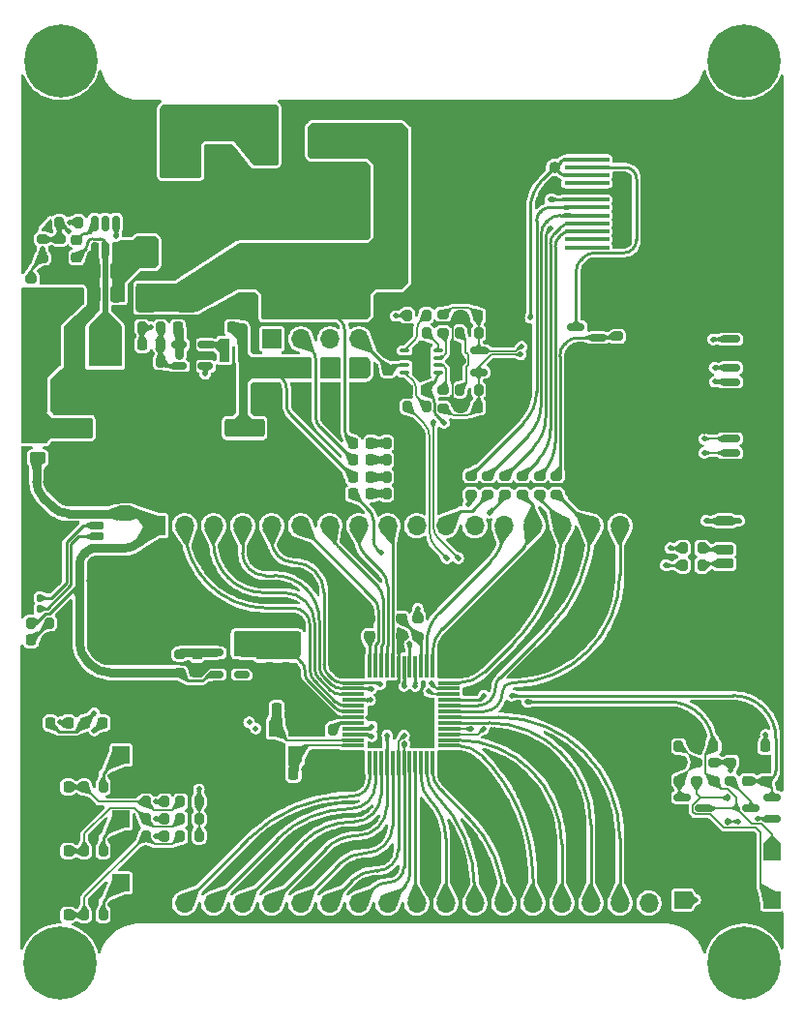
<source format=gtl>
G04 Layer: BottomSilkscreenLayer*
G04 EasyEDA v6.5.25, 2024-03-20 21:11:36*
G04 Gerber Generator version 0.2*
G04 Scale: 100 percent, Rotated: No, Reflected: No *
G04 Dimensions in millimeters  *
G04 leading zeros omitted , absolute positions ,3 integer and 6 decimal *
%TF.GenerationSoftware,KiCad,Pcbnew,8.0.3*%
%TF.CreationDate,2024-07-16T23:19:00+08:00*%
%TF.ProjectId,mspm0,6d73706d-302e-46b6-9963-61645f706362,rev?*%
%TF.SameCoordinates,Original*%
%TF.FileFunction,Copper,L1,Top*%
%TF.FilePolarity,Positive*%
%FSLAX46Y46*%
G04 Gerber Fmt 4.6, Leading zero omitted, Abs format (unit mm)*
G04 Created by KiCad (PCBNEW 8.0.3) date 2024-07-16 23:19:00*
%MOMM*%
%LPD*%
G01*
G04 APERTURE LIST*
G04 Aperture macros list*
%AMRoundRect*
0 Rectangle with rounded corners*
0 $1 Rounding radius*
0 $2 $3 $4 $5 $6 $7 $8 $9 X,Y pos of 4 corners*
0 Add a 4 corners polygon primitive as box body*
4,1,4,$2,$3,$4,$5,$6,$7,$8,$9,$2,$3,0*
0 Add four circle primitives for the rounded corners*
1,1,$1+$1,$2,$3*
1,1,$1+$1,$4,$5*
1,1,$1+$1,$6,$7*
1,1,$1+$1,$8,$9*
0 Add four rect primitives between the rounded corners*
20,1,$1+$1,$2,$3,$4,$5,0*
20,1,$1+$1,$4,$5,$6,$7,0*
20,1,$1+$1,$6,$7,$8,$9,0*
20,1,$1+$1,$8,$9,$2,$3,0*%
G04 Aperture macros list end*
%TA.AperFunction,Conductor*%
%ADD10C,0.524264*%
%TD*%
%TA.AperFunction,SMDPad,CuDef*%
%ADD11RoundRect,0.225000X-0.250000X0.225000X-0.250000X-0.225000X0.250000X-0.225000X0.250000X0.225000X0*%
%TD*%
%TA.AperFunction,SMDPad,CuDef*%
%ADD12O,4.000500X0.399000*%
%TD*%
%TA.AperFunction,SMDPad,CuDef*%
%ADD13RoundRect,0.225000X-0.225000X-0.250000X0.225000X-0.250000X0.225000X0.250000X-0.225000X0.250000X0*%
%TD*%
%TA.AperFunction,SMDPad,CuDef*%
%ADD14RoundRect,0.200000X0.200000X0.275000X-0.200000X0.275000X-0.200000X-0.275000X0.200000X-0.275000X0*%
%TD*%
%TA.AperFunction,SMDPad,CuDef*%
%ADD15RoundRect,0.200000X0.275000X-0.200000X0.275000X0.200000X-0.275000X0.200000X-0.275000X-0.200000X0*%
%TD*%
%TA.AperFunction,SMDPad,CuDef*%
%ADD16RoundRect,0.250000X0.450000X-0.400000X0.450000X0.400000X-0.450000X0.400000X-0.450000X-0.400000X0*%
%TD*%
%TA.AperFunction,SMDPad,CuDef*%
%ADD17RoundRect,0.200000X-0.275000X0.200000X-0.275000X-0.200000X0.275000X-0.200000X0.275000X0.200000X0*%
%TD*%
%TA.AperFunction,SMDPad,CuDef*%
%ADD18RoundRect,0.200000X-0.200000X-0.275000X0.200000X-0.275000X0.200000X0.275000X-0.200000X0.275000X0*%
%TD*%
%TA.AperFunction,SMDPad,CuDef*%
%ADD19RoundRect,0.250000X0.250000X0.475000X-0.250000X0.475000X-0.250000X-0.475000X0.250000X-0.475000X0*%
%TD*%
%TA.AperFunction,SMDPad,CuDef*%
%ADD20RoundRect,0.218750X0.218750X0.256250X-0.218750X0.256250X-0.218750X-0.256250X0.218750X-0.256250X0*%
%TD*%
%TA.AperFunction,SMDPad,CuDef*%
%ADD21RoundRect,0.250000X-1.500000X-0.550000X1.500000X-0.550000X1.500000X0.550000X-1.500000X0.550000X0*%
%TD*%
%TA.AperFunction,SMDPad,CuDef*%
%ADD22R,1.200000X1.400000*%
%TD*%
%TA.AperFunction,SMDPad,CuDef*%
%ADD23RoundRect,0.225000X0.225000X0.250000X-0.225000X0.250000X-0.225000X-0.250000X0.225000X-0.250000X0*%
%TD*%
%TA.AperFunction,SMDPad,CuDef*%
%ADD24R,0.850000X2.000000*%
%TD*%
%TA.AperFunction,SMDPad,CuDef*%
%ADD25RoundRect,0.150000X0.587500X0.150000X-0.587500X0.150000X-0.587500X-0.150000X0.587500X-0.150000X0*%
%TD*%
%TA.AperFunction,SMDPad,CuDef*%
%ADD26RoundRect,0.150000X-0.512500X-0.150000X0.512500X-0.150000X0.512500X0.150000X-0.512500X0.150000X0*%
%TD*%
%TA.AperFunction,ComponentPad*%
%ADD27C,0.800000*%
%TD*%
%TA.AperFunction,ComponentPad*%
%ADD28C,6.400000*%
%TD*%
%TA.AperFunction,SMDPad,CuDef*%
%ADD29RoundRect,0.150000X0.512500X0.150000X-0.512500X0.150000X-0.512500X-0.150000X0.512500X-0.150000X0*%
%TD*%
%TA.AperFunction,SMDPad,CuDef*%
%ADD30RoundRect,0.218750X-0.256250X0.218750X-0.256250X-0.218750X0.256250X-0.218750X0.256250X0.218750X0*%
%TD*%
%TA.AperFunction,SMDPad,CuDef*%
%ADD31RoundRect,0.135000X0.135000X0.185000X-0.135000X0.185000X-0.135000X-0.185000X0.135000X-0.185000X0*%
%TD*%
%TA.AperFunction,ComponentPad*%
%ADD32R,3.500000X3.500000*%
%TD*%
%TA.AperFunction,ComponentPad*%
%ADD33RoundRect,0.750000X-0.750000X-1.000000X0.750000X-1.000000X0.750000X1.000000X-0.750000X1.000000X0*%
%TD*%
%TA.AperFunction,ComponentPad*%
%ADD34RoundRect,0.875000X-0.875000X-0.875000X0.875000X-0.875000X0.875000X0.875000X-0.875000X0.875000X0*%
%TD*%
%TA.AperFunction,ComponentPad*%
%ADD35R,1.700000X1.700000*%
%TD*%
%TA.AperFunction,ComponentPad*%
%ADD36O,1.700000X1.700000*%
%TD*%
%TA.AperFunction,SMDPad,CuDef*%
%ADD37RoundRect,0.250000X-0.650000X1.000000X-0.650000X-1.000000X0.650000X-1.000000X0.650000X1.000000X0*%
%TD*%
%TA.AperFunction,SMDPad,CuDef*%
%ADD38RoundRect,0.075000X-0.350000X-0.075000X0.350000X-0.075000X0.350000X0.075000X-0.350000X0.075000X0*%
%TD*%
%TA.AperFunction,HeatsinkPad*%
%ADD39R,1.600000X2.400000*%
%TD*%
%TA.AperFunction,SMDPad,CuDef*%
%ADD40RoundRect,0.150000X0.150000X-0.512500X0.150000X0.512500X-0.150000X0.512500X-0.150000X-0.512500X0*%
%TD*%
%TA.AperFunction,SMDPad,CuDef*%
%ADD41R,1.500000X1.500000*%
%TD*%
%TA.AperFunction,SMDPad,CuDef*%
%ADD42RoundRect,0.250000X0.550000X-1.500000X0.550000X1.500000X-0.550000X1.500000X-0.550000X-1.500000X0*%
%TD*%
%TA.AperFunction,SMDPad,CuDef*%
%ADD43RoundRect,0.250000X0.475000X-0.250000X0.475000X0.250000X-0.475000X0.250000X-0.475000X-0.250000X0*%
%TD*%
%TA.AperFunction,SMDPad,CuDef*%
%ADD44RoundRect,0.250000X0.650000X-1.000000X0.650000X1.000000X-0.650000X1.000000X-0.650000X-1.000000X0*%
%TD*%
%TA.AperFunction,SMDPad,CuDef*%
%ADD45RoundRect,0.150000X0.700000X-0.150000X0.700000X0.150000X-0.700000X0.150000X-0.700000X-0.150000X0*%
%TD*%
%TA.AperFunction,SMDPad,CuDef*%
%ADD46RoundRect,0.250000X1.100000X-0.250000X1.100000X0.250000X-1.100000X0.250000X-1.100000X-0.250000X0*%
%TD*%
%TA.AperFunction,SMDPad,CuDef*%
%ADD47RoundRect,0.250000X1.500000X0.550000X-1.500000X0.550000X-1.500000X-0.550000X1.500000X-0.550000X0*%
%TD*%
%TA.AperFunction,SMDPad,CuDef*%
%ADD48RoundRect,0.225000X0.250000X-0.225000X0.250000X0.225000X-0.250000X0.225000X-0.250000X-0.225000X0*%
%TD*%
%TA.AperFunction,SMDPad,CuDef*%
%ADD49RoundRect,0.150000X-0.587500X-0.150000X0.587500X-0.150000X0.587500X0.150000X-0.587500X0.150000X0*%
%TD*%
%TA.AperFunction,SMDPad,CuDef*%
%ADD50RoundRect,0.250000X0.450000X-0.262500X0.450000X0.262500X-0.450000X0.262500X-0.450000X-0.262500X0*%
%TD*%
%TA.AperFunction,SMDPad,CuDef*%
%ADD51R,2.950000X3.500000*%
%TD*%
%TA.AperFunction,SMDPad,CuDef*%
%ADD52RoundRect,0.175000X-0.425000X0.175000X-0.425000X-0.175000X0.425000X-0.175000X0.425000X0.175000X0*%
%TD*%
%TA.AperFunction,SMDPad,CuDef*%
%ADD53RoundRect,0.190000X0.410000X-0.190000X0.410000X0.190000X-0.410000X0.190000X-0.410000X-0.190000X0*%
%TD*%
%TA.AperFunction,SMDPad,CuDef*%
%ADD54RoundRect,0.200000X0.400000X-0.200000X0.400000X0.200000X-0.400000X0.200000X-0.400000X-0.200000X0*%
%TD*%
%TA.AperFunction,SMDPad,CuDef*%
%ADD55RoundRect,0.175000X0.425000X-0.175000X0.425000X0.175000X-0.425000X0.175000X-0.425000X-0.175000X0*%
%TD*%
%TA.AperFunction,SMDPad,CuDef*%
%ADD56RoundRect,0.190000X-0.410000X0.190000X-0.410000X-0.190000X0.410000X-0.190000X0.410000X0.190000X0*%
%TD*%
%TA.AperFunction,SMDPad,CuDef*%
%ADD57RoundRect,0.200000X-0.400000X0.200000X-0.400000X-0.200000X0.400000X-0.200000X0.400000X0.200000X0*%
%TD*%
%TA.AperFunction,ComponentPad*%
%ADD58O,1.700000X1.100000*%
%TD*%
%TA.AperFunction,SMDPad,CuDef*%
%ADD59RoundRect,0.200000X0.600000X-0.200000X0.600000X0.200000X-0.600000X0.200000X-0.600000X-0.200000X0*%
%TD*%
%TA.AperFunction,SMDPad,CuDef*%
%ADD60RoundRect,0.250001X1.249999X-0.799999X1.249999X0.799999X-1.249999X0.799999X-1.249999X-0.799999X0*%
%TD*%
%TA.AperFunction,SMDPad,CuDef*%
%ADD61R,1.955236X0.312473*%
%TD*%
%TA.AperFunction,SMDPad,CuDef*%
%ADD62R,0.312473X1.955236*%
%TD*%
%TA.AperFunction,SMDPad,CuDef*%
%ADD63RoundRect,0.112500X0.112500X-0.187500X0.112500X0.187500X-0.112500X0.187500X-0.112500X-0.187500X0*%
%TD*%
%TA.AperFunction,ComponentPad*%
%ADD64O,1.827000X3.027000*%
%TD*%
%TA.AperFunction,ViaPad*%
%ADD65C,0.500000*%
%TD*%
%TA.AperFunction,Conductor*%
%ADD66C,0.254000*%
%TD*%
%TA.AperFunction,Conductor*%
%ADD67C,0.152400*%
%TD*%
%TA.AperFunction,Conductor*%
%ADD68C,0.762000*%
%TD*%
%TA.AperFunction,Conductor*%
%ADD69C,0.508000*%
%TD*%
%TA.AperFunction,Conductor*%
%ADD70C,0.381000*%
%TD*%
G04 APERTURE END LIST*
%TO.N,+3.3VP*%
D10*
X164312132Y-37000000D02*
G75*
G02*
X163787868Y-37000000I-262132J0D01*
G01*
X163787868Y-37000000D02*
G75*
G02*
X164312132Y-37000000I262132J0D01*
G01*
%TD*%
D11*
%TO.P,C4,1*%
%TO.N,Net-(U2-BOOT)*%
X122224999Y-43324999D03*
%TO.P,C4,2*%
%TO.N,Net-(U2-SW)*%
X122224999Y-44874999D03*
%TD*%
D12*
%TO.P,S1,1,NC*%
%TO.N,unconnected-(S1-NC-Pad1)*%
X166850250Y-44000500D03*
%TO.P,S1,2,NC*%
%TO.N,unconnected-(S1-NC-Pad2)*%
X166850250Y-43299500D03*
%TO.P,S1,3,SDA*%
%TO.N,/LCD_SDA*%
X166850250Y-42601000D03*
%TO.P,S1,4,SCL*%
%TO.N,/LCD_CLK*%
X166850250Y-41900000D03*
%TO.P,S1,5,DC*%
%TO.N,/LCD_DC*%
X166850250Y-41199000D03*
%TO.P,S1,6,RES*%
%TO.N,/LCD_RES*%
X166850250Y-40500500D03*
%TO.P,S1,7,CS*%
%TO.N,/LCD_CS*%
X166850250Y-39799500D03*
%TO.P,S1,8,GND*%
%TO.N,GND*%
X166850250Y-39101000D03*
%TO.P,S1,9,NC*%
%TO.N,unconnected-(S1-NC-Pad9)*%
X166850250Y-38400000D03*
%TO.P,S1,10,VCC*%
%TO.N,+3.3VP*%
X166850250Y-37699000D03*
%TO.P,S1,11,LEDK*%
%TO.N,Net-(Q1-C)*%
X166850250Y-37000500D03*
%TO.P,S1,12,VCC*%
%TO.N,+3.3VP*%
X166850250Y-36299500D03*
%TO.P,S1,13,GND*%
%TO.N,GND*%
X166850250Y-35601000D03*
%TD*%
D13*
%TO.P,C28,1*%
%TO.N,GND*%
X139625000Y-90100000D03*
%TO.P,C28,2*%
%TO.N,/HFXOUT*%
X141175000Y-90100000D03*
%TD*%
D14*
%TO.P,R45,1*%
%TO.N,Net-(R45-Pad1)*%
X124525000Y-96800000D03*
%TO.P,R45,2*%
%TO.N,/SW2*%
X122875000Y-96800000D03*
%TD*%
D15*
%TO.P,R3,1*%
%TO.N,+5V*%
X118224998Y-48399999D03*
%TO.P,R3,2*%
%TO.N,Net-(C3-Pad1)*%
X118224998Y-46749999D03*
%TD*%
D14*
%TO.P,R1,1*%
%TO.N,Net-(C3-Pad1)*%
X122349999Y-41800000D03*
%TO.P,R1,2*%
%TO.N,Net-(U2-FB)*%
X120699999Y-41800000D03*
%TD*%
D16*
%TO.P,D8,1,A1*%
%TO.N,VBUS*%
X126400000Y-67250000D03*
%TO.P,D8,2,A2*%
%TO.N,GND*%
X126400000Y-64350000D03*
%TD*%
D17*
%TO.P,R35,1*%
%TO.N,+3.3V*%
X177958400Y-89045000D03*
%TO.P,R35,2*%
%TO.N,/NRST*%
X177958400Y-90695000D03*
%TD*%
D18*
%TO.P,R9,1*%
%TO.N,Net-(R11-Pad2)*%
X155731250Y-51468749D03*
%TO.P,R9,2*%
%TO.N,Net-(J8-Pin_2)*%
X157381250Y-51468749D03*
%TD*%
D19*
%TO.P,C8,1*%
%TO.N,Net-(D1-K)*%
X125674999Y-48065000D03*
%TO.P,C8,2*%
%TO.N,GND*%
X123774999Y-48065000D03*
%TD*%
D20*
%TO.P,D5,1,K*%
%TO.N,Net-(D5-K)*%
X147966900Y-62603600D03*
%TO.P,D5,2,A*%
%TO.N,+5V*%
X146391900Y-62603600D03*
%TD*%
D21*
%TO.P,C16,1*%
%TO.N,+5V*%
X121800000Y-59800000D03*
%TO.P,C16,2*%
%TO.N,GND*%
X127400000Y-59800000D03*
%TD*%
D17*
%TO.P,R34,1*%
%TO.N,Net-(Q2-B)*%
X176458400Y-89045000D03*
%TO.P,R34,2*%
%TO.N,Net-(D13-A)*%
X176458400Y-90695000D03*
%TD*%
D22*
%TO.P,Y1,1,1*%
%TO.N,/HFXIN*%
X139650000Y-86100000D03*
%TO.P,Y1,2,2*%
%TO.N,GND*%
X139650000Y-88300000D03*
%TO.P,Y1,3,3*%
%TO.N,/HFXOUT*%
X141350000Y-88300000D03*
%TO.P,Y1,4,4*%
%TO.N,GND*%
X141350000Y-86100000D03*
%TD*%
D13*
%TO.P,C31,1*%
%TO.N,GND*%
X119925000Y-102400000D03*
%TO.P,C31,2*%
%TO.N,/SW3*%
X121475000Y-102400000D03*
%TD*%
D23*
%TO.P,C25,1*%
%TO.N,GND*%
X179483400Y-87653400D03*
%TO.P,C25,2*%
%TO.N,/NRST*%
X177933400Y-87653400D03*
%TD*%
D24*
%TO.P,L2,1,1*%
%TO.N,+3.3VP*%
X136762499Y-53000000D03*
%TO.P,L2,2,2*%
%TO.N,Net-(U3-LX)*%
X135112499Y-53000000D03*
%TD*%
D25*
%TO.P,Q3,1,B*%
%TO.N,Net-(D13-K)*%
X183087500Y-94020000D03*
%TO.P,Q3,2,E*%
%TO.N,/BSL_invoke*%
X183087500Y-92120000D03*
%TO.P,Q3,3,C*%
%TO.N,Net-(Q3-C)*%
X181212500Y-93070000D03*
%TD*%
D17*
%TO.P,R19,1*%
%TO.N,/LCD_DC*%
X158200000Y-63975000D03*
%TO.P,R19,2*%
%TO.N,/PB20_A0_6*%
X158200000Y-65625000D03*
%TD*%
D18*
%TO.P,R44,1*%
%TO.N,/SW3*%
X131275000Y-95500000D03*
%TO.P,R44,2*%
%TO.N,+3.3V*%
X132925000Y-95500000D03*
%TD*%
%TO.P,R4,1*%
%TO.N,/CANFD_TX*%
X151156250Y-49931249D03*
%TO.P,R4,2*%
%TO.N,Net-(U4-TXD)*%
X152806250Y-49931249D03*
%TD*%
D14*
%TO.P,R16,1*%
%TO.N,GND*%
X150975000Y-62603600D03*
%TO.P,R16,2*%
%TO.N,Net-(D5-K)*%
X149325000Y-62603600D03*
%TD*%
D26*
%TO.P,U5,1,VIN*%
%TO.N,Net-(U5-VIN)*%
X134400000Y-79450000D03*
%TO.P,U5,2,GND*%
%TO.N,GND*%
X134400000Y-80400000D03*
%TO.P,U5,3,EN*%
%TO.N,VBUS*%
X134400000Y-81350000D03*
%TO.P,U5,4,NC*%
%TO.N,unconnected-(U5-NC-Pad4)*%
X136675000Y-81350000D03*
%TO.P,U5,5,VOUT*%
%TO.N,+3.3V*%
X136675000Y-79450000D03*
%TD*%
D27*
%TO.P,H2,1,1*%
%TO.N,unconnected-(H2-Pad1)_2*%
X178200000Y-27650000D03*
%TO.N,unconnected-(H2-Pad1)_1*%
X178902944Y-25952944D03*
%TO.N,unconnected-(H2-Pad1)_0*%
X178902944Y-29347056D03*
%TO.N,unconnected-(H2-Pad1)_4*%
X180600000Y-25250000D03*
D28*
%TO.N,unconnected-(H2-Pad1)_7*%
X180600000Y-27650000D03*
D27*
%TO.N,unconnected-(H2-Pad1)_3*%
X180600000Y-30050000D03*
%TO.N,unconnected-(H2-Pad1)_5*%
X182297056Y-25952944D03*
%TO.N,unconnected-(H2-Pad1)_6*%
X182297056Y-29347056D03*
%TO.N,unconnected-(H2-Pad1)*%
X183000000Y-27650000D03*
%TD*%
D19*
%TO.P,C5,1*%
%TO.N,Net-(D1-K)*%
X125674999Y-46100000D03*
%TO.P,C5,2*%
%TO.N,GND*%
X123774999Y-46100000D03*
%TD*%
D29*
%TO.P,U3,1,EN*%
%TO.N,+5V*%
X133475000Y-54400000D03*
%TO.P,U3,2,GND*%
%TO.N,GND*%
X133475000Y-53450000D03*
%TO.P,U3,3,LX*%
%TO.N,Net-(U3-LX)*%
X133475000Y-52500000D03*
%TO.P,U3,4,IN*%
%TO.N,+5V*%
X131200000Y-52500000D03*
%TO.P,U3,5,FB*%
%TO.N,Net-(U3-FB)*%
X131200000Y-54400000D03*
%TD*%
D30*
%TO.P,D12,1,K*%
%TO.N,GND*%
X180958400Y-89082501D03*
%TO.P,D12,2,A*%
%TO.N,/BSL_invoke*%
X180958400Y-90657501D03*
%TD*%
D11*
%TO.P,C21,1*%
%TO.N,+3.3V*%
X138337500Y-79625000D03*
%TO.P,C21,2*%
%TO.N,GND*%
X138337500Y-81175000D03*
%TD*%
D17*
%TO.P,R18,1*%
%TO.N,/LCD_RES*%
X156710000Y-63975000D03*
%TO.P,R18,2*%
%TO.N,/PB24_A0_5*%
X156710000Y-65625000D03*
%TD*%
D18*
%TO.P,R41,1*%
%TO.N,/SW2*%
X128275000Y-94000000D03*
%TO.P,R41,2*%
%TO.N,/PA0*%
X129925000Y-94000000D03*
%TD*%
%TO.P,R6,1*%
%TO.N,+3.3VP*%
X127912500Y-51000000D03*
%TO.P,R6,2*%
%TO.N,Net-(U3-FB)*%
X129562500Y-51000000D03*
%TD*%
D15*
%TO.P,R37,1*%
%TO.N,/BSL_invoke*%
X182458400Y-90695000D03*
%TO.P,R37,2*%
%TO.N,GND*%
X182458400Y-89045000D03*
%TD*%
D31*
%TO.P,R27,1*%
%TO.N,Net-(J10-CC1)*%
X118960000Y-74660001D03*
%TO.P,R27,2*%
%TO.N,GND*%
X117940000Y-74660001D03*
%TD*%
D32*
%TO.P,J1,1*%
%TO.N,Net-(J2-Pin_2)*%
X131300000Y-36100000D03*
D33*
%TO.P,J1,2*%
%TO.N,GND*%
X125300000Y-36100000D03*
D34*
%TO.P,J1,3*%
X128300000Y-40800000D03*
%TD*%
D13*
%TO.P,C30,1*%
%TO.N,GND*%
X119925000Y-96800000D03*
%TO.P,C30,2*%
%TO.N,/SW2*%
X121475000Y-96800000D03*
%TD*%
D27*
%TO.P,H1,1,1*%
%TO.N,unconnected-(H1-Pad1)*%
X118400000Y-27650000D03*
%TO.N,unconnected-(H1-Pad1)_0*%
X119102944Y-25952944D03*
%TO.N,unconnected-(H1-Pad1)_7*%
X119102944Y-29347056D03*
%TO.N,unconnected-(H1-Pad1)_2*%
X120800000Y-25250000D03*
D28*
%TO.N,unconnected-(H1-Pad1)_5*%
X120800000Y-27650000D03*
D27*
%TO.N,unconnected-(H1-Pad1)_6*%
X120800000Y-30050000D03*
%TO.N,unconnected-(H1-Pad1)_4*%
X122497056Y-25952944D03*
%TO.N,unconnected-(H1-Pad1)_3*%
X122497056Y-29347056D03*
%TO.N,unconnected-(H1-Pad1)_1*%
X123200000Y-27650000D03*
%TD*%
D20*
%TO.P,D11,1,K*%
%TO.N,Net-(D11-K)*%
X124487500Y-85600000D03*
%TO.P,D11,2,A*%
%TO.N,+3.3V*%
X122912500Y-85600000D03*
%TD*%
D23*
%TO.P,C14,1*%
%TO.N,+3.3VP*%
X152756250Y-56468749D03*
%TO.P,C14,2*%
%TO.N,GND*%
X151206250Y-56468749D03*
%TD*%
D14*
%TO.P,R17,1*%
%TO.N,GND*%
X150975000Y-64076800D03*
%TO.P,R17,2*%
%TO.N,Net-(D6-K)*%
X149325000Y-64076800D03*
%TD*%
D18*
%TO.P,R33,1*%
%TO.N,Net-(Q2-B)*%
X174883400Y-87653400D03*
%TO.P,R33,2*%
%TO.N,GND*%
X176533400Y-87653400D03*
%TD*%
D35*
%TO.P,J6,1,Pin_1*%
%TO.N,+3.3VP*%
X139300000Y-54540000D03*
D36*
%TO.P,J6,2,Pin_2*%
X141840000Y-54540000D03*
%TO.P,J6,3,Pin_3*%
X144380000Y-54540000D03*
%TO.P,J6,4,Pin_4*%
X146920000Y-54540000D03*
%TD*%
D15*
%TO.P,C3,1*%
%TO.N,Net-(C3-Pad1)*%
X119224999Y-44925000D03*
%TO.P,C3,2*%
%TO.N,Net-(U2-FB)*%
X119224999Y-43275000D03*
%TD*%
D37*
%TO.P,D1,1,K*%
%TO.N,Net-(D1-K)*%
X128300000Y-44399999D03*
%TO.P,D1,2,A*%
%TO.N,+12V*%
X128300000Y-48400001D03*
%TD*%
D13*
%TO.P,C26,1*%
%TO.N,GND*%
X180933400Y-87653400D03*
%TO.P,C26,2*%
%TO.N,Net-(D13-K)*%
X182483400Y-87653400D03*
%TD*%
D38*
%TO.P,U4,1,TXD*%
%TO.N,Net-(U4-TXD)*%
X150918750Y-52993749D03*
%TO.P,U4,2,GND*%
%TO.N,GND*%
X150918750Y-53643749D03*
%TO.P,U4,3,VCC*%
%TO.N,+5V*%
X150918750Y-54293749D03*
%TO.P,U4,4,RXD*%
%TO.N,Net-(U4-RXD)*%
X150918750Y-54943749D03*
%TO.P,U4,5,VIO*%
%TO.N,+3.3VP*%
X153818750Y-54943749D03*
%TO.P,U4,6,CANL*%
%TO.N,Net-(U4-CANL)*%
X153818750Y-54293749D03*
%TO.P,U4,7,CANH*%
%TO.N,Net-(U4-CANH)*%
X153818750Y-53643749D03*
%TO.P,U4,8,STB*%
%TO.N,Net-(U4-STB)*%
X153818750Y-52993749D03*
D39*
%TO.P,U4,9,EP*%
%TO.N,GND*%
X152368750Y-53968749D03*
%TD*%
D31*
%TO.P,R28,1*%
%TO.N,Net-(J10-CC2)*%
X118960000Y-75600000D03*
%TO.P,R28,2*%
%TO.N,GND*%
X117940000Y-75600000D03*
%TD*%
D14*
%TO.P,R46,1*%
%TO.N,Net-(R46-Pad1)*%
X124525000Y-102400000D03*
%TO.P,R46,2*%
%TO.N,/SW3*%
X122875000Y-102400000D03*
%TD*%
D17*
%TO.P,R31,1*%
%TO.N,Net-(U5-VIN)*%
X131237500Y-79575000D03*
%TO.P,R31,2*%
%TO.N,VBUS*%
X131237500Y-81225000D03*
%TD*%
D14*
%TO.P,R38,1*%
%TO.N,Net-(R38-Pad1)*%
X124525000Y-91200000D03*
%TO.P,R38,2*%
%TO.N,/SW1*%
X122875000Y-91200000D03*
%TD*%
D17*
%TO.P,R20,1*%
%TO.N,/LCD_CS*%
X159700000Y-63975000D03*
%TO.P,R20,2*%
%TO.N,/PA8*%
X159700000Y-65625000D03*
%TD*%
D35*
%TO.P,J4,1,Pin_1*%
%TO.N,+5V*%
X139300000Y-52000000D03*
D36*
%TO.P,J4,2,Pin_2*%
X141840000Y-52000000D03*
%TO.P,J4,3,Pin_3*%
X144380000Y-52000000D03*
%TO.P,J4,4,Pin_4*%
X146920000Y-52000000D03*
%TD*%
D18*
%TO.P,R39,1*%
%TO.N,/SW1*%
X128275000Y-92500000D03*
%TO.P,R39,2*%
%TO.N,/PA9*%
X129925000Y-92500000D03*
%TD*%
D23*
%TO.P,C9,1*%
%TO.N,Net-(J8-Pin_2)*%
X157331250Y-49968749D03*
%TO.P,C9,2*%
%TO.N,GND*%
X155781250Y-49968749D03*
%TD*%
D40*
%TO.P,U2,1,GND*%
%TO.N,GND*%
X123764999Y-44187500D03*
%TO.P,U2,2,SW*%
%TO.N,Net-(U2-SW)*%
X124714999Y-44187500D03*
%TO.P,U2,3,VIN*%
%TO.N,Net-(D1-K)*%
X125664999Y-44187500D03*
%TO.P,U2,4,FB*%
%TO.N,Net-(U2-FB)*%
X125664999Y-41912500D03*
%TO.P,U2,5,EN*%
%TO.N,unconnected-(U2-EN-Pad5)*%
X124714999Y-41912500D03*
%TO.P,U2,6,BOOT*%
%TO.N,Net-(U2-BOOT)*%
X123764999Y-41912500D03*
%TD*%
D11*
%TO.P,C22,1*%
%TO.N,+3.3V*%
X139800000Y-79625000D03*
%TO.P,C22,2*%
%TO.N,GND*%
X139800000Y-81175000D03*
%TD*%
D41*
%TO.P,SW1,1,1*%
%TO.N,GND*%
X118300000Y-88400000D03*
%TO.P,SW1,2,2*%
%TO.N,Net-(R38-Pad1)*%
X126100000Y-88400000D03*
%TD*%
D42*
%TO.P,C1,1*%
%TO.N,+12V*%
X137400000Y-45650000D03*
%TO.P,C1,2*%
%TO.N,GND*%
X137400000Y-40050000D03*
%TD*%
D43*
%TO.P,C6,1*%
%TO.N,+5V*%
X120014999Y-48299999D03*
%TO.P,C6,2*%
%TO.N,GND*%
X120014999Y-46399999D03*
%TD*%
D23*
%TO.P,C11,1*%
%TO.N,+3.3VP*%
X135812500Y-51000000D03*
%TO.P,C11,2*%
%TO.N,GND*%
X134262500Y-51000000D03*
%TD*%
D11*
%TO.P,C19,1*%
%TO.N,/VREF+*%
X150600000Y-76475000D03*
%TO.P,C19,2*%
%TO.N,GND*%
X150600000Y-78025000D03*
%TD*%
D41*
%TO.P,SW2,1,1*%
%TO.N,GND*%
X118300000Y-94000000D03*
%TO.P,SW2,2,2*%
%TO.N,Net-(R45-Pad1)*%
X126100000Y-94000000D03*
%TD*%
D44*
%TO.P,D2,1,K*%
%TO.N,+12V*%
X131800000Y-48400000D03*
%TO.P,D2,2,A*%
%TO.N,GND*%
X131800000Y-44400000D03*
%TD*%
D14*
%TO.P,R25,1*%
%TO.N,/PA20_SWCLK*%
X176925000Y-70300000D03*
%TO.P,R25,2*%
%TO.N,Net-(U6-PA20_SWCLK)*%
X175275000Y-70300000D03*
%TD*%
D11*
%TO.P,C13,1*%
%TO.N,GND*%
X149456250Y-53193749D03*
%TO.P,C13,2*%
%TO.N,+5V*%
X149456250Y-54743749D03*
%TD*%
D41*
%TO.P,SW5,1,1*%
%TO.N,Net-(D13-A)*%
X183050000Y-101070000D03*
%TO.P,SW5,2,2*%
%TO.N,+3.3V*%
X175250000Y-101070000D03*
%TD*%
D45*
%TO.P,J5,1,Pin_1*%
%TO.N,/PA10*%
X179400000Y-55775000D03*
%TO.P,J5,2,Pin_2*%
%TO.N,/PA11*%
X179400000Y-54525000D03*
%TO.P,J5,3,Pin_3*%
%TO.N,GND*%
X179400000Y-53275000D03*
%TO.P,J5,4,Pin_4*%
%TO.N,+5V*%
X179400000Y-52025000D03*
D46*
%TO.P,J5,MP,MountPin*%
%TO.N,GND*%
X182600000Y-57625000D03*
X182600000Y-50175000D03*
%TD*%
D14*
%TO.P,R11,1*%
%TO.N,Net-(J8-Pin_1)*%
X157381250Y-56468749D03*
%TO.P,R11,2*%
%TO.N,Net-(R11-Pad2)*%
X155731250Y-56468749D03*
%TD*%
D23*
%TO.P,C15,1*%
%TO.N,Net-(J8-Pin_1)*%
X157331250Y-57968749D03*
%TO.P,C15,2*%
%TO.N,GND*%
X155781250Y-57968749D03*
%TD*%
D14*
%TO.P,R10,1*%
%TO.N,Net-(U3-FB)*%
X129562500Y-54000000D03*
%TO.P,R10,2*%
%TO.N,GND*%
X127912500Y-54000000D03*
%TD*%
D42*
%TO.P,C2,1*%
%TO.N,+12V*%
X144549999Y-45650000D03*
%TO.P,C2,2*%
%TO.N,GND*%
X144549999Y-40050000D03*
%TD*%
D18*
%TO.P,R42,1*%
%TO.N,/SW2*%
X131275000Y-94000000D03*
%TO.P,R42,2*%
%TO.N,+3.3V*%
X132925000Y-94000000D03*
%TD*%
D23*
%TO.P,C24,1*%
%TO.N,GND*%
X141275000Y-84300000D03*
%TO.P,C24,2*%
%TO.N,/HFXIN*%
X139725000Y-84300000D03*
%TD*%
D20*
%TO.P,D9,1,K*%
%TO.N,GND*%
X119787500Y-78350000D03*
%TO.P,D9,2,A*%
%TO.N,Net-(D9-A)*%
X118212500Y-78350000D03*
%TD*%
D27*
%TO.P,H4,1,1*%
%TO.N,unconnected-(H4-Pad1)*%
X178200000Y-106600000D03*
%TO.N,unconnected-(H4-Pad1)_5*%
X178902944Y-104902944D03*
%TO.N,unconnected-(H4-Pad1)_2*%
X178902944Y-108297056D03*
%TO.N,unconnected-(H4-Pad1)_0*%
X180600000Y-104200000D03*
D28*
%TO.N,unconnected-(H4-Pad1)_4*%
X180600000Y-106600000D03*
D27*
%TO.N,unconnected-(H4-Pad1)_1*%
X180600000Y-109000000D03*
%TO.N,unconnected-(H4-Pad1)_3*%
X182297056Y-104902944D03*
%TO.N,unconnected-(H4-Pad1)_6*%
X182297056Y-108297056D03*
%TO.N,unconnected-(H4-Pad1)_7*%
X183000000Y-106600000D03*
%TD*%
D35*
%TO.P,J7,1,Pin_1*%
%TO.N,GND*%
X139300000Y-57080000D03*
D36*
%TO.P,J7,2,Pin_2*%
X141840000Y-57080000D03*
%TO.P,J7,3,Pin_3*%
X144380000Y-57080000D03*
%TO.P,J7,4,Pin_4*%
X146920000Y-57080000D03*
%TD*%
D47*
%TO.P,C17,1*%
%TO.N,+3.3VP*%
X136900000Y-59800000D03*
%TO.P,C17,2*%
%TO.N,GND*%
X131300000Y-59800000D03*
%TD*%
D17*
%TO.P,R2,1*%
%TO.N,Net-(U2-FB)*%
X120724998Y-43274999D03*
%TO.P,R2,2*%
%TO.N,GND*%
X120724998Y-44924999D03*
%TD*%
D14*
%TO.P,R26,1*%
%TO.N,/PA19_SWDIO*%
X176925000Y-71810001D03*
%TO.P,R26,2*%
%TO.N,Net-(U6-PA19_SWDIO)*%
X175275000Y-71810001D03*
%TD*%
D18*
%TO.P,R43,1*%
%TO.N,/SW3*%
X128275000Y-95500000D03*
%TO.P,R43,2*%
%TO.N,/PA1*%
X129925000Y-95500000D03*
%TD*%
D17*
%TO.P,R12,1*%
%TO.N,Net-(U4-CANL)*%
X154256250Y-56443749D03*
%TO.P,R12,2*%
%TO.N,Net-(J8-Pin_1)*%
X154256250Y-58093749D03*
%TD*%
D20*
%TO.P,D7,1,K*%
%TO.N,Net-(D7-K)*%
X147966900Y-65552000D03*
%TO.P,D7,2,A*%
%TO.N,+3.3V*%
X146391900Y-65552000D03*
%TD*%
D48*
%TO.P,C18,1*%
%TO.N,Net-(U6-VCORE)*%
X147850000Y-78025000D03*
%TO.P,C18,2*%
%TO.N,GND*%
X147850000Y-76475000D03*
%TD*%
D49*
%TO.P,Q2,1,B*%
%TO.N,Net-(Q2-B)*%
X175212500Y-92120000D03*
%TO.P,Q2,2,E*%
%TO.N,GND*%
X175212500Y-94020000D03*
%TO.P,Q2,3,C*%
%TO.N,/NRST*%
X177087500Y-93070000D03*
%TD*%
D50*
%TO.P,R15,1*%
%TO.N,VBUS*%
X118800000Y-62425000D03*
%TO.P,R15,2*%
%TO.N,+5V*%
X118800000Y-60600000D03*
%TD*%
D13*
%TO.P,C29,1*%
%TO.N,GND*%
X119925000Y-91200000D03*
%TO.P,C29,2*%
%TO.N,/SW1*%
X121475000Y-91200000D03*
%TD*%
D25*
%TO.P,Q1,1,B*%
%TO.N,Net-(Q1-B)*%
X167787500Y-51900000D03*
%TO.P,Q1,2,E*%
%TO.N,GND*%
X167787500Y-50000000D03*
%TO.P,Q1,3,C*%
%TO.N,Net-(Q1-C)*%
X165912500Y-50950000D03*
%TD*%
D11*
%TO.P,C20,1*%
%TO.N,Net-(U5-VIN)*%
X132737500Y-79625000D03*
%TO.P,C20,2*%
%TO.N,GND*%
X132737500Y-81175000D03*
%TD*%
D20*
%TO.P,D4,1,K*%
%TO.N,Net-(D4-K)*%
X147966900Y-61130400D03*
%TO.P,D4,2,A*%
%TO.N,+12V*%
X146391900Y-61130400D03*
%TD*%
D17*
%TO.P,R23,1*%
%TO.N,Net-(Q1-B)*%
X164200000Y-63975000D03*
%TO.P,R23,2*%
%TO.N,/LCD_BLK*%
X164200000Y-65625000D03*
%TD*%
D51*
%TO.P,L1,1,1*%
%TO.N,Net-(U2-SW)*%
X124700000Y-52700000D03*
%TO.P,L1,2,2*%
%TO.N,+5V*%
X119250000Y-52700000D03*
%TD*%
D20*
%TO.P,D10,1,K*%
%TO.N,Net-(D10-K)*%
X121487500Y-85600000D03*
%TO.P,D10,2,A*%
%TO.N,+3.3V*%
X119912500Y-85600000D03*
%TD*%
D52*
%TO.P,J10,A5,CC1*%
%TO.N,Net-(J10-CC1)*%
X123955000Y-68300000D03*
D53*
%TO.P,J10,A9,VBUS*%
%TO.N,VBUS*%
X123955000Y-70320000D03*
D54*
%TO.P,J10,A12,GND*%
%TO.N,GND*%
X123955000Y-71550000D03*
D55*
%TO.P,J10,B5,CC2*%
%TO.N,Net-(J10-CC2)*%
X123955000Y-69300000D03*
D56*
%TO.P,J10,B9,VBUS*%
%TO.N,VBUS*%
X123955000Y-67280000D03*
D57*
%TO.P,J10,B12,GND*%
%TO.N,GND*%
X123955000Y-66050000D03*
D58*
%TO.P,J10,S1,SHIELD*%
X123875000Y-64480000D03*
X120075000Y-64480000D03*
X123875000Y-73120000D03*
X120075000Y-73120000D03*
%TD*%
D18*
%TO.P,R13,1*%
%TO.N,/CANFD_RX*%
X151156250Y-57931249D03*
%TO.P,R13,2*%
%TO.N,Net-(U4-RXD)*%
X152806250Y-57931249D03*
%TD*%
D13*
%TO.P,C12,1*%
%TO.N,+3.3VP*%
X127962500Y-52500000D03*
%TO.P,C12,2*%
%TO.N,Net-(U3-FB)*%
X129512500Y-52500000D03*
%TD*%
D41*
%TO.P,SW4,1,1*%
%TO.N,GND*%
X118300000Y-99600000D03*
%TO.P,SW4,2,2*%
%TO.N,Net-(R46-Pad1)*%
X126100000Y-99600000D03*
%TD*%
D11*
%TO.P,C23,1*%
%TO.N,+3.3V*%
X141250000Y-79625000D03*
%TO.P,C23,2*%
%TO.N,GND*%
X141250000Y-81175000D03*
%TD*%
D13*
%TO.P,C10,1*%
%TO.N,+5V*%
X131062500Y-51000000D03*
%TO.P,C10,2*%
%TO.N,GND*%
X132612500Y-51000000D03*
%TD*%
D20*
%TO.P,D6,1,K*%
%TO.N,Net-(D6-K)*%
X147966900Y-64076800D03*
%TO.P,D6,2,A*%
%TO.N,+3.3VP*%
X146391900Y-64076800D03*
%TD*%
D35*
%TO.P,J12,1,Pin_1*%
%TO.N,GND*%
X129100000Y-101350000D03*
D36*
%TO.P,J12,2,Pin_2*%
%TO.N,/PA7*%
X131640000Y-101350000D03*
%TO.P,J12,3,Pin_3*%
%TO.N,/PB2*%
X134180000Y-101350000D03*
%TO.P,J12,4,Pin_4*%
%TO.N,/PB3*%
X136720000Y-101350000D03*
%TO.P,J12,5,Pin_5*%
%TO.N,/PA8*%
X139260000Y-101350000D03*
%TO.P,J12,6,Pin_6*%
%TO.N,/PA9*%
X141800000Y-101350000D03*
%TO.P,J12,7,Pin_7*%
%TO.N,/PA10*%
X144340000Y-101350000D03*
%TO.P,J12,8,Pin_8*%
%TO.N,/PA11*%
X146880000Y-101350000D03*
%TO.P,J12,9,Pin_9*%
%TO.N,/PB6*%
X149420000Y-101350000D03*
%TO.P,J12,10,Pin_10*%
%TO.N,/PB7*%
X151960000Y-101350000D03*
%TO.P,J12,11,Pin_11*%
%TO.N,/PB8*%
X154500000Y-101350000D03*
%TO.P,J12,12,Pin_12*%
%TO.N,/PB9*%
X157040000Y-101350000D03*
%TO.P,J12,13,Pin_13*%
%TO.N,/PB14*%
X159580000Y-101350000D03*
%TO.P,J12,14,Pin_14*%
%TO.N,/PB15*%
X162120000Y-101350000D03*
%TO.P,J12,15,Pin_15*%
%TO.N,/PB16*%
X164660000Y-101350000D03*
%TO.P,J12,16,Pin_16*%
%TO.N,/PA14*%
X167200000Y-101350000D03*
%TO.P,J12,17,Pin_17*%
%TO.N,/PA15_A1_0*%
X169740000Y-101350000D03*
%TO.P,J12,18,Pin_18*%
%TO.N,VBUS*%
X172280000Y-101350000D03*
%TD*%
D59*
%TO.P,J11,1,Pin_1*%
%TO.N,/PA19_SWDIO*%
X178900000Y-71675000D03*
%TO.P,J11,2,Pin_2*%
%TO.N,/PA20_SWCLK*%
X178900000Y-70425000D03*
%TO.P,J11,3,Pin_3*%
%TO.N,GND*%
X178900000Y-69175000D03*
%TO.P,J11,4,Pin_4*%
%TO.N,+3.3V*%
X178900000Y-67925000D03*
D60*
%TO.P,J11,MP,MountPin*%
%TO.N,GND*%
X181800000Y-74225000D03*
X181800000Y-65375000D03*
%TD*%
D17*
%TO.P,R30,1*%
%TO.N,+3.3V*%
X152059999Y-76425000D03*
%TO.P,R30,2*%
%TO.N,/VREF+*%
X152059999Y-78075000D03*
%TD*%
D61*
%TO.P,U6,1,PA0*%
%TO.N,/PA0*%
X146424517Y-82090000D03*
%TO.P,U6,2,PA1*%
%TO.N,/PA1*%
X146424517Y-82589999D03*
%TO.P,U6,3,PA28*%
%TO.N,/PA28*%
X146424517Y-83090001D03*
%TO.P,U6,4,RST_N*%
%TO.N,/NRST*%
X146424517Y-83590000D03*
%TO.P,U6,5,PA31*%
%TO.N,/PA31*%
X146424517Y-84089999D03*
%TO.P,U6,6,VDD*%
%TO.N,+3.3V*%
X146424517Y-84590000D03*
%TO.P,U6,7,VSS*%
%TO.N,GND*%
X146424517Y-85090000D03*
%TO.P,U6,8,PA2_ROSC*%
%TO.N,Net-(U6-PA2_ROSC)*%
X146424517Y-85590001D03*
%TO.P,U6,9,PA3_LFXIN*%
%TO.N,/PA3*%
X146424517Y-86090000D03*
%TO.P,U6,10,PA4_LFXOUT*%
%TO.N,/PA4*%
X146424517Y-86589999D03*
%TO.P,U6,11,PA5_HFXIN*%
%TO.N,/HFXIN*%
X146424517Y-87090001D03*
%TO.P,U6,12,PA6_HFXOUT*%
%TO.N,/HFXOUT*%
X146424517Y-87590000D03*
D62*
%TO.P,U6,13,PA7*%
%TO.N,/PA7*%
X147850000Y-89015483D03*
%TO.P,U6,14,PB2*%
%TO.N,/PB2*%
X148349999Y-89015483D03*
%TO.P,U6,15,PB3*%
%TO.N,/PB3*%
X148850001Y-89015483D03*
%TO.P,U6,16,PA8*%
%TO.N,/PA8*%
X149350000Y-89015483D03*
%TO.P,U6,17,PA9*%
%TO.N,/PA9*%
X149849999Y-89015483D03*
%TO.P,U6,18,PA10*%
%TO.N,/PA10*%
X150350000Y-89015483D03*
%TO.P,U6,19,PA11*%
%TO.N,/PA11*%
X150850000Y-89015483D03*
%TO.P,U6,20,PB6*%
%TO.N,/PB6*%
X151350001Y-89015483D03*
%TO.P,U6,21,PB7*%
%TO.N,/PB7*%
X151850000Y-89015483D03*
%TO.P,U6,22,PB8*%
%TO.N,/PB8*%
X152349999Y-89015483D03*
%TO.P,U6,23,PB9*%
%TO.N,/PB9*%
X152850001Y-89015483D03*
%TO.P,U6,24,PB14*%
%TO.N,/PB14*%
X153350000Y-89015483D03*
D61*
%TO.P,U6,25,PB15*%
%TO.N,/PB15*%
X154775483Y-87590000D03*
%TO.P,U6,26,PB16*%
%TO.N,/PB16*%
X154775483Y-87090001D03*
%TO.P,U6,27,PA12_CAN_TX*%
%TO.N,/CANFD_TX*%
X154775483Y-86589999D03*
%TO.P,U6,28,PA13_CAN_RX*%
%TO.N,/CANFD_RX*%
X154775483Y-86090000D03*
%TO.P,U6,29,PA14*%
%TO.N,/PA14*%
X154775483Y-85590001D03*
%TO.P,U6,30,PA15_A1_0*%
%TO.N,/PA15_A1_0*%
X154775483Y-85090000D03*
%TO.P,U6,31,PA16_A1_1*%
%TO.N,/PA16_A1_1*%
X154775483Y-84590000D03*
%TO.P,U6,32,PA17_A1_2*%
%TO.N,/LCD_BLK*%
X154775483Y-84089999D03*
%TO.P,U6,33,PA18_A1_3*%
%TO.N,/BSL_invoke*%
X154775483Y-83590000D03*
%TO.P,U6,34,PA19_SWDIO*%
%TO.N,Net-(U6-PA19_SWDIO)*%
X154775483Y-83090001D03*
%TO.P,U6,35,PA20_SWCLK*%
%TO.N,Net-(U6-PA20_SWCLK)*%
X154775483Y-82589999D03*
%TO.P,U6,36,PB17_A1_4*%
%TO.N,/PB17_A1_4*%
X154775483Y-82090000D03*
D62*
%TO.P,U6,37,PB18_A1_5*%
%TO.N,/PB18_A1_5*%
X153350000Y-80664517D03*
%TO.P,U6,38,PB19_A1_6*%
%TO.N,/PB19_A1_6*%
X152850001Y-80664517D03*
%TO.P,U6,39,PA21_A1_7_VREF-*%
%TO.N,/VREF+*%
X152349999Y-80664517D03*
%TO.P,U6,40,PA22_A0_7*%
%TO.N,/PA22_A0_7*%
X151850000Y-80664517D03*
%TO.P,U6,41,PB20_A0_6*%
%TO.N,/PB20_A0_6*%
X151350001Y-80664517D03*
%TO.P,U6,42,PB24_A0_5*%
%TO.N,/PB24_A0_5*%
X150850000Y-80664517D03*
%TO.P,U6,43,PA23_VREF+*%
%TO.N,GND*%
X150350000Y-80664517D03*
%TO.P,U6,44,PA24_A0_3*%
%TO.N,/PA24_A0_3*%
X149849999Y-80664517D03*
%TO.P,U6,45,PA25_A0_2*%
%TO.N,/PA25_A0_2*%
X149350000Y-80664517D03*
%TO.P,U6,46,PA26_A0_1_CAN_TX*%
%TO.N,/PA26_A0_1*%
X148850001Y-80664517D03*
%TO.P,U6,47,PA27_A0_0_CAN_RX*%
%TO.N,/PA27_A0_0*%
X148349999Y-80664517D03*
%TO.P,U6,48,VCORE*%
%TO.N,Net-(U6-VCORE)*%
X147850000Y-80664517D03*
%TD*%
D17*
%TO.P,R7,1*%
%TO.N,GND*%
X169550000Y-50125000D03*
%TO.P,R7,2*%
%TO.N,Net-(Q1-B)*%
X169550000Y-51775000D03*
%TD*%
D18*
%TO.P,R8,1*%
%TO.N,GND*%
X151156250Y-51468749D03*
%TO.P,R8,2*%
%TO.N,Net-(U4-STB)*%
X152806250Y-51468749D03*
%TD*%
D25*
%TO.P,D3,1,K*%
%TO.N,Net-(J8-Pin_1)*%
X157393750Y-54918749D03*
%TO.P,D3,2,K*%
%TO.N,Net-(J8-Pin_2)*%
X157393750Y-53018749D03*
%TO.P,D3,3,A*%
%TO.N,GND*%
X155518750Y-53968749D03*
%TD*%
D63*
%TO.P,D13,1,K*%
%TO.N,Net-(D13-K)*%
X179150000Y-94220000D03*
%TO.P,D13,2,A*%
%TO.N,Net-(D13-A)*%
X179150000Y-92120000D03*
%TD*%
D35*
%TO.P,J2,1,Pin_1*%
%TO.N,GND*%
X135150000Y-35975000D03*
D36*
%TO.P,J2,2,Pin_2*%
%TO.N,Net-(J2-Pin_2)*%
X135150000Y-33435000D03*
%TD*%
D14*
%TO.P,R24,1*%
%TO.N,GND*%
X150975000Y-65550000D03*
%TO.P,R24,2*%
%TO.N,Net-(D7-K)*%
X149325000Y-65550000D03*
%TD*%
D35*
%TO.P,J3,1,Pin_1*%
%TO.N,+12V*%
X139300000Y-49460000D03*
D36*
%TO.P,J3,2,Pin_2*%
X141840000Y-49460000D03*
%TO.P,J3,3,Pin_3*%
X144380000Y-49460000D03*
%TO.P,J3,4,Pin_4*%
X146920000Y-49460000D03*
%TD*%
D15*
%TO.P,R5,1*%
%TO.N,Net-(U4-CANH)*%
X154256250Y-51493749D03*
%TO.P,R5,2*%
%TO.N,Net-(J8-Pin_2)*%
X154256250Y-49843749D03*
%TD*%
D43*
%TO.P,C7,1*%
%TO.N,+5V*%
X122024999Y-48300000D03*
%TO.P,C7,2*%
%TO.N,GND*%
X122024999Y-46400000D03*
%TD*%
D14*
%TO.P,R29,1*%
%TO.N,Net-(D9-A)*%
X119825000Y-76850000D03*
%TO.P,R29,2*%
%TO.N,VBUS*%
X118175000Y-76850000D03*
%TD*%
D45*
%TO.P,J8,1,Pin_1*%
%TO.N,Net-(J8-Pin_1)*%
X179400000Y-61975000D03*
%TO.P,J8,2,Pin_2*%
%TO.N,Net-(J8-Pin_2)*%
X179400000Y-60725000D03*
D46*
%TO.P,J8,MP,MountPin*%
%TO.N,GND*%
X182600000Y-63825000D03*
X182600000Y-58875000D03*
%TD*%
D11*
%TO.P,C27,1*%
%TO.N,GND*%
X174958400Y-89095000D03*
%TO.P,C27,2*%
%TO.N,Net-(Q2-B)*%
X174958400Y-90645000D03*
%TD*%
D27*
%TO.P,H3,1,1*%
%TO.N,unconnected-(H3-Pad1)_2*%
X118350000Y-106600000D03*
%TO.N,unconnected-(H3-Pad1)_5*%
X119052944Y-104902944D03*
%TO.N,unconnected-(H3-Pad1)_4*%
X119052944Y-108297056D03*
%TO.N,unconnected-(H3-Pad1)_3*%
X120750000Y-104200000D03*
D28*
%TO.N,unconnected-(H3-Pad1)_7*%
X120750000Y-106600000D03*
D27*
%TO.N,unconnected-(H3-Pad1)_1*%
X120750000Y-109000000D03*
%TO.N,unconnected-(H3-Pad1)*%
X122447056Y-104902944D03*
%TO.N,unconnected-(H3-Pad1)_6*%
X122447056Y-108297056D03*
%TO.N,unconnected-(H3-Pad1)_0*%
X123150000Y-106600000D03*
%TD*%
D35*
%TO.P,J9,1,Pin_1*%
%TO.N,VBUS*%
X129100000Y-68350000D03*
D36*
%TO.P,J9,2,Pin_2*%
%TO.N,/PA31*%
X131640000Y-68350000D03*
%TO.P,J9,3,Pin_3*%
%TO.N,/PA28*%
X134180000Y-68350000D03*
%TO.P,J9,4,Pin_4*%
%TO.N,/PA1*%
X136720000Y-68350000D03*
%TO.P,J9,5,Pin_5*%
%TO.N,/PA0*%
X139260000Y-68350000D03*
%TO.P,J9,6,Pin_6*%
%TO.N,/PA27_A0_0*%
X141800000Y-68350000D03*
%TO.P,J9,7,Pin_7*%
%TO.N,/PA26_A0_1*%
X144340000Y-68350000D03*
%TO.P,J9,8,Pin_8*%
%TO.N,/PA25_A0_2*%
X146880000Y-68350000D03*
%TO.P,J9,9,Pin_9*%
%TO.N,/PA24_A0_3*%
X149420000Y-68350000D03*
%TO.P,J9,10,Pin_10*%
%TO.N,/PB24_A0_5*%
X151960000Y-68350000D03*
%TO.P,J9,11,Pin_11*%
%TO.N,/PB20_A0_6*%
X154500000Y-68350000D03*
%TO.P,J9,12,Pin_12*%
%TO.N,/PA22_A0_7*%
X157040000Y-68350000D03*
%TO.P,J9,13,Pin_13*%
%TO.N,/PB19_A1_6*%
X159580000Y-68350000D03*
%TO.P,J9,14,Pin_14*%
%TO.N,/PB18_A1_5*%
X162120000Y-68350000D03*
%TO.P,J9,15,Pin_15*%
%TO.N,/PB17_A1_4*%
X164660000Y-68350000D03*
%TO.P,J9,16,Pin_16*%
%TO.N,/LCD_BLK*%
X167200000Y-68350000D03*
%TO.P,J9,17,Pin_17*%
%TO.N,/PA16_A1_1*%
X169740000Y-68350000D03*
%TO.P,J9,18,Pin_18*%
%TO.N,GND*%
X172280000Y-68350000D03*
%TD*%
D18*
%TO.P,R32,1*%
%TO.N,GND*%
X142975000Y-86200000D03*
%TO.P,R32,2*%
%TO.N,Net-(U6-PA2_ROSC)*%
X144625000Y-86200000D03*
%TD*%
%TO.P,R40,1*%
%TO.N,/SW1*%
X131275000Y-92500000D03*
%TO.P,R40,2*%
%TO.N,+3.3V*%
X132925000Y-92500000D03*
%TD*%
D17*
%TO.P,R22,1*%
%TO.N,/LCD_SDA*%
X162700000Y-63975000D03*
%TO.P,R22,2*%
%TO.N,/PB17_A1_4*%
X162700000Y-65625000D03*
%TD*%
D14*
%TO.P,R14,1*%
%TO.N,GND*%
X150975000Y-61130400D03*
%TO.P,R14,2*%
%TO.N,Net-(D4-K)*%
X149325000Y-61130400D03*
%TD*%
D41*
%TO.P,SW3,1,1*%
%TO.N,/NRST*%
X183050000Y-96900000D03*
%TO.P,SW3,2,2*%
%TO.N,GND*%
X175250000Y-96900000D03*
%TD*%
D64*
%TO.P,U1,1,1*%
%TO.N,Net-(J2-Pin_2)*%
X138600000Y-34700000D03*
%TO.P,U1,2,2*%
%TO.N,+12V*%
X143400000Y-34700000D03*
%TO.P,U1,3,3*%
X148200000Y-34700000D03*
%TD*%
D17*
%TO.P,R21,1*%
%TO.N,/LCD_CLK*%
X161200000Y-63975000D03*
%TO.P,R21,2*%
%TO.N,/PB18_A1_5*%
X161200000Y-65625000D03*
%TD*%
%TO.P,R36,1*%
%TO.N,+3.3V*%
X179458400Y-89045000D03*
%TO.P,R36,2*%
%TO.N,Net-(Q3-C)*%
X179458400Y-90695000D03*
%TD*%
D65*
%TO.N,GND*%
X169900000Y-43500000D03*
X169900000Y-38000000D03*
X128750000Y-50200000D03*
X158400000Y-81550000D03*
X165900000Y-69850000D03*
X161000000Y-81200000D03*
X165550000Y-82100000D03*
X160900000Y-84500000D03*
X165650000Y-88300000D03*
X158750000Y-86200000D03*
X159000000Y-88700000D03*
X156850000Y-95400000D03*
X155250000Y-95600000D03*
X152600000Y-93800000D03*
X149900000Y-98750000D03*
X149550000Y-96950000D03*
X148850000Y-95450000D03*
X145100000Y-95100000D03*
X143150000Y-94350000D03*
X139150000Y-95200000D03*
X142450000Y-72900000D03*
X140200000Y-73500000D03*
X140300000Y-74850000D03*
X177150000Y-84000000D03*
%TO.N,/BSL_invoke*%
X160258000Y-83200000D03*
X157850000Y-83200000D03*
%TO.N,/NRST*%
X180000000Y-93050000D03*
X161650000Y-83750000D03*
X147890000Y-83590000D03*
%TO.N,GND*%
X138550000Y-40700000D03*
X126800000Y-52900000D03*
X155600000Y-73200000D03*
X145700000Y-40000000D03*
X154200000Y-88400000D03*
X133450000Y-50200000D03*
X132400000Y-42800000D03*
X128700000Y-61000000D03*
X132800000Y-50200000D03*
X150000000Y-82350000D03*
X156000000Y-81300000D03*
X167800000Y-52950000D03*
X117900000Y-45200000D03*
X145700000Y-38700000D03*
X168500000Y-71300000D03*
X143400000Y-41300000D03*
X148200000Y-84400000D03*
X169200000Y-35600000D03*
X136250000Y-40050000D03*
X138300000Y-88800000D03*
X126350000Y-49500000D03*
X167950000Y-95300000D03*
X131100000Y-61000000D03*
X140700000Y-83200000D03*
X138300000Y-84800000D03*
X142300000Y-89600000D03*
X139900000Y-83200000D03*
X155950000Y-77050000D03*
X161150000Y-54250000D03*
X120400000Y-45600000D03*
X138550000Y-40050000D03*
X117900000Y-31900000D03*
X177250000Y-64550000D03*
X123650000Y-49200000D03*
X145700000Y-41300000D03*
X176320000Y-96900000D03*
X140700000Y-91200000D03*
X155500000Y-53000000D03*
X158700000Y-69800000D03*
X175300000Y-52800000D03*
X126800000Y-51700000D03*
X171500000Y-60100000D03*
X126800000Y-53500000D03*
X147850000Y-75600000D03*
X143400000Y-40000000D03*
X171500000Y-61700000D03*
X121000000Y-45600000D03*
X177100000Y-60100000D03*
X121000000Y-78300000D03*
X131300000Y-58600000D03*
X131900000Y-58600000D03*
X152000000Y-32100000D03*
X157763102Y-75550000D03*
X151968200Y-62611000D03*
X144500000Y-74600000D03*
X123000000Y-45700000D03*
X136250000Y-39400000D03*
X127700000Y-58600000D03*
X148600000Y-48300000D03*
X178000000Y-53300000D03*
X159900000Y-51200000D03*
X138300000Y-90400000D03*
X126800000Y-54100000D03*
X127500000Y-61000000D03*
X141000000Y-32100000D03*
X151968200Y-65557400D03*
X145700000Y-39350000D03*
X138300000Y-89600000D03*
X145700000Y-40650000D03*
X136250000Y-41350000D03*
X167800000Y-48950000D03*
X136250000Y-40700000D03*
X138550000Y-38750000D03*
X142300000Y-84000000D03*
X142300000Y-90400000D03*
X149450000Y-55950000D03*
X136250000Y-38750000D03*
X174155000Y-89095000D03*
X123100000Y-47000000D03*
X126800000Y-52300000D03*
X132400000Y-53450000D03*
X180100000Y-69200000D03*
X142300000Y-84800000D03*
X163400000Y-69300000D03*
X128100000Y-61000000D03*
X141500000Y-91200000D03*
X164350000Y-35600000D03*
X151968200Y-61137800D03*
X179200000Y-64550000D03*
X131200000Y-42800000D03*
X164350000Y-39100000D03*
X122100000Y-52700000D03*
X121300000Y-44200000D03*
X138300000Y-83200000D03*
X138300000Y-91200000D03*
X139100000Y-83200000D03*
X120300000Y-57400000D03*
X149500000Y-51300000D03*
X170700000Y-51000000D03*
X136337500Y-80400000D03*
X120100000Y-44200000D03*
X119000000Y-91200000D03*
X130500000Y-61000000D03*
X179500000Y-86850000D03*
X118975000Y-96800000D03*
X134100000Y-50200000D03*
X175300000Y-51200000D03*
X134737500Y-80400000D03*
X177100000Y-62850000D03*
X143400000Y-39350000D03*
X143400000Y-40650000D03*
X157100000Y-71800000D03*
X147000000Y-81300000D03*
X176550000Y-86850000D03*
X138550000Y-39400000D03*
X143000000Y-84400000D03*
X132400000Y-57250000D03*
X148700000Y-87400000D03*
X176600000Y-68600000D03*
X138300000Y-84000000D03*
X128300000Y-58600000D03*
X142300000Y-91200000D03*
X139100000Y-91200000D03*
X129900000Y-61000000D03*
X152400000Y-53000000D03*
X151968200Y-64084200D03*
X145592800Y-67106800D03*
X118975000Y-102400000D03*
X153200000Y-87500000D03*
X155500000Y-55069400D03*
X127100000Y-58600000D03*
X135537500Y-80400000D03*
X143400000Y-38700000D03*
X131800000Y-42800000D03*
X130100000Y-80200000D03*
X154100000Y-81300000D03*
X147000000Y-88400000D03*
X139900000Y-91200000D03*
X129300000Y-61000000D03*
X138550000Y-41350000D03*
X152400000Y-54950000D03*
X141500000Y-83200000D03*
X150698200Y-67106800D03*
X142300000Y-83200000D03*
X120200000Y-61400000D03*
X167800000Y-51000000D03*
X180900000Y-53300000D03*
X130700000Y-58600000D03*
%TO.N,+5V*%
X117900000Y-56400000D03*
X118600000Y-56400000D03*
X119300000Y-55000000D03*
X118600000Y-55000001D03*
X117900000Y-55700000D03*
X131200000Y-53400000D03*
X119300000Y-55700000D03*
X117900000Y-55000000D03*
X133450000Y-55050000D03*
X119300000Y-56400000D03*
X177900000Y-52050000D03*
X118600000Y-55700001D03*
%TO.N,+3.3V*%
X176349999Y-101070000D03*
X140300000Y-78050000D03*
X177300000Y-67900000D03*
X148818600Y-70713600D03*
X137000000Y-78050000D03*
X179458400Y-89791600D03*
X136450000Y-78600000D03*
X138650000Y-78600000D03*
X139200000Y-78050000D03*
X139750000Y-78600000D03*
X141400000Y-78050000D03*
X140850000Y-78600000D03*
X123750000Y-84750000D03*
X132900000Y-91400000D03*
X180200000Y-67900000D03*
X138100000Y-78050000D03*
X137550000Y-78600000D03*
X152050000Y-75600000D03*
%TO.N,Net-(C3-Pad1)*%
X119224999Y-44100000D03*
X121575000Y-41800000D03*
%TO.N,Net-(U2-FB)*%
X121475000Y-42600000D03*
X125675000Y-43000000D03*
%TO.N,/LCD_CS*%
X163650000Y-42300000D03*
X163650500Y-39799500D03*
%TO.N,/CANFD_RX*%
X154600000Y-71200000D03*
X156710000Y-86119401D03*
%TO.N,/CANFD_TX*%
X153400000Y-59300000D03*
X155600000Y-71200000D03*
X157800000Y-86119401D03*
X150100000Y-50000000D03*
%TO.N,/PB20_A0_6*%
X151350000Y-78700000D03*
%TO.N,/PB24_A0_5*%
X150850000Y-82350000D03*
X156450000Y-66500000D03*
%TO.N,Net-(J8-Pin_1)*%
X177125000Y-61975000D03*
X161050000Y-53350000D03*
%TO.N,Net-(D13-K)*%
X181750000Y-93965200D03*
X182500000Y-86650000D03*
X180100000Y-94200000D03*
%TO.N,Net-(D10-K)*%
X120752398Y-85550000D03*
X137300000Y-85550000D03*
%TO.N,Net-(D11-K)*%
X137883527Y-86079400D03*
X123750000Y-86250000D03*
%TO.N,/PA9*%
X129100000Y-92500000D03*
%TO.N,/PA3*%
X148050000Y-85900000D03*
%TO.N,/PA4*%
X148050000Y-86750000D03*
%TO.N,/PA22_A0_7*%
X151850000Y-82350000D03*
%TO.N,Net-(J8-Pin_2)*%
X177126075Y-60751882D03*
X161157254Y-52706474D03*
%TO.N,+3.3VP*%
X128737500Y-51000000D03*
X161920600Y-50156400D03*
X136737500Y-51000000D03*
X154353985Y-59350000D03*
%TO.N,Net-(U6-PA20_SWCLK)*%
X153250000Y-82150000D03*
X174150000Y-70300000D03*
%TO.N,Net-(U6-PA19_SWDIO)*%
X153029400Y-82850000D03*
X173750000Y-71800000D03*
%TO.N,/PA0*%
X148800000Y-82200000D03*
X129100000Y-94000000D03*
%TO.N,/PA1*%
X148000000Y-82600000D03*
X129100000Y-95500000D03*
%TO.N,/PA10*%
X150850000Y-86700000D03*
X178050000Y-55750000D03*
%TO.N,/PA11*%
X178025000Y-54525000D03*
X150889043Y-87409643D03*
%TO.N,/PA8*%
X149400000Y-86700000D03*
X158300000Y-67200000D03*
%TD*%
D66*
%TO.N,Net-(Q1-C)*%
X166850750Y-37000000D02*
X166850250Y-37000500D01*
X170200000Y-37000000D02*
X166850750Y-37000000D01*
X171200000Y-43350000D02*
X171200000Y-38000000D01*
X167551861Y-44479400D02*
X170070600Y-44479400D01*
X166358870Y-45041130D02*
X166474231Y-44925769D01*
X165912500Y-50950000D02*
X165912500Y-46118761D01*
X170070600Y-44479400D02*
G75*
G03*
X171200000Y-43350000I0J1129400D01*
G01*
X165912500Y-46118761D02*
G75*
G02*
X166358889Y-45041149I1524000J-39D01*
G01*
X166474231Y-44925769D02*
G75*
G02*
X167551861Y-44479373I1077669J-1077631D01*
G01*
X171200000Y-38000000D02*
G75*
G03*
X170200000Y-37000000I-1000000J0D01*
G01*
%TO.N,/PA26_A0_1*%
X148575736Y-73675736D02*
X145110746Y-70210746D01*
X149010800Y-74710800D02*
X149000000Y-74700000D01*
X149010800Y-78633500D02*
X149010800Y-74710800D01*
X148850001Y-78794299D02*
X149010800Y-78633500D01*
X145110746Y-70210746D02*
G75*
G02*
X144340002Y-68350000I1860754J1860746D01*
G01*
X149000000Y-74700000D02*
G75*
G03*
X148575730Y-73675742I-1448500J0D01*
G01*
X148850001Y-80664517D02*
X148850001Y-78794299D01*
%TO.N,/PA27_A0_0*%
X148218603Y-74768602D02*
X141800000Y-68350000D01*
X148604400Y-75700000D02*
G75*
G03*
X148218604Y-74768601I-1317200J0D01*
G01*
X148600000Y-77580436D02*
X148600000Y-76919564D01*
X148600000Y-76919564D02*
X148604400Y-76915164D01*
X148604400Y-76915164D02*
X148604400Y-75700000D01*
X148604400Y-77584836D02*
X148600000Y-77580436D01*
X148604400Y-78465164D02*
X148604400Y-77584836D01*
X148349999Y-78719565D02*
X148604400Y-78465164D01*
X148349999Y-80664517D02*
X148349999Y-78719565D01*
%TO.N,/PB14*%
X156489943Y-93889943D02*
G75*
G02*
X159580004Y-101350000I-7460043J-7460057D01*
G01*
X154000000Y-91400000D02*
X156489943Y-93889943D01*
X153350000Y-89830762D02*
G75*
G03*
X153999989Y-91400011I2219200J-38D01*
G01*
X153350000Y-89015483D02*
X153350000Y-89830762D01*
%TO.N,/PB9*%
X157040000Y-100084183D02*
X157040000Y-101350000D01*
X153650000Y-91900000D02*
G75*
G02*
X157040007Y-100084183I-8184200J-8184200D01*
G01*
X152850001Y-89968632D02*
G75*
G03*
X153650009Y-91899991I2731399J32D01*
G01*
X152850001Y-89015483D02*
X152850001Y-89968632D01*
%TO.N,/PB8*%
X154500000Y-95679898D02*
X154500000Y-101350000D01*
X153100000Y-92300000D02*
G75*
G02*
X154500000Y-95679898I-3379900J-3379900D01*
G01*
X152349999Y-90489338D02*
G75*
G03*
X153100011Y-92299989I2560701J38D01*
G01*
X152349999Y-89015483D02*
X152349999Y-90489338D01*
%TO.N,/PB7*%
X151850000Y-101084437D02*
G75*
G03*
X151960011Y-101349989I375600J37D01*
G01*
X151850000Y-89015483D02*
X151850000Y-101084437D01*
%TO.N,/PB6*%
X151350001Y-98849999D02*
X151350001Y-89015483D01*
X151350000Y-98850000D02*
X151350001Y-98849999D01*
X150946949Y-99823051D02*
G75*
G03*
X151350001Y-98850000I-973049J973051D01*
G01*
X149420000Y-101350000D02*
X150946949Y-99823051D01*
%TO.N,/PA11*%
X148100173Y-100129828D02*
X146880000Y-101350000D01*
X150850000Y-98200000D02*
G75*
G02*
X149500000Y-99550000I-1350000J0D01*
G01*
X150850000Y-89015483D02*
X150850000Y-98200000D01*
X149500000Y-99550000D02*
G75*
G03*
X148100184Y-100129839I0J-1979600D01*
G01*
%TO.N,/PA10*%
X146281700Y-99408300D02*
X144340000Y-101350000D01*
X148489372Y-98529449D02*
X148403434Y-98529449D01*
X150350000Y-96668821D02*
G75*
G02*
X148489372Y-98529400I-1860600J21D01*
G01*
X150350000Y-89015483D02*
X150350000Y-96668821D01*
X148403434Y-98529449D02*
G75*
G03*
X146281690Y-99408290I-34J-3000551D01*
G01*
%TO.N,/PA9*%
X147450000Y-97000000D02*
G75*
G03*
X145230756Y-97919234I0J-3138500D01*
G01*
X145230761Y-97919239D02*
X141800000Y-101350000D01*
X149849999Y-94600001D02*
G75*
G02*
X147450000Y-96999999I-2399999J1D01*
G01*
X149849999Y-89015483D02*
X149849999Y-94600001D01*
%TO.N,/PA8*%
X144000345Y-96609655D02*
X139260000Y-101350000D01*
X149350000Y-92900000D02*
G75*
G02*
X146800000Y-95450000I-2550000J0D01*
G01*
X146800000Y-95450000D02*
G75*
G03*
X144000347Y-96609657I0J-3959300D01*
G01*
X149350000Y-89015483D02*
X149350000Y-92900000D01*
%TO.N,/PB3*%
X146450000Y-94250000D02*
X146350000Y-94250000D01*
X148850001Y-91849999D02*
G75*
G02*
X146450000Y-94250001I-2400001J-1D01*
G01*
X148850001Y-89015483D02*
X148850001Y-91849999D01*
X146350000Y-94250000D02*
G75*
G03*
X142031012Y-96038972I0J-6108000D01*
G01*
X142031020Y-96038980D02*
X136720000Y-101350000D01*
%TO.N,/PB2*%
X139764208Y-95765793D02*
X134180000Y-101350000D01*
X146200000Y-93100000D02*
G75*
G03*
X139764204Y-95765789I0J-9101600D01*
G01*
X148349999Y-90950001D02*
G75*
G02*
X146200000Y-93099999I-2149999J1D01*
G01*
X148349999Y-89015483D02*
X148349999Y-90950001D01*
%TO.N,/PA7*%
X137199907Y-95790092D02*
X131640000Y-101350000D01*
X146350000Y-92000000D02*
G75*
G03*
X137199904Y-95790089I0J-12940200D01*
G01*
X147850000Y-90500000D02*
G75*
G02*
X146350000Y-92000000I-1500000J0D01*
G01*
X147850000Y-89015483D02*
X147850000Y-90500000D01*
%TO.N,/PB16*%
X164650000Y-101340000D02*
G75*
G03*
X164660000Y-101350000I10000J0D01*
G01*
X164650000Y-96200000D02*
X164650000Y-101340000D01*
X155540001Y-87090001D02*
G75*
G02*
X164649999Y-96200000I-1J-9109999D01*
G01*
X154775483Y-87090001D02*
X155540001Y-87090001D01*
%TO.N,/PA14*%
X167200000Y-94500000D02*
X167200000Y-101350000D01*
X158290001Y-85590001D02*
G75*
G02*
X167199999Y-94500000I-1J-8909999D01*
G01*
X154775483Y-85590001D02*
X158290001Y-85590001D01*
%TO.N,/PA15_A1_0*%
X169750000Y-101340000D02*
G75*
G02*
X169740000Y-101350000I-10000J0D01*
G01*
X169750000Y-95700000D02*
X169750000Y-101340000D01*
X159140000Y-85090000D02*
G75*
G02*
X169750000Y-95700000I0J-10610000D01*
G01*
X154775483Y-85090000D02*
X159140000Y-85090000D01*
%TO.N,/PB15*%
X155573777Y-87590000D02*
G75*
G02*
X157650007Y-88449993I23J-2936200D01*
G01*
X162120000Y-99204452D02*
X162120000Y-101350000D01*
X154775483Y-87590000D02*
X155573777Y-87590000D01*
X157650000Y-88450000D02*
X157674810Y-88472815D01*
X157674810Y-88472815D02*
G75*
G02*
X162120041Y-99204452I-10731610J-10731685D01*
G01*
%TO.N,/PA0*%
X145443159Y-82090000D02*
X146424517Y-82090000D01*
X144221974Y-81394866D02*
X144545133Y-81718025D01*
X143850000Y-74200000D02*
X143850000Y-80496841D01*
X143850000Y-80496841D02*
G75*
G03*
X144221994Y-81394846I1270000J41D01*
G01*
X139260000Y-68350000D02*
X139260000Y-69610000D01*
X139260000Y-69610000D02*
G75*
G03*
X141200000Y-71550000I1940000J0D01*
G01*
X141200000Y-71550000D02*
G75*
G02*
X143850000Y-74200000I0J-2650000D01*
G01*
X144545133Y-81718025D02*
G75*
G03*
X145443159Y-82090029I898067J898025D01*
G01*
%TO.N,/PA1*%
X136720000Y-70720000D02*
X136720000Y-68350000D01*
X138700000Y-72700000D02*
G75*
G02*
X136720000Y-70720000I0J1980000D01*
G01*
X139491846Y-72700000D02*
X138700000Y-72700000D01*
X143443600Y-76651754D02*
G75*
G03*
X139491846Y-72700000I-3951800J-46D01*
G01*
%TO.N,/PA28*%
X134180000Y-69780000D02*
X134180000Y-68350000D01*
X140371846Y-74200000D02*
X138600000Y-74200000D01*
X138600000Y-74200000D02*
G75*
G02*
X134180000Y-69780000I0J4420000D01*
G01*
X143037200Y-76865354D02*
G75*
G03*
X140371846Y-74200000I-2665400J-46D01*
G01*
%TO.N,/PA31*%
X138840000Y-75550000D02*
G75*
G02*
X131640000Y-68350000I0J7200000D01*
G01*
X142630800Y-77033690D02*
G75*
G03*
X141147110Y-75550000I-1483700J-10D01*
G01*
X143002774Y-81899874D02*
G75*
G02*
X142630766Y-81001849I898026J898074D01*
G01*
X142630800Y-81001849D02*
X142630800Y-77033690D01*
X141147110Y-75550000D02*
X138840000Y-75550000D01*
X145718950Y-84089999D02*
G75*
G02*
X144820899Y-83718049I-50J1269999D01*
G01*
X146424517Y-84089999D02*
X145718950Y-84089999D01*
X144820924Y-83718024D02*
X143002774Y-81899874D01*
%TO.N,/PB18_A1_5*%
X161356324Y-70193676D02*
G75*
G03*
X162119986Y-68350000I-1843724J1843676D01*
G01*
X153350000Y-79402081D02*
G75*
G02*
X154200005Y-77350005I2902100J-19D01*
G01*
X153350000Y-80664517D02*
X153350000Y-79402081D01*
X154200000Y-77350000D02*
X161356324Y-70193676D01*
%TO.N,/LCD_BLK*%
X163452333Y-77397667D02*
G75*
G03*
X167200009Y-68350000I-9047633J9047667D01*
G01*
X162050000Y-78800000D02*
X163452333Y-77397667D01*
X159238909Y-81611092D02*
X162050000Y-78800000D01*
X158850000Y-82550000D02*
G75*
G02*
X159238912Y-81611095I1327800J0D01*
G01*
X157310001Y-84089999D02*
G75*
G03*
X158849999Y-82550000I-1J1539999D01*
G01*
X154775483Y-84089999D02*
X157310001Y-84089999D01*
%TO.N,/PA16_A1_1*%
X169740000Y-72610000D02*
X169740000Y-68350000D01*
X160250000Y-82100000D02*
G75*
G03*
X169740000Y-72610000I0J9490000D01*
G01*
%TO.N,/PB17_A1_4*%
X160389075Y-78660925D02*
G75*
G03*
X164660015Y-68350000I-10310875J10310925D01*
G01*
X157900000Y-81150000D02*
X160389075Y-78660925D01*
X155630640Y-82090000D02*
G75*
G03*
X157899989Y-81149989I-40J3209400D01*
G01*
X154775483Y-82090000D02*
X155630640Y-82090000D01*
%TO.N,/PA16_A1_1*%
X159450000Y-82900000D02*
G75*
G02*
X160250000Y-82100000I800000J0D01*
G01*
X157860000Y-84590000D02*
G75*
G03*
X159450000Y-83000000I0J1590000D01*
G01*
X159450000Y-83000000D02*
X159450000Y-82900000D01*
X154775483Y-84590000D02*
X157860000Y-84590000D01*
%TO.N,/BSL_invoke*%
X183400000Y-86950000D02*
X183400000Y-89753400D01*
X160258000Y-83200000D02*
X179650000Y-83200000D01*
X183400000Y-89753400D02*
G75*
G02*
X182458400Y-90695000I-941600J0D01*
G01*
X179650000Y-83200000D02*
G75*
G02*
X183400000Y-86950000I0J-3750000D01*
G01*
%TO.N,/NRST*%
X174030000Y-83750000D02*
G75*
G02*
X177933400Y-87653400I0J-3903400D01*
G01*
X161650000Y-83750000D02*
X174030000Y-83750000D01*
D67*
%TO.N,Net-(D13-K)*%
X182483400Y-86666600D02*
X182500000Y-86650000D01*
X182483400Y-87653400D02*
X182483400Y-86666600D01*
D66*
%TO.N,/BSL_invoke*%
X157460000Y-83590000D02*
X157850000Y-83200000D01*
X154775483Y-83590000D02*
X157460000Y-83590000D01*
D67*
%TO.N,/NRST*%
X181309222Y-94443800D02*
X180246400Y-93380978D01*
X179950000Y-92095000D02*
X179950000Y-93070000D01*
X180246400Y-93380978D02*
X180246400Y-93366400D01*
X179220000Y-93070000D02*
X177087501Y-93070000D01*
X177254800Y-88332000D02*
X177254800Y-89991400D01*
X183050000Y-96900000D02*
X183050000Y-95370000D01*
X179950000Y-93070000D02*
X179220000Y-93070000D01*
X177933400Y-87653400D02*
X177254800Y-88332000D01*
X177958400Y-90695000D02*
X178587000Y-91323600D01*
D66*
X146424517Y-83590000D02*
X147890000Y-83590000D01*
D67*
X178587000Y-91323600D02*
X179178600Y-91323600D01*
X180246400Y-93366400D02*
X179950000Y-93070000D01*
X183050000Y-95370000D02*
X182123800Y-94443801D01*
X182123800Y-94443801D02*
X181309222Y-94443800D01*
X177254800Y-89991400D02*
X177958400Y-90695000D01*
X179178600Y-91323600D02*
X179950000Y-92095000D01*
D68*
%TO.N,GND*%
X138133131Y-81175000D02*
X138337500Y-81175000D01*
D69*
X132856100Y-53449999D02*
X132406100Y-52999999D01*
D66*
X174150000Y-89100000D02*
X174155000Y-89095000D01*
X176533400Y-86866600D02*
X176550000Y-86850000D01*
X150350000Y-80664517D02*
X150350000Y-82000000D01*
X169425000Y-50000000D02*
X169550000Y-50125000D01*
X146424517Y-85090000D02*
X145043428Y-85090000D01*
X180958400Y-89082500D02*
X182420900Y-89082500D01*
X179483400Y-86866600D02*
X179500000Y-86850000D01*
D69*
X127912500Y-54000000D02*
X129018900Y-55106400D01*
D66*
X142975000Y-84425000D02*
X143000000Y-84400000D01*
D68*
X132737500Y-81175000D02*
X132941869Y-81175000D01*
X139625000Y-90100000D02*
X139625000Y-88325001D01*
D66*
X180933400Y-87653400D02*
X180933400Y-89057500D01*
X119925000Y-91200000D02*
X119000000Y-91200000D01*
X119900000Y-96800000D02*
X118975000Y-96800000D01*
D69*
X120014999Y-46400000D02*
X123475000Y-46400000D01*
D66*
X167787500Y-50000000D02*
X169425000Y-50000000D01*
D68*
X141275000Y-86025000D02*
X141350000Y-86100000D01*
X132941869Y-81175000D02*
X133716869Y-80400000D01*
D67*
X175250000Y-96900000D02*
X176320000Y-96900000D01*
D69*
X132406100Y-54647425D02*
X132406100Y-53456100D01*
D66*
X150918750Y-53643749D02*
X149906250Y-53643749D01*
D67*
X155781250Y-53281250D02*
X155781250Y-54788150D01*
D69*
X123764999Y-48054999D02*
X123775000Y-48065000D01*
D67*
X155500000Y-53000000D02*
X155781250Y-53281250D01*
D66*
X119900000Y-102400000D02*
X118975000Y-102400000D01*
D69*
X133475000Y-53450000D02*
X132812500Y-53450000D01*
D66*
X149906250Y-53643749D02*
X149456250Y-53193749D01*
D69*
X132400000Y-53450000D02*
X132406100Y-53443900D01*
X132812500Y-53450000D02*
X132406100Y-53856401D01*
D68*
X139625000Y-88325001D02*
X139650000Y-88300000D01*
X141275000Y-84300000D02*
X141275000Y-86025000D01*
D69*
X133475000Y-53450000D02*
X132856100Y-53449999D01*
D67*
X176350000Y-96870000D02*
X176320000Y-96900000D01*
D68*
X126400000Y-65500000D02*
X126400000Y-64350000D01*
D67*
X155100000Y-55469400D02*
X155100000Y-57287498D01*
D69*
X132400000Y-54653525D02*
X132406100Y-54647425D01*
D68*
X133716869Y-80400000D02*
X134400000Y-80400000D01*
D69*
X132406100Y-53400000D02*
X132406100Y-52999999D01*
D67*
X155500000Y-55069400D02*
X155100000Y-55469400D01*
X155100000Y-52600000D02*
X155100000Y-50649999D01*
D66*
X179483400Y-87653400D02*
X180933400Y-87653400D01*
X145043428Y-85090000D02*
X141250000Y-81296572D01*
D69*
X132400000Y-55200000D02*
X132400000Y-54653525D01*
D66*
X142975000Y-86200000D02*
X142975000Y-84425000D01*
D67*
X155781250Y-54788150D02*
X155500000Y-55069400D01*
D69*
X123764999Y-44187500D02*
X123764999Y-48054999D01*
D67*
X155500000Y-53000000D02*
X155100000Y-52600000D01*
D69*
X132406100Y-53856401D02*
X132406100Y-53400000D01*
X132406100Y-53456100D02*
X132400000Y-53450000D01*
D66*
X150350000Y-78275000D02*
X150600000Y-78025000D01*
D68*
X125850000Y-66050000D02*
X126400000Y-65500000D01*
D66*
X179483400Y-87653400D02*
X179483400Y-86866600D01*
X176533400Y-87653400D02*
X176533400Y-86866600D01*
D67*
X155100000Y-57287498D02*
X155781250Y-57968748D01*
D69*
X134262500Y-51000000D02*
X132612500Y-51000000D01*
X132406100Y-52999999D02*
X132406100Y-51206400D01*
X129018900Y-55106400D02*
X131947125Y-55106400D01*
D66*
X150350000Y-82000000D02*
X150000000Y-82350000D01*
D69*
X123475000Y-46400000D02*
X123775000Y-46100000D01*
D66*
X182420900Y-89082500D02*
X182458400Y-89045000D01*
X180933400Y-89057500D02*
X180958400Y-89082500D01*
D67*
X180662501Y-89095000D02*
X180650000Y-89082499D01*
D69*
X131853525Y-55200000D02*
X132400000Y-55200000D01*
D67*
X155100000Y-50649999D02*
X155781250Y-49968749D01*
D68*
X134400000Y-80400000D02*
X137358131Y-80400000D01*
X123955000Y-66050000D02*
X125850000Y-66050000D01*
X138337500Y-81175000D02*
X141250000Y-81175000D01*
X137358131Y-80400000D02*
X138133131Y-81175000D01*
D66*
X141250000Y-81296572D02*
X141250000Y-81175000D01*
X174958400Y-89095000D02*
X174155000Y-89095000D01*
D69*
X132406100Y-51206400D02*
X132612500Y-51000000D01*
X132406100Y-53443900D02*
X132406100Y-53400000D01*
X131947125Y-55106400D02*
X131853525Y-55200000D01*
D66*
X147850000Y-76475000D02*
X147850000Y-75600000D01*
X150350000Y-80664517D02*
X150350000Y-78275000D01*
%TO.N,VBUS*%
X119800000Y-76050000D02*
X121750000Y-74100000D01*
D68*
X123955000Y-70320000D02*
X123856051Y-70320000D01*
X131212500Y-81200000D02*
X131237500Y-81225000D01*
D66*
X121800000Y-74050000D02*
X122050000Y-74050000D01*
X122075000Y-74075000D02*
X122450000Y-74450000D01*
X118666484Y-76850000D02*
X119466484Y-76050000D01*
X134400000Y-81349999D02*
X133769158Y-81349999D01*
D68*
X127687962Y-69762038D02*
X129100000Y-68350000D01*
D66*
X121925000Y-73925000D02*
X122075000Y-74075000D01*
X133503993Y-81615164D02*
X133491900Y-81615164D01*
X121750000Y-74100000D02*
X121800000Y-74050000D01*
X122050000Y-74050000D02*
X122075000Y-74075000D01*
X133491900Y-81615164D02*
X133202664Y-81904400D01*
X122450000Y-73400000D02*
X122450000Y-72800000D01*
X118175000Y-76850000D02*
X118666484Y-76850000D01*
D68*
X120122038Y-66722038D02*
X119249561Y-65849561D01*
D66*
X121750000Y-74100000D02*
X121925000Y-73925000D01*
D68*
X123955000Y-67280000D02*
X121469077Y-67280000D01*
X118691600Y-64502523D02*
X118691600Y-62533400D01*
X126400000Y-67250000D02*
X127210923Y-67250000D01*
X118691600Y-62533400D02*
X118800000Y-62425000D01*
X123955000Y-67280000D02*
X126370000Y-67280000D01*
D66*
X119466484Y-76050000D02*
X119800000Y-76050000D01*
X121925000Y-73925000D02*
X122450000Y-73400000D01*
X131916900Y-81904400D02*
X131237500Y-81225000D01*
D68*
X126370000Y-67280000D02*
X126400000Y-67250000D01*
X123955000Y-70320000D02*
X126340923Y-70320000D01*
X125152102Y-81200000D02*
X131212500Y-81200000D01*
X122450000Y-72800000D02*
X122450000Y-74450000D01*
X122450000Y-74450000D02*
X122450000Y-78497898D01*
D66*
X133202664Y-81904400D02*
X131916900Y-81904400D01*
D68*
X122450000Y-71726051D02*
X122450000Y-72800000D01*
D66*
X133769158Y-81349999D02*
X133503993Y-81615164D01*
D68*
X123193949Y-80293949D02*
X123356051Y-80456051D01*
X128557962Y-67807962D02*
X129100000Y-68350000D01*
X122958025Y-70691975D02*
X122821974Y-70828026D01*
X127210923Y-67250000D02*
G75*
G02*
X128557950Y-67807974I-23J-1905000D01*
G01*
X122821974Y-70828026D02*
G75*
G03*
X122449966Y-71726051I898026J-898074D01*
G01*
X120122038Y-66722038D02*
G75*
G03*
X121469077Y-67280016I1347062J1347038D01*
G01*
X123856051Y-70320000D02*
G75*
G03*
X122958049Y-70691999I49J-1270000D01*
G01*
X127687962Y-69762038D02*
G75*
G02*
X126340923Y-70320016I-1347062J1347038D01*
G01*
X119249561Y-65849561D02*
G75*
G02*
X118691584Y-64502523I1347039J1347061D01*
G01*
X122450000Y-78497898D02*
G75*
G03*
X123193948Y-80293950I2540000J-2D01*
G01*
X125152102Y-81200000D02*
G75*
G02*
X123356050Y-80456052I-2J2540000D01*
G01*
D66*
%TO.N,+5V*%
X149906250Y-54293749D02*
X150918750Y-54293749D01*
X146391900Y-62603600D02*
X143500974Y-59712674D01*
D68*
X131200000Y-52500001D02*
X131200000Y-51137500D01*
D66*
X179400000Y-52025000D02*
X177925000Y-52025000D01*
X177925000Y-52025000D02*
X177900000Y-52050000D01*
X146920000Y-52000000D02*
X149456250Y-54536250D01*
X143129000Y-58814649D02*
X143129000Y-53815051D01*
D67*
X133475000Y-54400000D02*
X133475000Y-55025000D01*
X133475000Y-55025000D02*
X133450000Y-55050000D01*
D66*
X149456250Y-54536250D02*
X149456250Y-54743749D01*
D68*
X131200000Y-53400000D02*
X131200000Y-52500001D01*
D69*
X131200000Y-51137501D02*
X131062500Y-51000000D01*
D68*
X131200000Y-51137500D02*
X131062500Y-51000000D01*
D66*
X142757025Y-52917025D02*
X141840000Y-52000000D01*
X149456250Y-54743749D02*
X149906250Y-54293749D01*
X143500974Y-59712674D02*
G75*
G02*
X143128966Y-58814649I898026J898074D01*
G01*
X142757025Y-52917025D02*
G75*
G02*
X143129034Y-53815051I-898025J-898075D01*
G01*
%TO.N,+3.3V*%
X122158100Y-86354400D02*
X122912500Y-85600000D01*
X148158200Y-67844351D02*
X148158200Y-69527149D01*
X141854423Y-80229423D02*
X141250000Y-79625000D01*
X120666900Y-86354400D02*
X122158100Y-86354400D01*
X144783387Y-84255223D02*
X142523977Y-81995813D01*
D68*
X137537499Y-79450001D02*
X137537500Y-79450000D01*
D67*
X132925000Y-91425000D02*
X132900000Y-91400000D01*
D68*
X138162501Y-79450001D02*
X138337500Y-79625000D01*
D66*
X123750000Y-84750000D02*
X122912499Y-85587501D01*
X122912499Y-85587501D02*
X122912499Y-85600000D01*
X146391900Y-65552000D02*
X147786226Y-66946326D01*
D67*
X132925000Y-95500000D02*
X132925000Y-92500000D01*
D66*
X152059999Y-75609999D02*
X152050000Y-75600000D01*
X148530175Y-70425175D02*
X148818600Y-70713600D01*
X146424517Y-84590000D02*
X145591610Y-84590000D01*
D68*
X137537500Y-79450000D02*
X137537501Y-79450001D01*
X136675000Y-79450001D02*
X137537499Y-79450001D01*
D70*
X177325000Y-67925000D02*
X177300000Y-67900000D01*
D67*
X132925000Y-92500000D02*
X132925000Y-91425000D01*
D70*
X178900000Y-67925000D02*
X177325000Y-67925000D01*
X178900000Y-67925000D02*
X180175000Y-67925000D01*
D68*
X137537501Y-79450001D02*
X138162501Y-79450001D01*
D66*
X152059999Y-76425000D02*
X152059999Y-75609999D01*
X179458400Y-89045000D02*
X179458400Y-89791600D01*
D70*
X180175000Y-67925000D02*
X180200000Y-67900000D01*
D66*
X177958400Y-89045000D02*
X179458400Y-89045000D01*
D68*
X138337500Y-79625000D02*
X141250000Y-79625000D01*
D66*
X142189200Y-81187590D02*
X142189200Y-81037646D01*
X119912500Y-85600000D02*
X120666900Y-86354400D01*
D67*
X175250000Y-101070000D02*
X176349999Y-101070000D01*
D66*
X179450000Y-89800000D02*
X179458400Y-89791600D01*
X142189200Y-81187590D02*
G75*
G03*
X142523972Y-81995818I1143000J-10D01*
G01*
X148158200Y-69527149D02*
G75*
G03*
X148530199Y-70425151I1270000J49D01*
G01*
X142189200Y-81037646D02*
G75*
G03*
X141854446Y-80229400I-1143000J46D01*
G01*
X148158200Y-67844351D02*
G75*
G03*
X147786202Y-66946350I-1270000J-49D01*
G01*
X145591610Y-84590000D02*
G75*
G02*
X144783382Y-84255228I-10J1143000D01*
G01*
%TO.N,+12V*%
X145297025Y-50377025D02*
X144380000Y-49460000D01*
X146391900Y-61130400D02*
X146040975Y-60779475D01*
X145669000Y-59881449D02*
X145669000Y-51275051D01*
X146040975Y-60779475D02*
G75*
G02*
X145668966Y-59881449I898025J898075D01*
G01*
X145297025Y-50377025D02*
G75*
G02*
X145669034Y-51275051I-898025J-898075D01*
G01*
%TO.N,Net-(C3-Pad1)*%
X118224999Y-46750000D02*
X118224999Y-46293236D01*
X118485381Y-45664618D02*
X119224999Y-44925000D01*
X122349999Y-41800000D02*
X121575000Y-41800000D01*
X119224999Y-44925000D02*
X119224999Y-44100000D01*
X118485381Y-45664618D02*
G75*
G03*
X118225025Y-46293236I628619J-628582D01*
G01*
%TO.N,Net-(U2-FB)*%
X120699999Y-43250001D02*
X120724999Y-43275000D01*
X125664999Y-42960000D02*
X125675000Y-42949999D01*
X125664999Y-41912500D02*
X125664999Y-42960000D01*
X120699999Y-41800000D02*
X120724999Y-41800000D01*
X119224999Y-43275000D02*
X120724999Y-43275000D01*
X120699999Y-41800000D02*
X120699999Y-43250001D01*
X120724999Y-41800000D02*
X121475000Y-42550001D01*
%TO.N,Net-(U3-FB)*%
X129962500Y-54400000D02*
X129562500Y-54000000D01*
X129562500Y-51000000D02*
X129562500Y-52450000D01*
X129512500Y-52500000D02*
X129512500Y-53950000D01*
X129562500Y-52450000D02*
X129512500Y-52500000D01*
X129512500Y-53950000D02*
X129562500Y-54000000D01*
X131200000Y-54399999D02*
X129962500Y-54400000D01*
%TO.N,Net-(U2-SW)*%
X124714999Y-43682816D02*
X124714999Y-44187500D01*
X123124999Y-43817185D02*
X123124999Y-43711395D01*
D69*
X124714999Y-50950000D02*
X124714999Y-52590000D01*
D66*
X124547191Y-43357193D02*
X124603407Y-43413409D01*
X123236592Y-43441987D02*
X123321387Y-43357192D01*
D69*
X124700000Y-49750000D02*
X123500000Y-50950000D01*
X124714999Y-50300000D02*
X124750000Y-50300000D01*
X124714999Y-49764999D02*
X125900000Y-50950000D01*
X124714999Y-50950000D02*
X124600000Y-50950000D01*
X124714999Y-49764999D02*
X124700000Y-49750000D01*
X124300000Y-50650000D02*
X124050000Y-50900000D01*
D66*
X122224999Y-44875000D02*
X123013407Y-44086592D01*
D69*
X124714999Y-50950000D02*
X125000000Y-50950000D01*
X124714999Y-44187500D02*
X124714999Y-50300000D01*
X125200000Y-50750000D02*
X125450000Y-51000000D01*
X124714999Y-50300000D02*
X124714999Y-50950000D01*
X125000000Y-50950000D02*
X125200000Y-50750000D01*
X124650000Y-50300000D02*
X124300000Y-50650000D01*
X124600000Y-50950000D02*
X124300000Y-50650000D01*
X124714999Y-52590000D02*
X124724999Y-52600000D01*
X124714999Y-50300000D02*
X124650000Y-50300000D01*
X124714999Y-50300000D02*
X124714999Y-49764999D01*
D66*
X123590794Y-43245600D02*
X124277783Y-43245600D01*
D69*
X124750000Y-50300000D02*
X125200000Y-50750000D01*
D66*
X124714999Y-43682816D02*
G75*
G03*
X124603415Y-43413401I-380999J16D01*
G01*
X123321387Y-43357192D02*
G75*
G02*
X123590794Y-43245596I269413J-269408D01*
G01*
X123013407Y-44086592D02*
G75*
G03*
X123124988Y-43817185I-269407J269392D01*
G01*
X124277783Y-43245600D02*
G75*
G02*
X124547200Y-43357184I17J-381000D01*
G01*
X123236592Y-43441987D02*
G75*
G03*
X123124996Y-43711395I269408J-269413D01*
G01*
%TO.N,/PA19_SWDIO*%
X177060001Y-71675000D02*
X176925000Y-71810001D01*
X178900000Y-71675000D02*
X177060001Y-71675000D01*
%TO.N,/PA20_SWCLK*%
X177050000Y-70425000D02*
X176925000Y-70300000D01*
X178900000Y-70425000D02*
X177050000Y-70425000D01*
%TO.N,Net-(Q1-B)*%
X164200000Y-63975000D02*
X164482000Y-63693000D01*
X164482000Y-63693000D02*
X164482000Y-53499261D01*
X169425000Y-51900000D02*
X169550000Y-51775000D01*
X166081261Y-51900000D02*
X167787500Y-51900000D01*
X167787500Y-51900000D02*
X169425000Y-51900000D01*
X164928370Y-52421630D02*
X165003631Y-52346369D01*
X164928370Y-52421630D02*
G75*
G03*
X164481973Y-53499261I1077630J-1077670D01*
G01*
X165003631Y-52346369D02*
G75*
G02*
X166081261Y-51899973I1077669J-1077631D01*
G01*
%TO.N,/LCD_BLK*%
X164275000Y-65625000D02*
X167000000Y-68350000D01*
X164200000Y-65625000D02*
X164275000Y-65625000D01*
X167000000Y-68350000D02*
X167200000Y-68350000D01*
%TO.N,/LCD_RES*%
X162450000Y-56621846D02*
X162450000Y-41673446D01*
X162784777Y-40865223D02*
X162814723Y-40835277D01*
X156710000Y-63975000D02*
X156710000Y-63940000D01*
X163622946Y-40500500D02*
X166850250Y-40500500D01*
X156710000Y-63940000D02*
X161334077Y-59315923D01*
X162814723Y-40835277D02*
G75*
G02*
X163622946Y-40500533I808177J-808223D01*
G01*
X162450000Y-56621846D02*
G75*
G02*
X161334054Y-59315900I-3810000J46D01*
G01*
X162784777Y-40865223D02*
G75*
G03*
X162450033Y-41673446I808223J-808177D01*
G01*
%TO.N,/LCD_DC*%
X162856400Y-57740446D02*
X162856400Y-42895703D01*
X164553103Y-41199000D02*
X166850250Y-41199000D01*
X158200000Y-63975000D02*
X161740477Y-60434523D01*
X163339967Y-41728269D02*
X163385670Y-41682566D01*
X164553103Y-41199000D02*
G75*
G03*
X163385669Y-41682565I-3J-1651000D01*
G01*
X162856400Y-42895703D02*
G75*
G02*
X163339966Y-41728268I1651000J3D01*
G01*
X162856400Y-57740446D02*
G75*
G02*
X161740454Y-60434500I-3810000J46D01*
G01*
%TO.N,/LCD_CS*%
X163650000Y-39800000D02*
X163650500Y-39799500D01*
X163634775Y-42315225D02*
X163650000Y-42300000D01*
X159700000Y-63975000D02*
X162146877Y-61528123D01*
X163262800Y-58834046D02*
X163262800Y-43213251D01*
X166850250Y-39799500D02*
X163650500Y-39799500D01*
X162146877Y-61528123D02*
G75*
G03*
X163262833Y-58834046I-2694077J2694123D01*
G01*
X163634775Y-42315225D02*
G75*
G03*
X163262766Y-43213251I898025J-898075D01*
G01*
%TO.N,/LCD_CLK*%
X161200000Y-63975000D02*
X162553277Y-62621723D01*
X163669200Y-59927646D02*
X163669200Y-43656851D01*
X165426051Y-41900000D02*
X166850250Y-41900000D01*
X164041175Y-42758825D02*
X164528026Y-42271974D01*
X164041175Y-42758825D02*
G75*
G03*
X163669166Y-43656851I898025J-898075D01*
G01*
X164528026Y-42271974D02*
G75*
G02*
X165426051Y-41899966I898074J-898026D01*
G01*
X162553277Y-62621723D02*
G75*
G03*
X163669233Y-59927646I-2694077J2694123D01*
G01*
%TO.N,/LCD_SDA*%
X164075600Y-43950451D02*
X164075600Y-61046246D01*
X164527025Y-42972975D02*
X164447574Y-43052426D01*
X162959677Y-63740323D02*
X162725000Y-63975000D01*
X166850250Y-42601000D02*
X165425051Y-42601000D01*
X162725000Y-63975000D02*
X162700000Y-63975000D01*
X162959677Y-63740323D02*
G75*
G03*
X164075633Y-61046246I-2694077J2694123D01*
G01*
X164075600Y-43950451D02*
G75*
G02*
X164447598Y-43052450I1270000J-49D01*
G01*
X164527025Y-42972975D02*
G75*
G02*
X165425051Y-42600966I898075J-898025D01*
G01*
D67*
%TO.N,/HFXIN*%
X146424517Y-87090001D02*
X140582801Y-87090001D01*
D68*
X139725000Y-84300000D02*
X139725000Y-86025000D01*
D67*
X139650000Y-86157200D02*
X139650000Y-86100000D01*
D68*
X139725000Y-86025000D02*
X139650000Y-86100000D01*
D67*
X140582801Y-87090001D02*
X139650000Y-86157200D01*
D68*
%TO.N,/HFXOUT*%
X141175000Y-88475000D02*
X141350000Y-88300000D01*
D67*
X142060000Y-87590000D02*
X141350000Y-88300000D01*
X146424517Y-87590000D02*
X142060000Y-87590000D01*
D68*
X141175000Y-90100000D02*
X141175000Y-88475000D01*
D66*
%TO.N,Net-(U2-BOOT)*%
X123764999Y-41912500D02*
X123764999Y-42102184D01*
X123653407Y-42371591D02*
X123336591Y-42688408D01*
X123067183Y-42800000D02*
X122907815Y-42800000D01*
X122638407Y-42911593D02*
X122224999Y-43325001D01*
X122638407Y-42911593D02*
G75*
G02*
X122907815Y-42800011I269393J-269407D01*
G01*
X123653407Y-42371591D02*
G75*
G03*
X123764988Y-42102184I-269407J269391D01*
G01*
X123336591Y-42688408D02*
G75*
G02*
X123067183Y-42799988I-269391J269408D01*
G01*
D69*
%TO.N,Net-(D1-K)*%
X125664999Y-44187500D02*
X125665000Y-48055001D01*
X125665000Y-48055001D02*
X125674998Y-48065000D01*
D67*
%TO.N,/CANFD_RX*%
X156710000Y-86090000D02*
X156800000Y-86000000D01*
X154600000Y-71200000D02*
X153657961Y-70257961D01*
X154775483Y-86090000D02*
X156710000Y-86090000D01*
X156710000Y-86090000D02*
X156710000Y-86119401D01*
X152542038Y-59317037D02*
X151156250Y-57931249D01*
X153100000Y-68910923D02*
X153100000Y-60664076D01*
X152542038Y-59317037D02*
G75*
G02*
X153100017Y-60664076I-1347038J-1347063D01*
G01*
X153657961Y-70257961D02*
G75*
G02*
X153099984Y-68910923I1347039J1347061D01*
G01*
%TO.N,/CANFD_TX*%
X150168751Y-49931249D02*
X150100000Y-50000000D01*
X157800000Y-86100000D02*
X157800000Y-86119401D01*
X151156250Y-49931249D02*
X150168751Y-49931249D01*
X153421400Y-68436265D02*
X153421400Y-59321400D01*
X153421400Y-59321400D02*
X153400000Y-59300000D01*
X154783485Y-86598001D02*
X157301999Y-86598001D01*
X155600000Y-71200000D02*
X153835153Y-69435153D01*
X154775483Y-86589999D02*
X154783485Y-86598001D01*
X157301999Y-86598001D02*
X157800000Y-86100000D01*
X153421400Y-68436265D02*
G75*
G03*
X153835144Y-69435162I1412600J-35D01*
G01*
D66*
%TO.N,/VREF+*%
X152349999Y-78365000D02*
X152059999Y-78075000D01*
X150600000Y-76550000D02*
X150600000Y-76475000D01*
X152349999Y-80664517D02*
X152349999Y-78365000D01*
X152059999Y-78009999D02*
X150600000Y-76550000D01*
X152059999Y-78075000D02*
X152059999Y-78009999D01*
%TO.N,/PB20_A0_6*%
X151350001Y-80664517D02*
X151350000Y-78700000D01*
X158200000Y-65625000D02*
X156795600Y-67029400D01*
X156795600Y-67029400D02*
X155820600Y-67029400D01*
X155820600Y-67029400D02*
X154500000Y-68350000D01*
%TO.N,/PB24_A0_5*%
X150850000Y-80664517D02*
X150850000Y-82350000D01*
X156710000Y-66240000D02*
X156710000Y-65625000D01*
X156450000Y-66500000D02*
X156710000Y-66240000D01*
%TO.N,/PB19_A1_6*%
X159580000Y-68737110D02*
X159580000Y-68350000D01*
X153965924Y-75929340D02*
X158464077Y-71431187D01*
X152850001Y-80664517D02*
X152850001Y-78623417D01*
X159580000Y-68737110D02*
G75*
G02*
X158464072Y-71431182I-3810000J10D01*
G01*
X153965924Y-75929340D02*
G75*
G03*
X152850012Y-78623417I2694076J-2694060D01*
G01*
%TO.N,/PB18_A1_5*%
X162120000Y-66570000D02*
X162120000Y-68350000D01*
X161200000Y-65625000D02*
X161200000Y-65650000D01*
X161200000Y-65650000D02*
X162120000Y-66570000D01*
%TO.N,/PB17_A1_4*%
X162700000Y-65625000D02*
X162700000Y-66000000D01*
X164660000Y-67960000D02*
X164660000Y-68350000D01*
X162700000Y-66000000D02*
X164660000Y-67960000D01*
D67*
%TO.N,Net-(J8-Pin_1)*%
X161045200Y-53354800D02*
X158495200Y-53354800D01*
X154674468Y-58411967D02*
X154256250Y-57993749D01*
X179400000Y-61975000D02*
X177125000Y-61975000D01*
X158495200Y-53354800D02*
X157393750Y-54456250D01*
X157331250Y-57968749D02*
X156888032Y-58411967D01*
D66*
X177100000Y-62000000D02*
X177125000Y-61975000D01*
D67*
X161050000Y-53350000D02*
X161045200Y-53354800D01*
X156259414Y-58672349D02*
X155303086Y-58672349D01*
X157393750Y-54456250D02*
X157393750Y-54918749D01*
X157393750Y-57906249D02*
X157331250Y-57968749D01*
X157393750Y-54918749D02*
X157393750Y-57906249D01*
X156888032Y-58411967D02*
G75*
G02*
X156259414Y-58672374I-628632J628567D01*
G01*
X154674468Y-58411967D02*
G75*
G03*
X155303086Y-58672374I628632J628567D01*
G01*
D66*
%TO.N,Net-(U6-VCORE)*%
X147850000Y-80664517D02*
X147850000Y-78025000D01*
D68*
%TO.N,Net-(U5-VIN)*%
X131362499Y-79450001D02*
X131237500Y-79575000D01*
X134400000Y-79450001D02*
X131362499Y-79450001D01*
D67*
%TO.N,Net-(D13-K)*%
X180100000Y-94200000D02*
X180080000Y-94220000D01*
X181800000Y-94020000D02*
X181750000Y-93970000D01*
X180080000Y-94220000D02*
X179150000Y-94220000D01*
X181750000Y-93970000D02*
X181750000Y-93965200D01*
X183087500Y-94020000D02*
X181800000Y-94020000D01*
%TO.N,Net-(Q2-B)*%
X174958400Y-90645000D02*
X174958400Y-91865900D01*
X174958400Y-91865900D02*
X175212500Y-92120000D01*
X174958400Y-90645000D02*
X174958400Y-90545000D01*
X174958400Y-90545000D02*
X176458400Y-89045000D01*
X174883400Y-87653400D02*
X175066800Y-87653400D01*
X175066800Y-87653400D02*
X176458400Y-89045000D01*
D69*
%TO.N,Net-(D4-K)*%
X147966900Y-61130400D02*
X149325000Y-61130400D01*
%TO.N,Net-(D6-K)*%
X147966900Y-64076800D02*
X149325000Y-64076800D01*
D66*
%TO.N,Net-(D9-A)*%
X119750001Y-76850001D02*
X118250001Y-78350000D01*
X118250001Y-78350000D02*
X118212500Y-78350000D01*
X119825001Y-76850001D02*
X119750001Y-76850001D01*
%TO.N,Net-(D10-K)*%
X121487501Y-85600000D02*
X120802398Y-85600000D01*
X120802398Y-85600000D02*
X120752398Y-85550000D01*
%TO.N,Net-(D11-K)*%
X123750000Y-86250000D02*
X123837501Y-86250000D01*
X123837501Y-86250000D02*
X124487501Y-85600000D01*
D67*
%TO.N,Net-(D13-A)*%
X182071400Y-100091400D02*
X183050000Y-101070000D01*
X176458400Y-90695000D02*
X176458400Y-91817977D01*
X176121401Y-93380978D02*
X176339023Y-93598600D01*
X178828600Y-94748600D02*
X181628600Y-94748600D01*
X182071400Y-95191400D02*
X182071400Y-100091400D01*
X177678600Y-93598600D02*
X178828600Y-94748600D01*
X176760423Y-92120000D02*
X176121401Y-92759023D01*
X176339023Y-93598600D02*
X177678600Y-93598600D01*
X181628600Y-94748600D02*
X182071400Y-95191400D01*
X176458400Y-91817977D02*
X176760423Y-92120000D01*
X176121401Y-92759023D02*
X176121401Y-93380978D01*
X179150000Y-92120000D02*
X176760423Y-92120000D01*
%TO.N,/SW1*%
X124175000Y-92500000D02*
X128275000Y-92500000D01*
X128978600Y-93203600D02*
X130571400Y-93203600D01*
X130571400Y-93203600D02*
X131275000Y-92500000D01*
X121475000Y-91200000D02*
X122875000Y-91200000D01*
X122875000Y-91200000D02*
X124175000Y-92500000D01*
X128275000Y-92500000D02*
X128978600Y-93203600D01*
%TO.N,/PA9*%
X129925000Y-92500000D02*
X129100000Y-92500000D01*
%TO.N,/SW2*%
X128275000Y-94000000D02*
X128978600Y-94703600D01*
X127296400Y-93021400D02*
X128275000Y-94000000D01*
X128978600Y-94703600D02*
X130571400Y-94703600D01*
X122875000Y-95267799D02*
X125121399Y-93021400D01*
X122875000Y-96800000D02*
X122875000Y-95267799D01*
X130571400Y-94703600D02*
X131275000Y-94000000D01*
X125121399Y-93021400D02*
X127296400Y-93021400D01*
X121475000Y-96800000D02*
X122875000Y-96800000D01*
%TO.N,/SW3*%
X128242799Y-95500000D02*
X128275000Y-95500000D01*
X128300000Y-95500000D02*
X129003600Y-96203600D01*
X122875000Y-102400000D02*
X122875000Y-100867799D01*
X122875000Y-100867799D02*
X128242799Y-95500000D01*
X121475000Y-102400000D02*
X122875000Y-102400000D01*
X130571400Y-96203600D02*
X131275000Y-95500000D01*
X129003600Y-96203600D02*
X130571400Y-96203600D01*
X128275000Y-95500000D02*
X128300000Y-95500000D01*
D69*
%TO.N,Net-(D5-K)*%
X149325000Y-62603600D02*
X147966900Y-62603600D01*
D66*
%TO.N,Net-(J10-CC1)*%
X122800000Y-68300000D02*
X121300000Y-69800000D01*
X121300000Y-69800000D02*
X121300000Y-73367949D01*
X123955000Y-68300000D02*
X122800000Y-68300000D01*
X121300000Y-73367949D02*
X120007948Y-74660001D01*
X120007948Y-74660001D02*
X118959999Y-74660001D01*
%TO.N,Net-(J10-CC2)*%
X123955000Y-69300000D02*
X122374736Y-69300000D01*
X122374736Y-69300000D02*
X121706400Y-69968336D01*
X121706400Y-73536285D02*
X119642685Y-75600000D01*
X119642685Y-75600000D02*
X118959999Y-75600000D01*
X121706400Y-69968336D02*
X121706400Y-73536285D01*
D67*
%TO.N,/BSL_invoke*%
X183087500Y-91282500D02*
X182500000Y-90695000D01*
X182150000Y-90695000D02*
X180687499Y-90695000D01*
X180687499Y-90695000D02*
X180650000Y-90657501D01*
X183087500Y-92120000D02*
X183087500Y-91282500D01*
X182500000Y-90695000D02*
X182458400Y-90695000D01*
D69*
%TO.N,Net-(U3-LX)*%
X135112500Y-52575000D02*
X135112500Y-53000000D01*
X134862499Y-52250000D02*
X135050000Y-52250000D01*
X135037500Y-52500000D02*
X135112500Y-52575000D01*
X134400000Y-52500000D02*
X134612499Y-52500000D01*
X133474999Y-52500000D02*
X134400000Y-52500000D01*
X134612499Y-52500000D02*
X134862499Y-52250000D01*
X134612499Y-52500000D02*
X135112499Y-53000000D01*
X134400000Y-52500000D02*
X135037500Y-52500000D01*
D67*
%TO.N,Net-(Q3-C)*%
X181212499Y-93070000D02*
X181212499Y-92457499D01*
X179458400Y-90703400D02*
X179458400Y-90695000D01*
X181212499Y-92457499D02*
X179458400Y-90703400D01*
%TO.N,Net-(U4-TXD)*%
X152260382Y-50477117D02*
X152806250Y-49931249D01*
X152000000Y-51544263D02*
X152000000Y-51105735D01*
X150918750Y-52993749D02*
X151739618Y-52172881D01*
X152260382Y-50477117D02*
G75*
G03*
X152000025Y-51105735I628618J-628583D01*
G01*
X151739618Y-52172881D02*
G75*
G03*
X151999974Y-51544263I-628618J628581D01*
G01*
%TO.N,Net-(U4-CANH)*%
X154181250Y-53643749D02*
X153818750Y-53643750D01*
X154256250Y-51493749D02*
X154556250Y-51793749D01*
X154556250Y-51793749D02*
X154556250Y-53268749D01*
X154556250Y-53268749D02*
X154181250Y-53643749D01*
D69*
%TO.N,Net-(D7-K)*%
X147968900Y-65550000D02*
X147966900Y-65552000D01*
X149325000Y-65550000D02*
X147968900Y-65550000D01*
D67*
%TO.N,Net-(U4-STB)*%
X153818750Y-52481249D02*
X152806250Y-51468749D01*
X152806250Y-51468749D02*
X152781250Y-51468749D01*
X153818750Y-52993749D02*
X153818750Y-52481249D01*
D66*
%TO.N,/PA3*%
X147860000Y-86090000D02*
X148050000Y-85900000D01*
X146424517Y-86090000D02*
X147860000Y-86090000D01*
%TO.N,/PA4*%
X146424517Y-86589999D02*
X147889999Y-86589999D01*
X147889999Y-86589999D02*
X148050000Y-86750000D01*
%TO.N,/PA22_A0_7*%
X151850000Y-80664517D02*
X151850000Y-82350000D01*
%TO.N,/PA25_A0_2*%
X146880001Y-69526188D02*
X146880001Y-68350000D01*
X149350000Y-80664517D02*
X149350000Y-78869036D01*
X149350000Y-78869036D02*
X149417200Y-78801836D01*
X149417200Y-78801836D02*
X149417200Y-73641541D01*
X148859238Y-72294502D02*
X147437962Y-70873226D01*
X149417200Y-73641541D02*
G75*
G03*
X148859258Y-72294482I-1905000J41D01*
G01*
X146880001Y-69526188D02*
G75*
G03*
X147437956Y-70873232I1904999J-12D01*
G01*
%TO.N,/PA24_A0_3*%
X149845600Y-80660118D02*
X149845600Y-68775600D01*
X149849999Y-80664517D02*
X149845600Y-80660118D01*
X149845600Y-68775600D02*
X149420000Y-68350000D01*
%TO.N,/PA28*%
X146424517Y-83090001D02*
X145293688Y-83090001D01*
X144395662Y-82718026D02*
X143409174Y-81731538D01*
X143037200Y-80833513D02*
X143037200Y-76865354D01*
X145293688Y-83090001D02*
G75*
G02*
X144395668Y-82718020I12J1270001D01*
G01*
X143037200Y-80833513D02*
G75*
G03*
X143409180Y-81731532I1270000J13D01*
G01*
D67*
%TO.N,Net-(R11-Pad2)*%
X156484850Y-53384850D02*
X156234850Y-53134850D01*
X156484850Y-54279727D02*
X156484850Y-53384850D01*
X156234850Y-51972349D02*
X155731250Y-51468749D01*
X156300000Y-54464577D02*
X156484850Y-54279727D01*
X156234850Y-53134850D02*
X156234850Y-51972349D01*
X155731250Y-56468749D02*
X156300000Y-55899999D01*
X156300000Y-55899999D02*
X156300000Y-54464577D01*
%TO.N,Net-(J8-Pin_2)*%
X157425001Y-53050000D02*
X157393750Y-53018749D01*
X157393750Y-53018749D02*
X157393750Y-50031249D01*
X179400000Y-60725000D02*
X177125000Y-60725000D01*
X157393750Y-50031249D02*
X157331250Y-49968749D01*
X177125000Y-60725000D02*
X177100000Y-60750000D01*
X157331250Y-49968749D02*
X156888032Y-49525531D01*
X161157254Y-52706474D02*
X160944841Y-52706474D01*
X154674468Y-49525531D02*
X154256250Y-49943749D01*
X177100000Y-60750000D02*
X177101882Y-60751882D01*
X160601315Y-53050000D02*
X157425001Y-53050000D01*
X156259414Y-49265149D02*
X155303086Y-49265149D01*
X177101882Y-60751882D02*
X177126075Y-60751882D01*
X160944841Y-52706474D02*
X160601315Y-53050000D01*
X156259414Y-49265149D02*
G75*
G02*
X156888015Y-49525548I-14J-888951D01*
G01*
X155303086Y-49265149D02*
G75*
G03*
X154674485Y-49525548I14J-888951D01*
G01*
%TO.N,Net-(U4-CANL)*%
X154256250Y-56443749D02*
X154556250Y-56143749D01*
X154243749Y-54293749D02*
X153818750Y-54293749D01*
X154556250Y-54606250D02*
X154243749Y-54293749D01*
X154556250Y-56143749D02*
X154556250Y-54606250D01*
D66*
%TO.N,+3.3VP*%
X164225000Y-36825000D02*
X164250000Y-36800000D01*
X153642123Y-58638138D02*
X154353985Y-59350000D01*
X166850250Y-37699000D02*
X164962026Y-37699000D01*
D68*
X135812500Y-51000000D02*
X136737500Y-51000000D01*
D66*
X163825000Y-37225000D02*
X163800000Y-37250000D01*
X161920600Y-50156400D02*
X161900000Y-50135800D01*
X161900000Y-50135800D02*
X161900000Y-40728154D01*
X152756250Y-56468749D02*
X153239618Y-56952117D01*
X140191625Y-55431625D02*
X139300000Y-54540000D01*
X163015923Y-38034077D02*
X163800000Y-37250000D01*
D68*
X136762500Y-51950000D02*
X135812500Y-51000000D01*
D66*
X153632763Y-55592236D02*
X152756250Y-56468749D01*
X146391900Y-64076800D02*
X140935575Y-58620475D01*
X164250000Y-36800000D02*
X164564513Y-36485487D01*
D68*
X136762500Y-52999999D02*
X136762500Y-51950000D01*
D66*
X164225000Y-37225000D02*
X164025000Y-37025000D01*
X164225000Y-37225000D02*
X164225000Y-36825000D01*
D68*
X136762499Y-51025000D02*
X136737500Y-51000000D01*
D66*
X164225000Y-37225000D02*
X163825000Y-37225000D01*
D68*
X136762500Y-52999999D02*
X136762499Y-51025000D01*
D66*
X153500000Y-57580735D02*
X153500000Y-58295022D01*
X163800000Y-37250000D02*
X164025000Y-37025000D01*
X164025000Y-37025000D02*
X164250000Y-36800000D01*
X127912500Y-52450000D02*
X127962500Y-52500000D01*
X165013526Y-36299500D02*
X166850250Y-36299500D01*
X153818750Y-54943749D02*
X153818750Y-55143223D01*
X128737500Y-51000000D02*
X127912500Y-51000000D01*
X127912500Y-51000000D02*
X127912500Y-52450000D01*
X164513013Y-37513013D02*
X164225000Y-37225000D01*
X154400000Y-59350000D02*
X154353985Y-59350000D01*
X140563600Y-57722449D02*
X140563600Y-56329651D01*
X140935575Y-58620475D02*
G75*
G02*
X140563566Y-57722449I898025J898075D01*
G01*
X153500000Y-57580735D02*
G75*
G03*
X153239635Y-56952100I-889000J35D01*
G01*
X153818750Y-55143223D02*
G75*
G02*
X153632741Y-55592214I-634950J23D01*
G01*
X164962026Y-37699000D02*
G75*
G02*
X164513000Y-37513026I-26J635000D01*
G01*
X161900000Y-40728154D02*
G75*
G02*
X163015946Y-38034100I3810000J-46D01*
G01*
X140563600Y-56329651D02*
G75*
G03*
X140191601Y-55431649I-1270000J-49D01*
G01*
X153500000Y-58295022D02*
G75*
G03*
X153642142Y-58638119I485200J22D01*
G01*
X164564513Y-36485487D02*
G75*
G02*
X165013526Y-36299518I448987J-449013D01*
G01*
D67*
%TO.N,Net-(U4-RXD)*%
X151884850Y-56152256D02*
X151884850Y-56641613D01*
X150918750Y-54943749D02*
X151713443Y-55738442D01*
X152145232Y-57270231D02*
X152806250Y-57931249D01*
X151884850Y-56152256D02*
G75*
G03*
X151713427Y-55738458I-585250J-44D01*
G01*
X151884850Y-56641613D02*
G75*
G03*
X152145249Y-57270214I888950J13D01*
G01*
D66*
%TO.N,Net-(U6-PA20_SWCLK)*%
X175275000Y-70300000D02*
X174150000Y-70300000D01*
D67*
X154775483Y-82589999D02*
X153689999Y-82589999D01*
X153689999Y-82589999D02*
X153250000Y-82150000D01*
%TO.N,Net-(U6-PA19_SWDIO)*%
X154775483Y-83090001D02*
X153240001Y-83090001D01*
D66*
X173760001Y-71810001D02*
X173750000Y-71800000D01*
X175275000Y-71810001D02*
X173760001Y-71810001D01*
D67*
X153240001Y-83090001D02*
X153000000Y-82850000D01*
X153000000Y-82850000D02*
X153029400Y-82850000D01*
D66*
%TO.N,Net-(U6-PA2_ROSC)*%
X145234999Y-85590001D02*
X144625000Y-86200000D01*
X146424517Y-85590001D02*
X145234999Y-85590001D01*
%TO.N,/PA0*%
X146443917Y-82070600D02*
X148670600Y-82070600D01*
D67*
X129925000Y-94000000D02*
X129100000Y-94000000D01*
D66*
X146424517Y-82090000D02*
X146443917Y-82070600D01*
X148670600Y-82070600D02*
X148800000Y-82200000D01*
%TO.N,/PA1*%
X146424517Y-82589999D02*
X145368422Y-82589999D01*
X147989999Y-82589999D02*
X148000000Y-82600000D01*
X144470396Y-82218024D02*
X143815574Y-81563202D01*
X143443600Y-80665177D02*
X143443600Y-76651754D01*
X146424517Y-82589999D02*
X147989999Y-82589999D01*
D67*
X129925000Y-95500000D02*
X129100000Y-95500000D01*
D66*
X145368422Y-82589999D02*
G75*
G02*
X144470385Y-82218035I-22J1269999D01*
G01*
X143443600Y-80665177D02*
G75*
G03*
X143815562Y-81563214I1270000J-23D01*
G01*
%TO.N,/PA10*%
X178075000Y-55775000D02*
X178050000Y-55750000D01*
D67*
X150850000Y-86700000D02*
X150350000Y-87200000D01*
X150350000Y-87200000D02*
X150350000Y-89015483D01*
D66*
X179400000Y-55775000D02*
X178075000Y-55775000D01*
D67*
%TO.N,/PA11*%
X150879400Y-87400000D02*
X150889043Y-87409643D01*
D66*
X178000000Y-54500000D02*
X178025000Y-54525000D01*
D67*
X150850000Y-87400000D02*
X150879400Y-87400000D01*
D66*
X179400000Y-54525000D02*
X178025000Y-54525000D01*
D67*
X150850000Y-89015483D02*
X150850000Y-87400000D01*
D66*
%TO.N,/PA8*%
X149350000Y-89015483D02*
X149350000Y-86750000D01*
X159700000Y-65625000D02*
X159700000Y-65800000D01*
X149350000Y-86750000D02*
X149400000Y-86700000D01*
X159700000Y-65800000D02*
X158300000Y-67200000D01*
%TO.N,Net-(R38-Pad1)*%
X124525000Y-89974999D02*
X126099999Y-88400000D01*
X124525000Y-91200000D02*
X124525000Y-89974999D01*
%TO.N,Net-(R45-Pad1)*%
X124525000Y-96800000D02*
X124525000Y-95574999D01*
X124525000Y-95574999D02*
X126099999Y-94000000D01*
%TO.N,Net-(R46-Pad1)*%
X124525000Y-101174999D02*
X126099999Y-99600000D01*
X124525000Y-102400000D02*
X124525000Y-101174999D01*
%TD*%
%TA.AperFunction,Conductor*%
%TO.N,+12V*%
G36*
X130900000Y-49650000D02*
G01*
X128700000Y-49650000D01*
X127524000Y-49650000D01*
X127456961Y-49630315D01*
X127411206Y-49577511D01*
X127400000Y-49526000D01*
X127400000Y-47274000D01*
X127419685Y-47206961D01*
X127472489Y-47161206D01*
X127524000Y-47150000D01*
X130899999Y-47150000D01*
X130900000Y-47150000D01*
X130900000Y-49650000D01*
G37*
%TD.AperFunction*%
%TD*%
%TA.AperFunction,Conductor*%
%TO.N,+12V*%
G36*
X136350000Y-47650000D02*
G01*
X133715702Y-49093450D01*
X132727840Y-49634745D01*
X132668254Y-49650000D01*
X130900000Y-49650000D01*
X130900000Y-47150000D01*
X130900001Y-47150000D01*
X136319382Y-43669663D01*
X136350000Y-43660678D01*
X136350000Y-47650000D01*
G37*
%TD.AperFunction*%
%TD*%
%TA.AperFunction,Conductor*%
%TO.N,+3.3VP*%
G36*
X137231143Y-53344522D02*
G01*
X137271423Y-53371423D01*
X137500000Y-53600000D01*
X142615980Y-53600000D01*
X142683019Y-53619685D01*
X142728774Y-53672489D01*
X142739597Y-53714266D01*
X142747117Y-53809768D01*
X142747500Y-53819502D01*
X142747500Y-55376000D01*
X142727815Y-55443039D01*
X142675011Y-55488794D01*
X142623500Y-55500000D01*
X137499999Y-55500000D01*
X137200000Y-55799999D01*
X137200000Y-53900000D01*
X137066104Y-53498314D01*
X137063580Y-53428492D01*
X137099205Y-53368387D01*
X137161670Y-53337084D01*
X137231143Y-53344522D01*
G37*
%TD.AperFunction*%
%TA.AperFunction,Conductor*%
G36*
X145230539Y-53619685D02*
G01*
X145276294Y-53672489D01*
X145287500Y-53724000D01*
X145287500Y-55376000D01*
X145267815Y-55443039D01*
X145215011Y-55488794D01*
X145163500Y-55500000D01*
X143634500Y-55500000D01*
X143567461Y-55480315D01*
X143521706Y-55427511D01*
X143510500Y-55376000D01*
X143510500Y-53879892D01*
X143510501Y-53879867D01*
X143510501Y-53869891D01*
X143510502Y-53869888D01*
X143510501Y-53866434D01*
X143510535Y-53866318D01*
X143510533Y-53809768D01*
X143510531Y-53724004D01*
X143530213Y-53656964D01*
X143583016Y-53611207D01*
X143634531Y-53600000D01*
X145163500Y-53600000D01*
X145230539Y-53619685D01*
G37*
%TD.AperFunction*%
%TA.AperFunction,Conductor*%
G36*
X147615677Y-53619685D02*
G01*
X147636319Y-53636319D01*
X147863681Y-53863681D01*
X147897166Y-53925004D01*
X147900000Y-53951362D01*
X147900000Y-55148638D01*
X147880315Y-55215677D01*
X147863681Y-55236319D01*
X147636319Y-55463681D01*
X147574996Y-55497166D01*
X147548638Y-55500000D01*
X146174500Y-55500000D01*
X146107461Y-55480315D01*
X146061706Y-55427511D01*
X146050500Y-55376000D01*
X146050500Y-53724000D01*
X146070185Y-53656961D01*
X146122989Y-53611206D01*
X146174500Y-53600000D01*
X147548638Y-53600000D01*
X147615677Y-53619685D01*
G37*
%TD.AperFunction*%
%TD*%
%TA.AperFunction,Conductor*%
%TO.N,+12V*%
G36*
X150765677Y-33169685D02*
G01*
X150786319Y-33186319D01*
X151213490Y-33613490D01*
X151246975Y-33674813D01*
X151249808Y-33701630D01*
X151200189Y-47098906D01*
X151180256Y-47165872D01*
X151163871Y-47186128D01*
X150736319Y-47613681D01*
X150674996Y-47647166D01*
X150648638Y-47650000D01*
X148350000Y-47650000D01*
X148400000Y-47600000D01*
X137900000Y-47600000D01*
X137950000Y-47650000D01*
X136350000Y-47650000D01*
X136350000Y-43660677D01*
X136386387Y-43650000D01*
X147700000Y-43650000D01*
X148200000Y-43150000D01*
X148200000Y-36750000D01*
X147700000Y-36250000D01*
X142751362Y-36250000D01*
X142684323Y-36230315D01*
X142663681Y-36213681D01*
X142486319Y-36036319D01*
X142452834Y-35974996D01*
X142450000Y-35948638D01*
X142450000Y-33451362D01*
X142469685Y-33384323D01*
X142486319Y-33363681D01*
X142663681Y-33186319D01*
X142725004Y-33152834D01*
X142751362Y-33150000D01*
X150698638Y-33150000D01*
X150765677Y-33169685D01*
G37*
%TD.AperFunction*%
%TD*%
%TA.AperFunction,Conductor*%
%TO.N,GND*%
G36*
X133100000Y-61300000D02*
G01*
X125600000Y-61300000D01*
X125600000Y-58300000D01*
X133100000Y-58300000D01*
X133100000Y-61300000D01*
G37*
%TD.AperFunction*%
%TD*%
%TA.AperFunction,Conductor*%
%TO.N,+5V*%
G36*
X122767121Y-47520002D02*
G01*
X122813614Y-47573658D01*
X122825000Y-47626000D01*
X122825000Y-48943883D01*
X122804998Y-49012004D01*
X122783290Y-49037538D01*
X120824999Y-50800000D01*
X120824999Y-54274000D01*
X120804997Y-54342121D01*
X120751341Y-54388614D01*
X120701134Y-54399535D01*
X120700000Y-54399999D01*
X120700000Y-54335000D01*
X117350000Y-54335000D01*
X117350000Y-54383367D01*
X117335981Y-54357694D01*
X117333102Y-54330838D01*
X117337349Y-47625919D01*
X117357394Y-47557812D01*
X117411079Y-47511353D01*
X117463349Y-47500000D01*
X122699000Y-47500000D01*
X122767121Y-47520002D01*
G37*
%TD.AperFunction*%
%TD*%
%TA.AperFunction,Conductor*%
%TO.N,+3.3V*%
G36*
X141742121Y-77620002D02*
G01*
X141788614Y-77673658D01*
X141800000Y-77726000D01*
X141800000Y-79624000D01*
X141779998Y-79692121D01*
X141726342Y-79738614D01*
X141674000Y-79750000D01*
X136076000Y-79750000D01*
X136007879Y-79729998D01*
X135961386Y-79676342D01*
X135950000Y-79624000D01*
X135950000Y-77726000D01*
X135970002Y-77657879D01*
X136023658Y-77611386D01*
X136076000Y-77600000D01*
X141674000Y-77600000D01*
X141742121Y-77620002D01*
G37*
%TD.AperFunction*%
%TD*%
%TA.AperFunction,Conductor*%
%TO.N,+5V*%
G36*
X120700000Y-54400000D02*
G01*
X119649467Y-55433056D01*
X119649747Y-58449747D01*
X119500000Y-58300000D01*
X119500000Y-60600000D01*
X119500000Y-61100000D01*
X119649981Y-60950018D01*
X119649988Y-61025989D01*
X119630309Y-61093030D01*
X119577510Y-61138790D01*
X119525988Y-61150000D01*
X117474000Y-61150000D01*
X117406961Y-61130315D01*
X117361206Y-61077511D01*
X117350000Y-61026000D01*
X117350000Y-54383854D01*
X117350000Y-54335000D01*
X120700000Y-54335000D01*
X120700000Y-54400000D01*
G37*
%TD.AperFunction*%
%TD*%
%TA.AperFunction,Conductor*%
%TO.N,+12V*%
G36*
X148350000Y-47650000D02*
G01*
X148349999Y-47650000D01*
X147900000Y-48099999D01*
X147900000Y-49948638D01*
X147880315Y-50015677D01*
X147863681Y-50036319D01*
X147636319Y-50263681D01*
X147574996Y-50297166D01*
X147548638Y-50300000D01*
X138524000Y-50300000D01*
X138456961Y-50280315D01*
X138411206Y-50227511D01*
X138400000Y-50176000D01*
X138400000Y-48100000D01*
X137950000Y-47650000D01*
X137900000Y-47600000D01*
X148400000Y-47600000D01*
X148350000Y-47650000D01*
G37*
%TD.AperFunction*%
%TD*%
%TA.AperFunction,Conductor*%
%TO.N,Net-(U3-FB)*%
G36*
X120012625Y-41562864D02*
G01*
X120043728Y-41626685D01*
X120045499Y-41647738D01*
X120045499Y-42129740D01*
X120045500Y-42129755D01*
X120048378Y-42160452D01*
X120048379Y-42160455D01*
X120078785Y-42247351D01*
X120081580Y-42256418D01*
X120086293Y-42274046D01*
X120086293Y-42274047D01*
X120089258Y-42280067D01*
X120092167Y-42287005D01*
X120098042Y-42298122D01*
X120097825Y-42298236D01*
X120099827Y-42301531D01*
X120197080Y-42499020D01*
X120209231Y-42568969D01*
X120193543Y-42617021D01*
X120155296Y-42684206D01*
X120104212Y-42733510D01*
X120101462Y-42734907D01*
X120030662Y-42769773D01*
X119960713Y-42781924D01*
X119919332Y-42769773D01*
X119726546Y-42674837D01*
X119723240Y-42672828D01*
X119723125Y-42673047D01*
X119712003Y-42667167D01*
X119705061Y-42664256D01*
X119699054Y-42661298D01*
X119699038Y-42661291D01*
X119637718Y-42640133D01*
X119634758Y-42639512D01*
X119619030Y-42635129D01*
X119585453Y-42623380D01*
X119585452Y-42623379D01*
X119585450Y-42623379D01*
X119570099Y-42621939D01*
X119554750Y-42620500D01*
X119222166Y-42620500D01*
X119154045Y-42600498D01*
X119107552Y-42546842D01*
X119097448Y-42476568D01*
X119124901Y-42414403D01*
X119822239Y-41567636D01*
X119880981Y-41527770D01*
X119951955Y-41525990D01*
X120012625Y-41562864D01*
G37*
%TD.AperFunction*%
%TD*%
%TA.AperFunction,Conductor*%
%TO.N,GND*%
G36*
X124102620Y-43647102D02*
G01*
X124149113Y-43700758D01*
X124160499Y-43753100D01*
X124160499Y-44668118D01*
X124160303Y-44675137D01*
X124157232Y-44730175D01*
X124157232Y-44730189D01*
X124201770Y-45165877D01*
X124201771Y-45165886D01*
X124201839Y-45166127D01*
X124201895Y-45166541D01*
X124202774Y-45171175D01*
X124202538Y-45171219D01*
X124206499Y-45200076D01*
X124206499Y-49000000D01*
X123076432Y-49000000D01*
X123084500Y-48943883D01*
X123084500Y-47626000D01*
X123078570Y-47570841D01*
X123067184Y-47518499D01*
X123059834Y-47491709D01*
X123024999Y-47430534D01*
X123024999Y-47300001D01*
X122895646Y-47300000D01*
X122840232Y-47271014D01*
X122840231Y-47271013D01*
X122840230Y-47271013D01*
X122772109Y-47251011D01*
X122699000Y-47240500D01*
X119124999Y-47240500D01*
X119124999Y-45737077D01*
X119415876Y-45600000D01*
X119924999Y-45600000D01*
X119924999Y-45286528D01*
X119951619Y-45210454D01*
X119951619Y-45210453D01*
X119951620Y-45210451D01*
X119954499Y-45179749D01*
X119954498Y-44670252D01*
X119951620Y-44639549D01*
X119924999Y-44563470D01*
X119924999Y-44400000D01*
X121525000Y-44400000D01*
X121524999Y-44484391D01*
X121501639Y-44547026D01*
X121495499Y-44604127D01*
X121495499Y-45145870D01*
X121501639Y-45202971D01*
X121524999Y-45265603D01*
X121524999Y-45500000D01*
X121709206Y-45499999D01*
X121709208Y-45500000D01*
X121742831Y-45525171D01*
X121742832Y-45525172D01*
X121742834Y-45525172D01*
X121742836Y-45525174D01*
X121872026Y-45573359D01*
X121929135Y-45579499D01*
X121929140Y-45579499D01*
X122520858Y-45579499D01*
X122520863Y-45579499D01*
X122577972Y-45573359D01*
X122707162Y-45525174D01*
X122740792Y-45499999D01*
X123324999Y-45499999D01*
X123324999Y-44314534D01*
X123336286Y-44303247D01*
X123419729Y-44178357D01*
X123477204Y-44039587D01*
X123506501Y-43892271D01*
X123506499Y-43817170D01*
X123506499Y-43809951D01*
X123506499Y-43763793D01*
X123526501Y-43695672D01*
X123543404Y-43674698D01*
X123554097Y-43664005D01*
X123616409Y-43629979D01*
X123643192Y-43627100D01*
X124034499Y-43627100D01*
X124102620Y-43647102D01*
G37*
%TD.AperFunction*%
%TD*%
%TA.AperFunction,Conductor*%
%TO.N,+5V*%
G36*
X120100000Y-58900000D02*
G01*
X123448638Y-58900000D01*
X123515677Y-58919685D01*
X123536319Y-58936319D01*
X123563681Y-58963681D01*
X123597166Y-59025004D01*
X123600000Y-59051362D01*
X123600000Y-60548638D01*
X123580315Y-60615677D01*
X123563681Y-60636319D01*
X123536319Y-60663681D01*
X123474996Y-60697166D01*
X123448638Y-60700000D01*
X119899999Y-60700000D01*
X119649981Y-60950017D01*
X119649981Y-60950018D01*
X119500000Y-61100000D01*
X119500000Y-60600000D01*
X119500000Y-58300000D01*
X120100000Y-58900000D01*
G37*
%TD.AperFunction*%
%TD*%
%TA.AperFunction,Conductor*%
%TO.N,+3.3VP*%
G36*
X137200000Y-53900000D02*
G01*
X137200000Y-55799999D01*
X137200000Y-58600000D01*
X137888319Y-59288319D01*
X137921804Y-59349642D01*
X137916820Y-59419334D01*
X137874948Y-59475267D01*
X137809484Y-59499684D01*
X137800638Y-59500000D01*
X135799362Y-59500000D01*
X135732323Y-59480315D01*
X135686568Y-59427511D01*
X135676624Y-59358353D01*
X135705649Y-59294797D01*
X135711681Y-59288319D01*
X136400000Y-58600000D01*
X136400000Y-53724000D01*
X136419685Y-53656961D01*
X136472489Y-53611206D01*
X136524000Y-53600000D01*
X137099999Y-53600000D01*
X137100000Y-53600000D01*
X137200000Y-53900000D01*
G37*
%TD.AperFunction*%
%TD*%
%TA.AperFunction,Conductor*%
%TO.N,Net-(J2-Pin_2)*%
G36*
X139665677Y-31519685D02*
G01*
X139686319Y-31536319D01*
X139863681Y-31713681D01*
X139897166Y-31775004D01*
X139900000Y-31801362D01*
X139900000Y-36548638D01*
X139880315Y-36615677D01*
X139863681Y-36636319D01*
X139686319Y-36813681D01*
X139624996Y-36847166D01*
X139598638Y-36850000D01*
X137759157Y-36850000D01*
X137692118Y-36830315D01*
X137662779Y-36804021D01*
X136264390Y-35076599D01*
X136245585Y-35036490D01*
X136244405Y-35036979D01*
X136239735Y-35025706D01*
X136239734Y-35025699D01*
X136183484Y-34941516D01*
X136137165Y-34910566D01*
X136109678Y-34885485D01*
X136000000Y-34750000D01*
X135150000Y-34750000D01*
X133350000Y-34750000D01*
X133349999Y-34750000D01*
X133100000Y-34999999D01*
X133100000Y-37776000D01*
X133080315Y-37843039D01*
X133027511Y-37888794D01*
X132976000Y-37900000D01*
X129624000Y-37900000D01*
X129556961Y-37880315D01*
X129511206Y-37827511D01*
X129500000Y-37776000D01*
X129500000Y-31801362D01*
X129519685Y-31734323D01*
X129536319Y-31713681D01*
X129713681Y-31536319D01*
X129775004Y-31502834D01*
X129801362Y-31500000D01*
X139598638Y-31500000D01*
X139665677Y-31519685D01*
G37*
%TD.AperFunction*%
%TD*%
%TA.AperFunction,Conductor*%
%TO.N,GND*%
G36*
X170207029Y-37382292D02*
G01*
X170323528Y-37395418D01*
X170351026Y-37401694D01*
X170454961Y-37438063D01*
X170480372Y-37450300D01*
X170573610Y-37508885D01*
X170595667Y-37526476D01*
X170673523Y-37604332D01*
X170691115Y-37626391D01*
X170749696Y-37719622D01*
X170761937Y-37745042D01*
X170772770Y-37776000D01*
X170798303Y-37848968D01*
X170804582Y-37876475D01*
X170806527Y-37893739D01*
X170816800Y-37984915D01*
X170817708Y-37992969D01*
X170818500Y-38007077D01*
X170818500Y-43343812D01*
X170817893Y-43356163D01*
X170805345Y-43483556D01*
X170800527Y-43507780D01*
X170765172Y-43624334D01*
X170755720Y-43647153D01*
X170752610Y-43652972D01*
X170698306Y-43754566D01*
X170684583Y-43775102D01*
X170607317Y-43869251D01*
X170589851Y-43886717D01*
X170495702Y-43963983D01*
X170475166Y-43977706D01*
X170427380Y-44003248D01*
X170367753Y-44035120D01*
X170344934Y-44044572D01*
X170228380Y-44079927D01*
X170204156Y-44084745D01*
X170097373Y-44095262D01*
X170076761Y-44097293D01*
X170064413Y-44097900D01*
X169231000Y-44097900D01*
X169162879Y-44077898D01*
X169116386Y-44024242D01*
X169105000Y-43971900D01*
X169105000Y-43940731D01*
X169105000Y-43940730D01*
X169074061Y-43825262D01*
X169074059Y-43825259D01*
X169074059Y-43825257D01*
X169010162Y-43714585D01*
X169012827Y-43713045D01*
X168992504Y-43660523D01*
X169006747Y-43590970D01*
X169010274Y-43585480D01*
X169010162Y-43585415D01*
X169074059Y-43474742D01*
X169074059Y-43474741D01*
X169074061Y-43474738D01*
X169105000Y-43359270D01*
X169105000Y-43239730D01*
X169074061Y-43124262D01*
X169074059Y-43124259D01*
X169074059Y-43124257D01*
X169010162Y-43013585D01*
X169013241Y-43011807D01*
X168993479Y-42960956D01*
X169007620Y-42891382D01*
X169010401Y-42887053D01*
X169010162Y-42886915D01*
X169074059Y-42776242D01*
X169074059Y-42776241D01*
X169074061Y-42776238D01*
X169105000Y-42660770D01*
X169105000Y-42541230D01*
X169074061Y-42425762D01*
X169074059Y-42425759D01*
X169074059Y-42425757D01*
X169010162Y-42315085D01*
X169012827Y-42313545D01*
X168992504Y-42261023D01*
X169006747Y-42191470D01*
X169010274Y-42185980D01*
X169010162Y-42185915D01*
X169074059Y-42075242D01*
X169074059Y-42075241D01*
X169074061Y-42075238D01*
X169105000Y-41959770D01*
X169105000Y-41840230D01*
X169074061Y-41724762D01*
X169074059Y-41724759D01*
X169074059Y-41724757D01*
X169010162Y-41614085D01*
X169012827Y-41612545D01*
X168992504Y-41560023D01*
X169006747Y-41490470D01*
X169010274Y-41484980D01*
X169010162Y-41484915D01*
X169074059Y-41374242D01*
X169074059Y-41374241D01*
X169074061Y-41374238D01*
X169105000Y-41258770D01*
X169105000Y-41139230D01*
X169074061Y-41023762D01*
X169074059Y-41023759D01*
X169074059Y-41023757D01*
X169010162Y-40913085D01*
X169013241Y-40911307D01*
X168993479Y-40860456D01*
X169007620Y-40790882D01*
X169010401Y-40786553D01*
X169010162Y-40786415D01*
X169074059Y-40675742D01*
X169074059Y-40675741D01*
X169074061Y-40675738D01*
X169105000Y-40560270D01*
X169105000Y-40440730D01*
X169074061Y-40325262D01*
X169074059Y-40325259D01*
X169074059Y-40325257D01*
X169010162Y-40214585D01*
X169012827Y-40213045D01*
X168992504Y-40160523D01*
X169006747Y-40090970D01*
X169010274Y-40085480D01*
X169010162Y-40085415D01*
X169074059Y-39974742D01*
X169074059Y-39974741D01*
X169074061Y-39974738D01*
X169105000Y-39859270D01*
X169105000Y-39739730D01*
X169074061Y-39624262D01*
X169074059Y-39624259D01*
X169074059Y-39624257D01*
X169014293Y-39520740D01*
X169014285Y-39520730D01*
X168929769Y-39436214D01*
X168929759Y-39436206D01*
X168826242Y-39376440D01*
X168812602Y-39372785D01*
X168710770Y-39345500D01*
X168710768Y-39345500D01*
X165027055Y-39345500D01*
X165023018Y-39345435D01*
X165022574Y-39345420D01*
X165001461Y-39344743D01*
X164998026Y-39344887D01*
X164995701Y-39345072D01*
X164995694Y-39344985D01*
X164995674Y-39344986D01*
X164995670Y-39344905D01*
X164993129Y-39345053D01*
X164989733Y-39345500D01*
X164989730Y-39345500D01*
X164989727Y-39345500D01*
X164981550Y-39346577D01*
X164981548Y-39346564D01*
X164978263Y-39347192D01*
X164959761Y-39349350D01*
X164959758Y-39349350D01*
X164673452Y-39404536D01*
X164615416Y-39415723D01*
X164591571Y-39418000D01*
X164218715Y-39418000D01*
X164187336Y-39414030D01*
X163820602Y-39319727D01*
X163820593Y-39319725D01*
X163813373Y-39319062D01*
X163789406Y-39314487D01*
X163723042Y-39295001D01*
X163723038Y-39295000D01*
X163723036Y-39295000D01*
X163577964Y-39295000D01*
X163438769Y-39335870D01*
X163438766Y-39335872D01*
X163316725Y-39414303D01*
X163221723Y-39523941D01*
X163175911Y-39624257D01*
X163161458Y-39655904D01*
X163140812Y-39799500D01*
X163161458Y-39943096D01*
X163199948Y-40027378D01*
X163210052Y-40097649D01*
X163180559Y-40162230D01*
X163133548Y-40196128D01*
X162947253Y-40273286D01*
X162947237Y-40273294D01*
X162774176Y-40373204D01*
X162615622Y-40494859D01*
X162584166Y-40526312D01*
X162584138Y-40526338D01*
X162553794Y-40556682D01*
X162553791Y-40556679D01*
X162553769Y-40556707D01*
X162551910Y-40558565D01*
X162551806Y-40558621D01*
X162507267Y-40603162D01*
X162444956Y-40637188D01*
X162374140Y-40632124D01*
X162317304Y-40589578D01*
X162292492Y-40523058D01*
X162292323Y-40507897D01*
X162297709Y-40398286D01*
X162298921Y-40385987D01*
X162300817Y-40373206D01*
X162346478Y-40065404D01*
X162348883Y-40053314D01*
X162427640Y-39738912D01*
X162431225Y-39727099D01*
X162540409Y-39421961D01*
X162545139Y-39410542D01*
X162683708Y-39117569D01*
X162689524Y-39106687D01*
X162856143Y-38828707D01*
X162863002Y-38818441D01*
X163056088Y-38558100D01*
X163063892Y-38548591D01*
X163284099Y-38305635D01*
X163288302Y-38301220D01*
X163324468Y-38265055D01*
X163324468Y-38265054D01*
X163787650Y-37801870D01*
X163849961Y-37767847D01*
X163890844Y-37765759D01*
X164050000Y-37783692D01*
X164164191Y-37770825D01*
X164234120Y-37783074D01*
X164267386Y-37806933D01*
X164299818Y-37839363D01*
X164429266Y-37933406D01*
X164571832Y-38006041D01*
X164571840Y-38006043D01*
X164571841Y-38006044D01*
X164576158Y-38007447D01*
X164634765Y-38047518D01*
X164662404Y-38112914D01*
X164650300Y-38182871D01*
X164646346Y-38190279D01*
X164626441Y-38224756D01*
X164626439Y-38224760D01*
X164626439Y-38224762D01*
X164595500Y-38340230D01*
X164595500Y-38459770D01*
X164619294Y-38548573D01*
X164626440Y-38575242D01*
X164686206Y-38678759D01*
X164686214Y-38678769D01*
X164770730Y-38763285D01*
X164770735Y-38763289D01*
X164770737Y-38763291D01*
X164770738Y-38763292D01*
X164770740Y-38763293D01*
X164874257Y-38823059D01*
X164874259Y-38823059D01*
X164874262Y-38823061D01*
X164989730Y-38854000D01*
X164989732Y-38854000D01*
X168710768Y-38854000D01*
X168710770Y-38854000D01*
X168826238Y-38823061D01*
X168826241Y-38823059D01*
X168826242Y-38823059D01*
X168881977Y-38790880D01*
X168929763Y-38763291D01*
X169014291Y-38678763D01*
X169074061Y-38575238D01*
X169105000Y-38459770D01*
X169105000Y-38340230D01*
X169074061Y-38224762D01*
X169074059Y-38224759D01*
X169074059Y-38224757D01*
X169010162Y-38114085D01*
X169012827Y-38112545D01*
X168992504Y-38060023D01*
X169006747Y-37990470D01*
X169010274Y-37984980D01*
X169010162Y-37984915D01*
X169074059Y-37874242D01*
X169074059Y-37874241D01*
X169074061Y-37874238D01*
X169105000Y-37758770D01*
X169105000Y-37639230D01*
X169078441Y-37540108D01*
X169080131Y-37469134D01*
X169119925Y-37410339D01*
X169185190Y-37382391D01*
X169200148Y-37381500D01*
X170145149Y-37381500D01*
X170192922Y-37381500D01*
X170207029Y-37382292D01*
G37*
%TD.AperFunction*%
%TA.AperFunction,Conductor*%
G36*
X177203896Y-28488669D02*
G01*
X177256203Y-28536674D01*
X177269710Y-28568032D01*
X177321524Y-28754647D01*
X177374343Y-28887214D01*
X177460176Y-29102637D01*
X177635639Y-29433597D01*
X177845857Y-29743645D01*
X177845859Y-29743647D01*
X178088364Y-30029147D01*
X178360304Y-30286743D01*
X178360319Y-30286756D01*
X178658532Y-30513451D01*
X178979506Y-30706575D01*
X179021670Y-30726082D01*
X179319468Y-30863859D01*
X179319480Y-30863864D01*
X179674466Y-30983473D01*
X180040303Y-31063999D01*
X180412702Y-31104500D01*
X180412710Y-31104500D01*
X180787290Y-31104500D01*
X180787298Y-31104500D01*
X181159697Y-31063999D01*
X181525534Y-30983473D01*
X181880520Y-30863864D01*
X182220494Y-30706575D01*
X182541468Y-30513451D01*
X182839681Y-30286756D01*
X183111635Y-30029147D01*
X183354143Y-29743645D01*
X183564361Y-29433597D01*
X183739824Y-29102637D01*
X183806949Y-28934165D01*
X183850744Y-28878287D01*
X183917798Y-28854956D01*
X183986821Y-28871580D01*
X184035898Y-28922882D01*
X184050000Y-28980803D01*
X184050000Y-91501477D01*
X184029998Y-91569598D01*
X183976342Y-91616091D01*
X183906068Y-91626195D01*
X183866798Y-91613744D01*
X183801555Y-91580501D01*
X183724715Y-91568332D01*
X183706834Y-91565500D01*
X183706832Y-91565500D01*
X183584599Y-91565500D01*
X183516478Y-91545498D01*
X183483606Y-91514841D01*
X183443207Y-91460687D01*
X183418506Y-91394126D01*
X183418200Y-91385346D01*
X183418200Y-91238964D01*
X183418200Y-91238962D01*
X183395664Y-91154854D01*
X183380254Y-91128163D01*
X183355191Y-91084753D01*
X183343987Y-91059147D01*
X183332490Y-91022153D01*
X183332490Y-91022152D01*
X183302436Y-90925455D01*
X183301318Y-90854467D01*
X183321881Y-90812561D01*
X183531654Y-90532291D01*
X183535847Y-90526527D01*
X183536208Y-90526016D01*
X183540029Y-90520454D01*
X183540033Y-90520443D01*
X183543175Y-90514657D01*
X183543545Y-90514858D01*
X183553419Y-90497226D01*
X183585572Y-90452972D01*
X183590016Y-90446855D01*
X183684565Y-90261294D01*
X183748921Y-90063227D01*
X183781500Y-89857530D01*
X183781500Y-89753400D01*
X183781500Y-89698549D01*
X183781500Y-86899775D01*
X183781500Y-86758989D01*
X183781310Y-86756942D01*
X183754220Y-86464596D01*
X183746251Y-86378597D01*
X183676055Y-86003080D01*
X183674126Y-85996302D01*
X183652642Y-85920793D01*
X183571510Y-85635642D01*
X183433508Y-85279418D01*
X183263226Y-84937446D01*
X183221775Y-84870500D01*
X183062129Y-84612662D01*
X183062119Y-84612647D01*
X183062118Y-84612645D01*
X182908095Y-84408686D01*
X182831903Y-84307791D01*
X182827252Y-84302689D01*
X182574532Y-84025468D01*
X182292215Y-83768102D01*
X182292212Y-83768100D01*
X182292208Y-83768096D01*
X182051453Y-83586287D01*
X181987355Y-83537882D01*
X181987352Y-83537880D01*
X181987337Y-83537870D01*
X181662561Y-83336778D01*
X181662558Y-83336776D01*
X181662554Y-83336774D01*
X181320582Y-83166492D01*
X181320578Y-83166490D01*
X181160562Y-83104500D01*
X180964358Y-83028490D01*
X180779973Y-82976028D01*
X180596927Y-82923946D01*
X180596919Y-82923944D01*
X180221407Y-82853749D01*
X180221388Y-82853747D01*
X179841015Y-82818500D01*
X179841011Y-82818500D01*
X179700225Y-82818500D01*
X160826215Y-82818500D01*
X160794836Y-82814530D01*
X160464281Y-82729530D01*
X160403288Y-82693193D01*
X160371622Y-82629650D01*
X160379338Y-82559073D01*
X160423985Y-82503872D01*
X160491388Y-82481572D01*
X160495660Y-82481500D01*
X160548286Y-82481500D01*
X160646518Y-82475558D01*
X161143767Y-82445480D01*
X161143773Y-82445479D01*
X161143777Y-82445479D01*
X161375185Y-82417381D01*
X161735988Y-82373572D01*
X162322787Y-82266037D01*
X162902022Y-82123268D01*
X163471581Y-81945787D01*
X164029384Y-81734240D01*
X164573396Y-81489400D01*
X165101633Y-81212159D01*
X165101644Y-81212153D01*
X165612144Y-80903545D01*
X165612146Y-80903543D01*
X165612167Y-80903531D01*
X166103135Y-80564640D01*
X166572746Y-80196724D01*
X167019285Y-79801124D01*
X167441124Y-79379285D01*
X167836724Y-78932746D01*
X168204640Y-78463135D01*
X168543531Y-77972167D01*
X168585549Y-77902661D01*
X168852153Y-77461644D01*
X168852159Y-77461633D01*
X168903222Y-77364340D01*
X169129400Y-76933396D01*
X169374240Y-76389384D01*
X169585787Y-75831581D01*
X169763268Y-75262022D01*
X169906037Y-74682787D01*
X170013572Y-74095988D01*
X170080378Y-73545789D01*
X170085479Y-73503777D01*
X170085522Y-73503078D01*
X170121500Y-72908285D01*
X170121500Y-72610000D01*
X170121500Y-72555149D01*
X170121500Y-71800000D01*
X173240312Y-71800000D01*
X173260958Y-71943596D01*
X173321223Y-72075558D01*
X173416225Y-72185196D01*
X173538268Y-72263629D01*
X173677464Y-72304500D01*
X173822533Y-72304500D01*
X173822536Y-72304500D01*
X173884131Y-72286413D01*
X173908232Y-72282541D01*
X173908191Y-72282228D01*
X173914319Y-72281418D01*
X173914324Y-72281418D01*
X174283121Y-72195284D01*
X174285181Y-72194803D01*
X174313838Y-72191501D01*
X174358517Y-72191501D01*
X174424126Y-72209930D01*
X174734847Y-72399442D01*
X174744059Y-72405634D01*
X174860225Y-72491369D01*
X174860232Y-72491372D01*
X174989546Y-72536621D01*
X174989549Y-72536622D01*
X175020251Y-72539501D01*
X175529748Y-72539500D01*
X175560451Y-72536622D01*
X175689773Y-72491370D01*
X175800010Y-72410011D01*
X175881369Y-72299774D01*
X175926621Y-72170452D01*
X175929500Y-72139750D01*
X175929499Y-71480253D01*
X175926621Y-71449550D01*
X175887018Y-71336371D01*
X175881371Y-71320233D01*
X175881368Y-71320226D01*
X175800010Y-71209990D01*
X175727369Y-71156379D01*
X175684437Y-71099834D01*
X175678890Y-71029055D01*
X175712491Y-70966513D01*
X175727362Y-70953626D01*
X175800010Y-70900010D01*
X175881369Y-70789773D01*
X175926621Y-70660451D01*
X175929500Y-70629749D01*
X175929499Y-69970252D01*
X175929499Y-69970248D01*
X176270500Y-69970248D01*
X176270500Y-70629740D01*
X176270501Y-70629755D01*
X176273379Y-70660452D01*
X176273380Y-70660455D01*
X176318628Y-70789767D01*
X176318631Y-70789774D01*
X176399987Y-70900008D01*
X176412079Y-70908932D01*
X176472631Y-70953622D01*
X176515562Y-71010165D01*
X176521109Y-71080945D01*
X176487508Y-71143487D01*
X176472631Y-71156379D01*
X176399988Y-71209992D01*
X176318631Y-71320226D01*
X176318628Y-71320233D01*
X176273379Y-71449546D01*
X176270500Y-71480249D01*
X176270500Y-72139741D01*
X176270501Y-72139756D01*
X176273379Y-72170453D01*
X176273380Y-72170456D01*
X176318628Y-72299768D01*
X176318631Y-72299775D01*
X176399989Y-72410011D01*
X176510225Y-72491369D01*
X176510232Y-72491372D01*
X176639546Y-72536621D01*
X176639549Y-72536622D01*
X176670251Y-72539501D01*
X177179748Y-72539500D01*
X177210451Y-72536622D01*
X177339773Y-72491370D01*
X177450010Y-72410011D01*
X177512885Y-72324817D01*
X177533029Y-72303324D01*
X177690376Y-72170641D01*
X177755347Y-72142019D01*
X177825478Y-72153066D01*
X177827249Y-72153920D01*
X178073472Y-72275172D01*
X178076763Y-72277175D01*
X178076878Y-72276958D01*
X178087989Y-72282828D01*
X178094931Y-72285739D01*
X178103260Y-72289841D01*
X178125601Y-72299567D01*
X178127661Y-72300351D01*
X178151025Y-72307998D01*
X178151029Y-72307998D01*
X178158570Y-72309483D01*
X178158460Y-72310039D01*
X178179816Y-72314467D01*
X178214549Y-72326621D01*
X178245251Y-72329500D01*
X179554748Y-72329499D01*
X179585451Y-72326621D01*
X179714773Y-72281369D01*
X179825010Y-72200010D01*
X179906369Y-72089773D01*
X179944233Y-71981565D01*
X179951620Y-71960454D01*
X179951620Y-71960453D01*
X179951621Y-71960451D01*
X179954500Y-71929749D01*
X179954499Y-71420252D01*
X179951621Y-71389549D01*
X179912380Y-71277404D01*
X179906371Y-71260232D01*
X179906368Y-71260225D01*
X179825009Y-71149988D01*
X179818334Y-71143313D01*
X179819718Y-71141928D01*
X179783963Y-71094842D01*
X179778411Y-71024063D01*
X179812008Y-70961519D01*
X179823198Y-70951822D01*
X179825009Y-70950011D01*
X179835661Y-70935579D01*
X179906369Y-70839773D01*
X179951621Y-70710451D01*
X179954500Y-70679749D01*
X179954499Y-70170252D01*
X179951621Y-70139549D01*
X179924190Y-70061155D01*
X179906371Y-70010232D01*
X179906368Y-70010225D01*
X179825010Y-69899989D01*
X179714774Y-69818631D01*
X179714767Y-69818628D01*
X179585453Y-69773379D01*
X179585455Y-69773379D01*
X179560889Y-69771075D01*
X179554749Y-69770500D01*
X179554748Y-69770500D01*
X178245259Y-69770500D01*
X178245244Y-69770501D01*
X178222922Y-69772594D01*
X178214549Y-69773379D01*
X178214545Y-69773380D01*
X178214541Y-69773381D01*
X178133936Y-69801584D01*
X178124877Y-69804376D01*
X178103271Y-69810153D01*
X178103247Y-69810163D01*
X178094918Y-69814264D01*
X178087993Y-69817169D01*
X178076897Y-69823031D01*
X178076784Y-69822817D01*
X178073499Y-69824812D01*
X177824870Y-69947248D01*
X177754920Y-69959399D01*
X177689507Y-69931803D01*
X177688878Y-69931286D01*
X177542576Y-69810225D01*
X177525671Y-69796236D01*
X177504620Y-69773983D01*
X177450010Y-69699989D01*
X177339774Y-69618631D01*
X177339767Y-69618628D01*
X177210453Y-69573379D01*
X177210455Y-69573379D01*
X177185889Y-69571075D01*
X177179749Y-69570500D01*
X177179748Y-69570500D01*
X176670259Y-69570500D01*
X176670244Y-69570501D01*
X176639547Y-69573379D01*
X176639544Y-69573380D01*
X176510232Y-69618628D01*
X176510225Y-69618631D01*
X176399989Y-69699989D01*
X176318631Y-69810225D01*
X176318628Y-69810232D01*
X176273379Y-69939545D01*
X176270500Y-69970248D01*
X175929499Y-69970248D01*
X175926621Y-69939549D01*
X175895302Y-69850046D01*
X175881371Y-69810232D01*
X175881368Y-69810225D01*
X175800010Y-69699989D01*
X175689774Y-69618631D01*
X175689767Y-69618628D01*
X175560453Y-69573379D01*
X175560455Y-69573379D01*
X175535889Y-69571075D01*
X175529749Y-69570500D01*
X175529748Y-69570500D01*
X175020259Y-69570500D01*
X175020244Y-69570501D01*
X174989547Y-69573379D01*
X174989544Y-69573380D01*
X174860232Y-69618628D01*
X174860230Y-69618629D01*
X174860227Y-69618630D01*
X174860227Y-69618631D01*
X174852016Y-69624691D01*
X174744064Y-69704363D01*
X174734851Y-69710554D01*
X174530799Y-69835007D01*
X174462227Y-69853401D01*
X174433812Y-69849466D01*
X174320102Y-69820227D01*
X174320093Y-69820225D01*
X174312873Y-69819562D01*
X174288906Y-69814987D01*
X174222542Y-69795501D01*
X174222538Y-69795500D01*
X174222536Y-69795500D01*
X174077464Y-69795500D01*
X173938269Y-69836370D01*
X173938266Y-69836372D01*
X173816225Y-69914803D01*
X173721223Y-70024441D01*
X173660958Y-70156403D01*
X173646184Y-70259161D01*
X173640312Y-70300000D01*
X173660958Y-70443596D01*
X173721223Y-70575558D01*
X173816225Y-70685196D01*
X173938268Y-70763629D01*
X174077464Y-70804500D01*
X174222535Y-70804500D01*
X174222536Y-70804500D01*
X174289670Y-70784787D01*
X174318188Y-70779878D01*
X174320097Y-70779773D01*
X174433814Y-70750531D01*
X174504767Y-70752938D01*
X174530800Y-70764990D01*
X174577108Y-70793234D01*
X174691244Y-70862847D01*
X174734846Y-70889440D01*
X174744059Y-70895632D01*
X174749988Y-70900008D01*
X174749990Y-70900010D01*
X174822632Y-70953622D01*
X174865563Y-71010166D01*
X174871109Y-71080946D01*
X174837508Y-71143488D01*
X174822629Y-71156380D01*
X174744062Y-71214364D01*
X174734851Y-71220555D01*
X174424125Y-71410072D01*
X174358516Y-71428501D01*
X174319210Y-71428501D01*
X174284869Y-71423731D01*
X173926371Y-71322179D01*
X173926365Y-71322178D01*
X173916635Y-71321105D01*
X173894955Y-71316762D01*
X173822536Y-71295500D01*
X173677464Y-71295500D01*
X173538269Y-71336370D01*
X173538266Y-71336372D01*
X173416225Y-71414803D01*
X173321223Y-71524441D01*
X173262019Y-71654081D01*
X173260958Y-71656404D01*
X173240312Y-71800000D01*
X170121500Y-71800000D01*
X170121500Y-70147980D01*
X170133858Y-70093561D01*
X170135825Y-70089454D01*
X170754019Y-68798483D01*
X170756896Y-68792266D01*
X170757148Y-68791702D01*
X170759869Y-68785389D01*
X170759871Y-68785380D01*
X170761572Y-68779925D01*
X170769075Y-68761248D01*
X170774328Y-68750701D01*
X170774330Y-68750696D01*
X170795025Y-68677958D01*
X170830345Y-68553821D01*
X170843797Y-68408657D01*
X170849232Y-68350004D01*
X170849232Y-68349995D01*
X170831116Y-68154497D01*
X170830345Y-68146179D01*
X170774328Y-67949299D01*
X170749780Y-67900000D01*
X176790312Y-67900000D01*
X176810958Y-68043596D01*
X176871223Y-68175558D01*
X176966225Y-68285196D01*
X177088268Y-68363629D01*
X177227464Y-68404500D01*
X177295022Y-68404500D01*
X177310950Y-68405510D01*
X177330505Y-68408003D01*
X177650101Y-68385728D01*
X177702696Y-68393295D01*
X178128061Y-68551164D01*
X178138528Y-68554797D01*
X178139490Y-68555108D01*
X178150377Y-68558366D01*
X178150378Y-68558366D01*
X178157150Y-68559610D01*
X178157084Y-68559966D01*
X178181321Y-68564994D01*
X178190770Y-68568300D01*
X178214549Y-68576621D01*
X178245251Y-68579500D01*
X179554748Y-68579499D01*
X179585451Y-68576621D01*
X179635992Y-68558935D01*
X179657651Y-68553455D01*
X179671938Y-68551164D01*
X180049874Y-68410898D01*
X180102467Y-68403331D01*
X180169494Y-68408003D01*
X180178057Y-68408458D01*
X180178823Y-68408486D01*
X180187269Y-68408657D01*
X180196681Y-68406824D01*
X180220768Y-68404500D01*
X180272536Y-68404500D01*
X180411732Y-68363629D01*
X180533775Y-68285196D01*
X180628777Y-68175558D01*
X180689042Y-68043596D01*
X180709688Y-67900000D01*
X180689042Y-67756404D01*
X180628777Y-67624442D01*
X180533775Y-67514804D01*
X180533774Y-67514803D01*
X180435805Y-67451842D01*
X180411732Y-67436371D01*
X180411731Y-67436370D01*
X180411730Y-67436370D01*
X180272536Y-67395500D01*
X180127464Y-67395500D01*
X180127460Y-67395500D01*
X180104999Y-67402094D01*
X180090710Y-67405400D01*
X180033878Y-67415101D01*
X179968836Y-67409024D01*
X179671919Y-67298828D01*
X179661376Y-67295171D01*
X179660438Y-67294868D01*
X179649642Y-67291639D01*
X179642875Y-67290396D01*
X179642939Y-67290044D01*
X179618693Y-67285010D01*
X179585453Y-67273379D01*
X179585455Y-67273379D01*
X179560889Y-67271075D01*
X179554749Y-67270500D01*
X179554748Y-67270500D01*
X178245259Y-67270500D01*
X178245244Y-67270501D01*
X178214547Y-67273379D01*
X178214546Y-67273379D01*
X178164011Y-67291062D01*
X178142356Y-67296541D01*
X178128065Y-67298833D01*
X178128063Y-67298834D01*
X177736646Y-67444102D01*
X177671603Y-67450178D01*
X177409302Y-67405403D01*
X177395012Y-67402098D01*
X177372542Y-67395501D01*
X177372538Y-67395500D01*
X177372536Y-67395500D01*
X177372532Y-67395500D01*
X177357380Y-67395500D01*
X177341323Y-67394473D01*
X177336037Y-67393793D01*
X177334130Y-67393628D01*
X177316290Y-67392819D01*
X177312724Y-67392658D01*
X177312723Y-67392658D01*
X177312719Y-67392658D01*
X177310063Y-67393176D01*
X177285975Y-67395500D01*
X177227464Y-67395500D01*
X177088269Y-67436370D01*
X177088266Y-67436372D01*
X176966225Y-67514803D01*
X176871223Y-67624441D01*
X176824933Y-67725804D01*
X176810958Y-67756404D01*
X176790312Y-67900000D01*
X170749780Y-67900000D01*
X170683088Y-67766065D01*
X170620445Y-67683112D01*
X170559733Y-67602715D01*
X170408463Y-67464814D01*
X170234433Y-67357059D01*
X170234428Y-67357057D01*
X170234427Y-67357056D01*
X170182781Y-67337048D01*
X170043559Y-67283113D01*
X170043560Y-67283113D01*
X170043557Y-67283112D01*
X170043556Y-67283112D01*
X169842347Y-67245500D01*
X169637653Y-67245500D01*
X169436444Y-67283112D01*
X169436439Y-67283113D01*
X169245577Y-67357054D01*
X169245566Y-67357059D01*
X169071536Y-67464814D01*
X168920266Y-67602715D01*
X168796913Y-67766063D01*
X168705671Y-67949301D01*
X168649654Y-68146180D01*
X168630768Y-68349995D01*
X168630768Y-68350004D01*
X168649654Y-68553819D01*
X168705669Y-68750692D01*
X168705670Y-68750694D01*
X168705672Y-68750701D01*
X168715497Y-68770433D01*
X168716336Y-68772117D01*
X168725620Y-68797076D01*
X168725978Y-68798478D01*
X168725980Y-68798484D01*
X169031075Y-69435611D01*
X169338144Y-70076860D01*
X169346142Y-70093561D01*
X169358500Y-70147980D01*
X169358500Y-72608014D01*
X169358438Y-72611972D01*
X169340650Y-73177970D01*
X169340153Y-73185870D01*
X169287049Y-73747653D01*
X169286057Y-73755506D01*
X169197782Y-74312849D01*
X169196299Y-74320624D01*
X169073202Y-74871334D01*
X169071233Y-74879001D01*
X168913802Y-75420878D01*
X168911356Y-75428406D01*
X168720210Y-75959335D01*
X168717296Y-75966695D01*
X168493190Y-76484574D01*
X168489820Y-76491736D01*
X168233637Y-76994523D01*
X168229824Y-77001459D01*
X167942575Y-77487171D01*
X167938333Y-77493855D01*
X167621156Y-77960566D01*
X167616504Y-77966969D01*
X167270643Y-78412851D01*
X167265597Y-78418950D01*
X166892424Y-78842232D01*
X166887005Y-78848002D01*
X166488002Y-79247005D01*
X166482232Y-79252424D01*
X166058950Y-79625597D01*
X166052851Y-79630643D01*
X165606969Y-79976504D01*
X165600566Y-79981156D01*
X165133855Y-80298333D01*
X165127171Y-80302575D01*
X164641459Y-80589824D01*
X164634523Y-80593637D01*
X164131736Y-80849820D01*
X164124574Y-80853190D01*
X163606695Y-81077296D01*
X163599335Y-81080210D01*
X163068406Y-81271356D01*
X163060878Y-81273802D01*
X162519001Y-81431233D01*
X162511334Y-81433202D01*
X161960624Y-81556299D01*
X161952849Y-81557782D01*
X161395506Y-81646057D01*
X161387653Y-81647049D01*
X160825870Y-81700153D01*
X160817970Y-81700650D01*
X160251973Y-81718438D01*
X160248015Y-81718500D01*
X160157014Y-81718500D01*
X159973332Y-81747593D01*
X159973331Y-81747593D01*
X159973320Y-81747595D01*
X159971634Y-81748000D01*
X159970974Y-81747966D01*
X159968442Y-81748368D01*
X159968357Y-81747835D01*
X159900726Y-81744445D01*
X159842997Y-81703119D01*
X159816775Y-81637142D01*
X159830385Y-81567462D01*
X159853136Y-81536386D01*
X162355276Y-79034247D01*
X162355276Y-79034246D01*
X162372996Y-79016527D01*
X162372998Y-79016524D01*
X163698328Y-77691194D01*
X163722094Y-77667429D01*
X163722093Y-77667428D01*
X163758999Y-77630525D01*
X163759007Y-77630515D01*
X163763883Y-77625639D01*
X163763973Y-77625534D01*
X163966073Y-77423437D01*
X164427838Y-76910598D01*
X164862129Y-76374294D01*
X164865848Y-76369176D01*
X165071958Y-76085491D01*
X165267758Y-75815996D01*
X165643611Y-75237234D01*
X165988659Y-74639595D01*
X166301957Y-74024716D01*
X166582644Y-73394283D01*
X166829953Y-72750024D01*
X167043204Y-72093705D01*
X167221814Y-71427125D01*
X167365294Y-70752110D01*
X167458206Y-70165476D01*
X167472678Y-70123697D01*
X168119184Y-68967540D01*
X168128597Y-68953121D01*
X168143088Y-68933935D01*
X168183294Y-68853187D01*
X168186110Y-68847857D01*
X168205377Y-68813403D01*
X168212348Y-68800039D01*
X168212368Y-68799999D01*
X168212933Y-68798833D01*
X168212940Y-68798819D01*
X168219111Y-68785105D01*
X168219112Y-68785099D01*
X168219640Y-68783452D01*
X168226844Y-68765729D01*
X168234328Y-68750701D01*
X168290345Y-68553821D01*
X168303797Y-68408657D01*
X168309232Y-68350004D01*
X168309232Y-68349995D01*
X168291116Y-68154497D01*
X168290345Y-68146179D01*
X168234328Y-67949299D01*
X168143088Y-67766065D01*
X168080445Y-67683112D01*
X168019733Y-67602715D01*
X167868463Y-67464814D01*
X167694430Y-67357058D01*
X167694431Y-67357058D01*
X167694427Y-67357056D01*
X167694422Y-67357054D01*
X167694420Y-67357053D01*
X167596008Y-67318927D01*
X167587200Y-67315123D01*
X167576278Y-67309904D01*
X167576277Y-67309903D01*
X167573199Y-67309119D01*
X167558811Y-67304516D01*
X167503559Y-67283112D01*
X167503553Y-67283111D01*
X167385813Y-67261101D01*
X167377856Y-67259346D01*
X166164760Y-66950256D01*
X166106775Y-66917252D01*
X165225086Y-66035563D01*
X165200841Y-66001513D01*
X165156617Y-65910455D01*
X164983328Y-65553647D01*
X164942159Y-65468878D01*
X164929499Y-65413833D01*
X164929499Y-65370260D01*
X164929498Y-65370251D01*
X164926621Y-65339549D01*
X164888826Y-65231537D01*
X164881371Y-65210232D01*
X164881368Y-65210225D01*
X164800010Y-65099989D01*
X164689774Y-65018631D01*
X164689767Y-65018628D01*
X164560453Y-64973379D01*
X164560455Y-64973379D01*
X164535889Y-64971075D01*
X164529749Y-64970500D01*
X164529748Y-64970500D01*
X163870259Y-64970500D01*
X163870244Y-64970501D01*
X163839547Y-64973379D01*
X163839544Y-64973380D01*
X163710232Y-65018628D01*
X163710225Y-65018631D01*
X163599991Y-65099988D01*
X163551379Y-65165855D01*
X163494834Y-65208787D01*
X163424054Y-65214333D01*
X163361512Y-65180732D01*
X163348621Y-65165855D01*
X163335991Y-65148742D01*
X163300010Y-65099990D01*
X163300008Y-65099989D01*
X163300008Y-65099988D01*
X163189774Y-65018631D01*
X163189767Y-65018628D01*
X163060453Y-64973379D01*
X163060455Y-64973379D01*
X163035889Y-64971075D01*
X163029749Y-64970500D01*
X163029748Y-64970500D01*
X162370259Y-64970500D01*
X162370244Y-64970501D01*
X162339547Y-64973379D01*
X162339544Y-64973380D01*
X162210232Y-65018628D01*
X162210225Y-65018631D01*
X162099991Y-65099988D01*
X162051379Y-65165855D01*
X161994834Y-65208787D01*
X161924054Y-65214333D01*
X161861512Y-65180732D01*
X161848621Y-65165855D01*
X161835991Y-65148742D01*
X161800010Y-65099990D01*
X161800008Y-65099989D01*
X161800008Y-65099988D01*
X161689774Y-65018631D01*
X161689767Y-65018628D01*
X161560453Y-64973379D01*
X161560455Y-64973379D01*
X161535889Y-64971075D01*
X161529749Y-64970500D01*
X161529748Y-64970500D01*
X160870259Y-64970500D01*
X160870244Y-64970501D01*
X160839547Y-64973379D01*
X160839544Y-64973380D01*
X160710232Y-65018628D01*
X160710225Y-65018631D01*
X160599991Y-65099988D01*
X160551379Y-65165855D01*
X160494834Y-65208787D01*
X160424054Y-65214333D01*
X160361512Y-65180732D01*
X160348621Y-65165855D01*
X160335991Y-65148742D01*
X160300010Y-65099990D01*
X160300008Y-65099989D01*
X160300008Y-65099988D01*
X160189774Y-65018631D01*
X160189767Y-65018628D01*
X160060453Y-64973379D01*
X160060455Y-64973379D01*
X160035889Y-64971075D01*
X160029749Y-64970500D01*
X160029748Y-64970500D01*
X159370259Y-64970500D01*
X159370244Y-64970501D01*
X159339547Y-64973379D01*
X159339544Y-64973380D01*
X159210232Y-65018628D01*
X159210225Y-65018631D01*
X159099991Y-65099988D01*
X159051379Y-65165855D01*
X158994834Y-65208787D01*
X158924054Y-65214333D01*
X158861512Y-65180732D01*
X158848621Y-65165855D01*
X158835991Y-65148742D01*
X158800010Y-65099990D01*
X158800008Y-65099989D01*
X158800008Y-65099988D01*
X158689774Y-65018631D01*
X158689767Y-65018628D01*
X158560453Y-64973379D01*
X158560455Y-64973379D01*
X158535889Y-64971075D01*
X158529749Y-64970500D01*
X158529748Y-64970500D01*
X157870259Y-64970500D01*
X157870244Y-64970501D01*
X157839547Y-64973379D01*
X157839544Y-64973380D01*
X157710232Y-65018628D01*
X157710225Y-65018631D01*
X157599989Y-65099989D01*
X157556379Y-65159080D01*
X157499834Y-65202013D01*
X157429055Y-65207559D01*
X157366512Y-65173958D01*
X157353621Y-65159080D01*
X157310010Y-65099989D01*
X157199774Y-65018631D01*
X157199767Y-65018628D01*
X157070453Y-64973379D01*
X157070455Y-64973379D01*
X157045889Y-64971075D01*
X157039749Y-64970500D01*
X157039748Y-64970500D01*
X156380259Y-64970500D01*
X156380244Y-64970501D01*
X156349547Y-64973379D01*
X156349544Y-64973380D01*
X156220232Y-65018628D01*
X156220225Y-65018631D01*
X156109989Y-65099989D01*
X156028631Y-65210225D01*
X156028628Y-65210232D01*
X155983379Y-65339545D01*
X155980500Y-65370248D01*
X155980500Y-65879740D01*
X155980501Y-65879755D01*
X155983379Y-65910452D01*
X155983380Y-65910455D01*
X156028630Y-66039772D01*
X156028631Y-66039773D01*
X156038950Y-66053756D01*
X156063306Y-66120444D01*
X156047742Y-66189713D01*
X156032798Y-66211082D01*
X156021226Y-66224438D01*
X156021223Y-66224442D01*
X155960958Y-66356403D01*
X155940312Y-66500000D01*
X155940883Y-66503968D01*
X155940312Y-66507939D01*
X155940312Y-66509012D01*
X155940158Y-66509012D01*
X155930779Y-66574242D01*
X155884286Y-66627898D01*
X155816165Y-66647900D01*
X155770375Y-66647900D01*
X155728573Y-66659101D01*
X155673341Y-66673900D01*
X155586356Y-66724121D01*
X155586351Y-66724125D01*
X155567569Y-66742908D01*
X155515324Y-66795153D01*
X155515322Y-66795155D01*
X155506281Y-66804196D01*
X155501601Y-66808876D01*
X155454386Y-66838614D01*
X154100099Y-67315854D01*
X154093152Y-67318415D01*
X154092546Y-67318648D01*
X154086729Y-67320969D01*
X154081571Y-67324407D01*
X154057214Y-67337048D01*
X154005581Y-67357051D01*
X154005571Y-67357056D01*
X153944430Y-67394914D01*
X153875983Y-67413768D01*
X153808208Y-67392624D01*
X153762623Y-67338195D01*
X153752100Y-67287786D01*
X153752100Y-63720248D01*
X155980500Y-63720248D01*
X155980500Y-64229740D01*
X155980501Y-64229755D01*
X155983379Y-64260452D01*
X155983380Y-64260455D01*
X156028628Y-64389767D01*
X156028631Y-64389774D01*
X156109989Y-64500010D01*
X156220225Y-64581368D01*
X156220232Y-64581371D01*
X156349546Y-64626620D01*
X156349549Y-64626621D01*
X156380251Y-64629500D01*
X157039748Y-64629499D01*
X157070451Y-64626621D01*
X157199773Y-64581369D01*
X157310010Y-64500010D01*
X157353623Y-64440916D01*
X157410165Y-64397987D01*
X157480945Y-64392440D01*
X157543487Y-64426040D01*
X157556370Y-64440908D01*
X157599990Y-64500010D01*
X157599991Y-64500010D01*
X157599992Y-64500012D01*
X157710225Y-64581368D01*
X157710232Y-64581371D01*
X157839546Y-64626620D01*
X157839549Y-64626621D01*
X157870251Y-64629500D01*
X158529748Y-64629499D01*
X158560451Y-64626621D01*
X158689773Y-64581369D01*
X158800010Y-64500010D01*
X158815584Y-64478908D01*
X158848621Y-64434145D01*
X158905166Y-64391213D01*
X158975945Y-64385666D01*
X159038487Y-64419267D01*
X159051379Y-64434145D01*
X159099989Y-64500010D01*
X159210225Y-64581368D01*
X159210232Y-64581371D01*
X159339546Y-64626620D01*
X159339549Y-64626621D01*
X159370251Y-64629500D01*
X160029748Y-64629499D01*
X160060451Y-64626621D01*
X160189773Y-64581369D01*
X160300010Y-64500010D01*
X160315584Y-64478908D01*
X160348621Y-64434145D01*
X160405166Y-64391213D01*
X160475945Y-64385666D01*
X160538487Y-64419267D01*
X160551379Y-64434145D01*
X160599989Y-64500010D01*
X160710225Y-64581368D01*
X160710232Y-64581371D01*
X160839546Y-64626620D01*
X160839549Y-64626621D01*
X160870251Y-64629500D01*
X161529748Y-64629499D01*
X161560451Y-64626621D01*
X161689773Y-64581369D01*
X161800010Y-64500010D01*
X161815584Y-64478908D01*
X161848621Y-64434145D01*
X161905166Y-64391213D01*
X161975945Y-64385666D01*
X162038487Y-64419267D01*
X162051379Y-64434145D01*
X162099989Y-64500010D01*
X162210225Y-64581368D01*
X162210232Y-64581371D01*
X162339546Y-64626620D01*
X162339549Y-64626621D01*
X162370251Y-64629500D01*
X163029748Y-64629499D01*
X163060451Y-64626621D01*
X163189773Y-64581369D01*
X163300010Y-64500010D01*
X163315584Y-64478908D01*
X163348621Y-64434145D01*
X163405166Y-64391213D01*
X163475945Y-64385666D01*
X163538487Y-64419267D01*
X163551379Y-64434145D01*
X163599989Y-64500010D01*
X163710225Y-64581368D01*
X163710232Y-64581371D01*
X163839546Y-64626620D01*
X163839549Y-64626621D01*
X163870251Y-64629500D01*
X164529748Y-64629499D01*
X164560451Y-64626621D01*
X164689773Y-64581369D01*
X164800010Y-64500010D01*
X164881369Y-64389773D01*
X164926621Y-64260451D01*
X164929500Y-64229749D01*
X164929499Y-63771968D01*
X164929971Y-63761078D01*
X164931187Y-63747059D01*
X164931982Y-63737899D01*
X164868086Y-63158371D01*
X164868084Y-63158366D01*
X164867059Y-63153151D01*
X164867482Y-63153067D01*
X164863500Y-63124671D01*
X164863500Y-61975000D01*
X176615312Y-61975000D01*
X176635958Y-62118596D01*
X176696223Y-62250558D01*
X176791225Y-62360196D01*
X176913268Y-62438629D01*
X177052464Y-62479500D01*
X177197533Y-62479500D01*
X177197536Y-62479500D01*
X177301461Y-62448984D01*
X177315718Y-62445686D01*
X177324034Y-62444266D01*
X177664280Y-62314026D01*
X177709323Y-62305700D01*
X178143170Y-62305700D01*
X178203122Y-62320877D01*
X178514420Y-62489279D01*
X178522895Y-62493664D01*
X178523530Y-62493977D01*
X178523685Y-62494054D01*
X178532433Y-62498176D01*
X178533581Y-62498439D01*
X178562626Y-62508985D01*
X178573445Y-62514498D01*
X178668166Y-62529500D01*
X178668168Y-62529500D01*
X180131832Y-62529500D01*
X180131834Y-62529500D01*
X180226555Y-62514498D01*
X180340723Y-62456326D01*
X180431326Y-62365723D01*
X180489498Y-62251555D01*
X180504500Y-62156834D01*
X180504500Y-61793166D01*
X180489498Y-61698445D01*
X180447383Y-61615790D01*
X180431326Y-61584276D01*
X180340725Y-61493675D01*
X180340720Y-61493672D01*
X180279084Y-61462267D01*
X180227468Y-61413519D01*
X180210402Y-61344604D01*
X180233302Y-61277403D01*
X180279084Y-61237733D01*
X180288195Y-61233090D01*
X180340723Y-61206326D01*
X180431326Y-61115723D01*
X180489498Y-61001555D01*
X180504500Y-60906834D01*
X180504500Y-60543166D01*
X180489498Y-60448445D01*
X180454176Y-60379123D01*
X180431326Y-60334276D01*
X180340723Y-60243673D01*
X180226553Y-60185501D01*
X180161836Y-60175251D01*
X180131834Y-60170500D01*
X178668166Y-60170500D01*
X178642266Y-60174602D01*
X178573446Y-60185501D01*
X178573444Y-60185502D01*
X178548265Y-60198331D01*
X178528247Y-60206452D01*
X178514410Y-60210725D01*
X178514409Y-60210725D01*
X178203120Y-60379123D01*
X178143168Y-60394300D01*
X177696603Y-60394300D01*
X177658143Y-60388287D01*
X177577181Y-60362336D01*
X177311172Y-60277071D01*
X177299207Y-60275441D01*
X177280726Y-60271492D01*
X177257532Y-60264682D01*
X177198611Y-60247382D01*
X177053539Y-60247382D01*
X176914344Y-60288252D01*
X176914341Y-60288254D01*
X176792300Y-60366685D01*
X176697298Y-60476323D01*
X176637033Y-60608285D01*
X176628337Y-60668770D01*
X176616387Y-60751882D01*
X176637033Y-60895478D01*
X176697298Y-61027440D01*
X176792300Y-61137078D01*
X176914343Y-61215511D01*
X177005876Y-61242387D01*
X177065602Y-61280770D01*
X177095095Y-61345351D01*
X177084992Y-61415625D01*
X177038499Y-61469281D01*
X177005876Y-61484179D01*
X176913270Y-61511370D01*
X176913266Y-61511372D01*
X176791225Y-61589803D01*
X176696223Y-61699441D01*
X176639811Y-61822968D01*
X176635958Y-61831404D01*
X176615312Y-61975000D01*
X164863500Y-61975000D01*
X164863500Y-54525000D01*
X177515312Y-54525000D01*
X177535958Y-54668596D01*
X177596223Y-54800558D01*
X177691225Y-54910196D01*
X177813268Y-54988629D01*
X177901763Y-55014613D01*
X177921043Y-55020274D01*
X177980769Y-55058657D01*
X178010262Y-55123238D01*
X178000159Y-55193512D01*
X177953666Y-55247168D01*
X177921043Y-55262066D01*
X177838270Y-55286370D01*
X177838266Y-55286372D01*
X177716225Y-55364803D01*
X177621223Y-55474441D01*
X177560958Y-55606403D01*
X177551292Y-55673630D01*
X177540312Y-55750000D01*
X177560958Y-55893596D01*
X177621223Y-56025558D01*
X177716225Y-56135196D01*
X177838268Y-56213629D01*
X177977464Y-56254500D01*
X178122533Y-56254500D01*
X178122536Y-56254500D01*
X178162301Y-56242823D01*
X178173303Y-56240125D01*
X178282156Y-56218576D01*
X178352863Y-56224968D01*
X178354537Y-56225642D01*
X178539547Y-56301788D01*
X178539550Y-56301788D01*
X178545230Y-56303522D01*
X178545089Y-56303982D01*
X178569724Y-56312603D01*
X178573442Y-56314497D01*
X178573443Y-56314497D01*
X178573445Y-56314498D01*
X178668166Y-56329500D01*
X178668168Y-56329500D01*
X180131832Y-56329500D01*
X180131834Y-56329500D01*
X180226555Y-56314498D01*
X180340723Y-56256326D01*
X180431326Y-56165723D01*
X180489498Y-56051555D01*
X180504500Y-55956834D01*
X180504500Y-55593166D01*
X180489498Y-55498445D01*
X180438902Y-55399145D01*
X180431326Y-55384276D01*
X180340725Y-55293675D01*
X180340720Y-55293672D01*
X180279084Y-55262267D01*
X180227468Y-55213519D01*
X180210402Y-55144604D01*
X180233302Y-55077403D01*
X180279084Y-55037733D01*
X180288195Y-55033090D01*
X180340723Y-55006326D01*
X180431326Y-54915723D01*
X180489498Y-54801555D01*
X180504500Y-54706834D01*
X180504500Y-54343166D01*
X180489498Y-54248445D01*
X180457834Y-54186301D01*
X180431326Y-54134276D01*
X180340723Y-54043673D01*
X180226553Y-53985501D01*
X180161836Y-53975251D01*
X180131834Y-53970500D01*
X178668166Y-53970500D01*
X178620805Y-53978001D01*
X178573443Y-53985502D01*
X178569714Y-53987402D01*
X178545086Y-53996020D01*
X178545226Y-53996478D01*
X178539548Y-53998210D01*
X178375536Y-54065712D01*
X178304930Y-54073141D01*
X178296203Y-54071224D01*
X178195102Y-54045227D01*
X178195093Y-54045225D01*
X178187873Y-54044562D01*
X178163906Y-54039987D01*
X178097542Y-54020501D01*
X178097538Y-54020500D01*
X178097536Y-54020500D01*
X177952464Y-54020500D01*
X177813269Y-54061370D01*
X177813266Y-54061372D01*
X177691225Y-54139803D01*
X177596223Y-54249441D01*
X177535958Y-54381403D01*
X177525327Y-54455343D01*
X177515312Y-54525000D01*
X164863500Y-54525000D01*
X164863500Y-53504218D01*
X164863889Y-53494330D01*
X164871453Y-53398248D01*
X164876791Y-53330428D01*
X164879882Y-53310913D01*
X164917111Y-53155862D01*
X164923220Y-53137064D01*
X164984244Y-52989747D01*
X164993208Y-52972153D01*
X165076544Y-52836168D01*
X165088138Y-52820212D01*
X165195162Y-52694907D01*
X165201870Y-52687652D01*
X165226584Y-52662939D01*
X165226586Y-52662937D01*
X165226587Y-52662935D01*
X165236913Y-52652611D01*
X165236913Y-52652610D01*
X165254634Y-52634890D01*
X165254636Y-52634886D01*
X165261497Y-52628026D01*
X165269910Y-52619612D01*
X165277139Y-52612929D01*
X165402192Y-52506120D01*
X165418169Y-52494511D01*
X165554131Y-52411190D01*
X165571730Y-52402222D01*
X165719063Y-52341190D01*
X165737849Y-52335086D01*
X165892908Y-52297856D01*
X165912423Y-52294766D01*
X166075987Y-52281889D01*
X166085876Y-52281500D01*
X166661626Y-52281500D01*
X166709579Y-52290982D01*
X167039189Y-52426641D01*
X167042033Y-52427792D01*
X167042073Y-52427808D01*
X167042290Y-52427895D01*
X167045541Y-52429163D01*
X167050005Y-52430400D01*
X167073214Y-52439422D01*
X167073439Y-52439495D01*
X167073445Y-52439498D01*
X167168166Y-52454500D01*
X167168169Y-52454500D01*
X168406831Y-52454500D01*
X168406834Y-52454500D01*
X168501555Y-52439498D01*
X168505461Y-52437507D01*
X168530052Y-52429012D01*
X168529876Y-52428426D01*
X168535799Y-52426643D01*
X168535810Y-52426641D01*
X168748662Y-52339035D01*
X168819267Y-52331606D01*
X168827573Y-52333416D01*
X169127881Y-52409590D01*
X169144186Y-52412479D01*
X169163814Y-52417615D01*
X169189549Y-52426621D01*
X169220251Y-52429500D01*
X169879748Y-52429499D01*
X169910451Y-52426621D01*
X170039773Y-52381369D01*
X170150010Y-52300010D01*
X170231369Y-52189773D01*
X170276621Y-52060451D01*
X170277601Y-52050000D01*
X177390312Y-52050000D01*
X177410958Y-52193596D01*
X177471223Y-52325558D01*
X177566225Y-52435196D01*
X177688268Y-52513629D01*
X177827464Y-52554500D01*
X177972536Y-52554500D01*
X178056632Y-52529807D01*
X178077535Y-52525552D01*
X178085654Y-52524606D01*
X178259019Y-52468617D01*
X178329987Y-52466717D01*
X178345686Y-52472000D01*
X178539547Y-52551788D01*
X178539550Y-52551788D01*
X178545230Y-52553522D01*
X178545089Y-52553982D01*
X178569724Y-52562603D01*
X178573442Y-52564497D01*
X178573443Y-52564497D01*
X178573445Y-52564498D01*
X178668166Y-52579500D01*
X178668168Y-52579500D01*
X180131832Y-52579500D01*
X180131834Y-52579500D01*
X180226555Y-52564498D01*
X180340723Y-52506326D01*
X180431326Y-52415723D01*
X180489498Y-52301555D01*
X180504500Y-52206834D01*
X180504500Y-51843166D01*
X180489498Y-51748445D01*
X180460412Y-51691361D01*
X180431326Y-51634276D01*
X180340723Y-51543673D01*
X180226553Y-51485501D01*
X180161836Y-51475251D01*
X180131834Y-51470500D01*
X178668166Y-51470500D01*
X178620894Y-51477987D01*
X178573443Y-51485502D01*
X178569714Y-51487402D01*
X178545083Y-51496021D01*
X178545223Y-51496479D01*
X178539536Y-51498213D01*
X178305860Y-51594388D01*
X178235253Y-51601818D01*
X178233436Y-51601472D01*
X178023305Y-51559873D01*
X178012277Y-51557169D01*
X177972536Y-51545500D01*
X177972534Y-51545500D01*
X177955255Y-51545500D01*
X177941280Y-51544633D01*
X177941274Y-51544695D01*
X177937557Y-51544323D01*
X177937550Y-51544322D01*
X177937546Y-51544322D01*
X177937543Y-51544321D01*
X177937521Y-51544320D01*
X177912721Y-51543032D01*
X177911990Y-51543175D01*
X177887899Y-51545500D01*
X177827464Y-51545500D01*
X177688269Y-51586370D01*
X177688266Y-51586372D01*
X177566225Y-51664803D01*
X177471223Y-51774441D01*
X177410958Y-51906403D01*
X177403464Y-51958523D01*
X177390312Y-52050000D01*
X170277601Y-52050000D01*
X170279500Y-52029749D01*
X170279499Y-51520252D01*
X170276621Y-51489549D01*
X170235085Y-51370846D01*
X170231371Y-51360232D01*
X170231368Y-51360225D01*
X170150010Y-51249989D01*
X170039774Y-51168631D01*
X170039767Y-51168628D01*
X169910453Y-51123379D01*
X169910455Y-51123379D01*
X169885889Y-51121075D01*
X169879749Y-51120500D01*
X169879748Y-51120500D01*
X169220259Y-51120500D01*
X169220244Y-51120501D01*
X169189547Y-51123379D01*
X169189544Y-51123380D01*
X169060232Y-51168628D01*
X169060230Y-51168629D01*
X169060227Y-51168630D01*
X169060227Y-51168631D01*
X169006481Y-51208298D01*
X168994648Y-51217031D01*
X168973599Y-51229601D01*
X168971884Y-51230409D01*
X168971874Y-51230416D01*
X168749091Y-51395310D01*
X168682437Y-51419759D01*
X168626177Y-51410551D01*
X168535772Y-51373343D01*
X168535747Y-51373332D01*
X168535706Y-51373316D01*
X168533048Y-51372240D01*
X168533031Y-51372233D01*
X168532795Y-51372139D01*
X168529480Y-51370845D01*
X168529478Y-51370844D01*
X168524962Y-51369592D01*
X168501752Y-51360565D01*
X168501556Y-51360502D01*
X168469981Y-51355501D01*
X168406834Y-51345500D01*
X167168166Y-51345500D01*
X167138164Y-51350251D01*
X167073447Y-51360501D01*
X167073445Y-51360501D01*
X167073445Y-51360502D01*
X167070602Y-51361950D01*
X167066774Y-51362668D01*
X167064017Y-51363565D01*
X167063901Y-51363208D01*
X167000826Y-51375050D01*
X166935043Y-51348347D01*
X166894139Y-51290318D01*
X166888957Y-51229970D01*
X166891006Y-51217031D01*
X166904500Y-51131834D01*
X166904500Y-50768166D01*
X166889498Y-50673445D01*
X166855093Y-50605921D01*
X166831326Y-50559276D01*
X166740723Y-50468673D01*
X166626553Y-50410501D01*
X166560171Y-50399988D01*
X166531834Y-50395500D01*
X166531832Y-50395500D01*
X166438084Y-50395500D01*
X166369963Y-50375498D01*
X166328932Y-50332443D01*
X166310848Y-50301083D01*
X166294000Y-50238140D01*
X166294000Y-46123718D01*
X166294389Y-46113830D01*
X166300596Y-46034983D01*
X166307291Y-45949928D01*
X166310382Y-45930413D01*
X166347611Y-45775362D01*
X166353720Y-45756564D01*
X166414742Y-45609252D01*
X166423708Y-45591653D01*
X166507044Y-45455668D01*
X166518638Y-45439712D01*
X166625674Y-45314393D01*
X166632357Y-45307164D01*
X166652634Y-45286889D01*
X166667413Y-45272111D01*
X166667414Y-45272108D01*
X166677781Y-45261742D01*
X166677785Y-45261737D01*
X166694837Y-45244685D01*
X166694842Y-45244681D01*
X166705210Y-45234312D01*
X166705212Y-45234312D01*
X166729226Y-45210297D01*
X166740503Y-45199019D01*
X166747739Y-45192329D01*
X166872792Y-45085520D01*
X166888769Y-45073911D01*
X167024731Y-44990590D01*
X167042330Y-44981622D01*
X167189663Y-44920590D01*
X167208449Y-44914486D01*
X167363508Y-44877256D01*
X167383023Y-44874166D01*
X167546587Y-44861289D01*
X167556476Y-44860900D01*
X170178664Y-44860900D01*
X170178666Y-44860899D01*
X170392585Y-44830142D01*
X170599954Y-44769253D01*
X170796547Y-44679472D01*
X170978361Y-44562627D01*
X171141696Y-44421096D01*
X171283227Y-44257761D01*
X171400072Y-44075947D01*
X171489853Y-43879354D01*
X171550742Y-43671985D01*
X171581500Y-43458062D01*
X171581500Y-43350000D01*
X171581500Y-43295149D01*
X171581500Y-37949775D01*
X171581500Y-37891274D01*
X171547483Y-37676498D01*
X171480286Y-37469688D01*
X171381565Y-37275936D01*
X171259562Y-37108014D01*
X171253747Y-37100010D01*
X171099989Y-36946252D01*
X170924067Y-36818437D01*
X170924066Y-36818436D01*
X170924064Y-36818435D01*
X170730312Y-36719714D01*
X170523502Y-36652517D01*
X170308726Y-36618500D01*
X170308723Y-36618500D01*
X169199746Y-36618500D01*
X169131625Y-36598498D01*
X169085132Y-36544842D01*
X169075028Y-36474568D01*
X169078036Y-36459900D01*
X169105000Y-36359270D01*
X169105000Y-36239730D01*
X169074061Y-36124262D01*
X169074059Y-36124259D01*
X169074059Y-36124257D01*
X169014293Y-36020740D01*
X169014285Y-36020730D01*
X168929769Y-35936214D01*
X168929759Y-35936206D01*
X168826242Y-35876440D01*
X168812602Y-35872785D01*
X168710770Y-35845500D01*
X164989730Y-35845500D01*
X164919059Y-35864435D01*
X164874257Y-35876440D01*
X164770734Y-35936209D01*
X164768967Y-35937566D01*
X164731200Y-35957434D01*
X164623347Y-35992473D01*
X164623339Y-35992476D01*
X164480781Y-36065106D01*
X164480774Y-36065110D01*
X164351332Y-36159150D01*
X164351330Y-36159151D01*
X164335334Y-36175146D01*
X164335287Y-36175189D01*
X164312350Y-36198127D01*
X164250038Y-36232153D01*
X164209148Y-36234239D01*
X164050000Y-36216308D01*
X163875612Y-36235957D01*
X163875609Y-36235957D01*
X163875609Y-36235958D01*
X163709968Y-36293918D01*
X163709966Y-36293919D01*
X163561375Y-36387284D01*
X163437284Y-36511375D01*
X163343919Y-36659966D01*
X163343918Y-36659968D01*
X163295218Y-36799145D01*
X163285957Y-36825612D01*
X163266308Y-37000000D01*
X163278478Y-37108014D01*
X163284240Y-37159146D01*
X163271991Y-37229078D01*
X163248127Y-37262349D01*
X162705152Y-37805323D01*
X162704814Y-37805707D01*
X162616797Y-37893723D01*
X162616777Y-37893745D01*
X162381510Y-38174120D01*
X162171575Y-38473934D01*
X161988581Y-38790880D01*
X161988563Y-38790916D01*
X161833883Y-39122619D01*
X161708703Y-39466541D01*
X161708695Y-39466567D01*
X161613970Y-39820070D01*
X161613968Y-39820080D01*
X161613967Y-39820084D01*
X161586695Y-39974742D01*
X161550404Y-40180542D01*
X161518502Y-40545134D01*
X161518501Y-40545148D01*
X161518500Y-40677927D01*
X161518500Y-40728151D01*
X161518499Y-40793149D01*
X161518500Y-40793162D01*
X161518500Y-49596770D01*
X161515852Y-49622465D01*
X161439922Y-49986974D01*
X161432454Y-50009746D01*
X161431557Y-50012802D01*
X161410912Y-50156396D01*
X161410912Y-50156398D01*
X161410912Y-50156400D01*
X161431558Y-50299996D01*
X161491823Y-50431958D01*
X161586825Y-50541596D01*
X161708868Y-50620029D01*
X161848064Y-50660900D01*
X161942500Y-50660900D01*
X162010621Y-50680902D01*
X162057114Y-50734558D01*
X162068500Y-50786900D01*
X162068500Y-56618750D01*
X162068348Y-56624934D01*
X162052290Y-56951707D01*
X162051078Y-56964012D01*
X162003524Y-57284576D01*
X162001112Y-57296704D01*
X161922361Y-57611077D01*
X161918771Y-57622909D01*
X161809592Y-57928033D01*
X161804860Y-57939457D01*
X161666297Y-58232418D01*
X161660468Y-58243323D01*
X161493856Y-58521291D01*
X161486987Y-58531572D01*
X161426877Y-58612620D01*
X161293928Y-58791876D01*
X161286091Y-58801426D01*
X161065922Y-59044340D01*
X161061660Y-59048817D01*
X161025532Y-59084945D01*
X161025530Y-59084947D01*
X157127977Y-62982498D01*
X157095248Y-63006092D01*
X156493277Y-63307189D01*
X156436913Y-63320500D01*
X156380260Y-63320500D01*
X156380243Y-63320501D01*
X156349547Y-63323379D01*
X156349544Y-63323380D01*
X156220232Y-63368628D01*
X156220225Y-63368631D01*
X156109989Y-63449989D01*
X156028631Y-63560225D01*
X156028628Y-63560232D01*
X155983379Y-63689545D01*
X155980500Y-63720248D01*
X153752100Y-63720248D01*
X153752100Y-59873304D01*
X153758567Y-59833457D01*
X153765177Y-59813627D01*
X153784977Y-59754230D01*
X153825495Y-59695933D01*
X153891100Y-59668795D01*
X153960963Y-59681433D01*
X153999732Y-59711564D01*
X154019302Y-59734148D01*
X154020211Y-59735197D01*
X154049830Y-59754232D01*
X154142253Y-59813629D01*
X154281449Y-59854500D01*
X154426521Y-59854500D01*
X154565717Y-59813629D01*
X154687760Y-59735196D01*
X154782762Y-59625558D01*
X154843027Y-59493596D01*
X154863673Y-59350000D01*
X154843027Y-59206404D01*
X154806555Y-59126543D01*
X154796453Y-59056270D01*
X154825946Y-58991689D01*
X154885672Y-58953306D01*
X154956669Y-58953306D01*
X154960111Y-58954371D01*
X155017467Y-58973009D01*
X155080674Y-58983021D01*
X155207086Y-59003047D01*
X155207088Y-59003047D01*
X155251820Y-59003047D01*
X155251832Y-59003049D01*
X155303081Y-59003049D01*
X155355458Y-59003050D01*
X155355461Y-59003049D01*
X156207039Y-59003049D01*
X156207042Y-59003050D01*
X156207196Y-59003049D01*
X156207278Y-59003073D01*
X156259419Y-59003072D01*
X156259419Y-59003073D01*
X156355410Y-59003071D01*
X156355416Y-59003071D01*
X156545030Y-58973035D01*
X156545035Y-58973033D01*
X156545039Y-58973033D01*
X156727630Y-58913699D01*
X156727634Y-58913697D01*
X156729187Y-58912906D01*
X156754088Y-58903378D01*
X157324746Y-58751960D01*
X157511287Y-58702463D01*
X157543602Y-58698249D01*
X157602109Y-58698249D01*
X157602114Y-58698249D01*
X157659223Y-58692109D01*
X157788413Y-58643924D01*
X157898794Y-58561293D01*
X157981425Y-58450912D01*
X158029610Y-58321722D01*
X158035750Y-58264613D01*
X158035750Y-57672885D01*
X158029610Y-57615776D01*
X158000937Y-57538901D01*
X157997457Y-57528108D01*
X157991988Y-57508109D01*
X157991986Y-57508103D01*
X157984988Y-57494095D01*
X157982897Y-57489284D01*
X157980297Y-57484518D01*
X157978184Y-57480474D01*
X157903636Y-57331239D01*
X157855886Y-57235651D01*
X157843339Y-57165773D01*
X157870562Y-57100203D01*
X157893780Y-57077969D01*
X157906260Y-57068759D01*
X157987619Y-56958522D01*
X158032871Y-56829200D01*
X158035750Y-56798498D01*
X158035749Y-56139001D01*
X158032871Y-56108298D01*
X158003726Y-56025006D01*
X157987621Y-55978981D01*
X157987618Y-55978974D01*
X157906260Y-55868738D01*
X157796022Y-55787379D01*
X157791570Y-55785026D01*
X157740692Y-55735510D01*
X157724450Y-55673630D01*
X157724450Y-55653400D01*
X157744452Y-55585279D01*
X157749440Y-55578081D01*
X157789856Y-55523905D01*
X157846619Y-55481267D01*
X157890847Y-55473249D01*
X158013082Y-55473249D01*
X158013084Y-55473249D01*
X158107805Y-55458247D01*
X158221973Y-55400075D01*
X158312576Y-55309472D01*
X158370748Y-55195304D01*
X158385750Y-55100583D01*
X158385750Y-54736915D01*
X158370748Y-54642194D01*
X158329203Y-54560658D01*
X158312576Y-54528025D01*
X158221975Y-54437424D01*
X158221970Y-54437420D01*
X158150121Y-54400811D01*
X158098506Y-54352063D01*
X158081441Y-54283148D01*
X158104342Y-54215946D01*
X158118223Y-54199456D01*
X158595277Y-53722404D01*
X158657589Y-53688379D01*
X158684372Y-53685500D01*
X160468163Y-53685500D01*
X160512072Y-53693398D01*
X160537404Y-53702816D01*
X160853366Y-53820287D01*
X160864363Y-53822171D01*
X160878571Y-53825462D01*
X160942253Y-53844161D01*
X160977460Y-53854499D01*
X160977461Y-53854499D01*
X160977464Y-53854500D01*
X160977467Y-53854500D01*
X161122536Y-53854500D01*
X161261732Y-53813629D01*
X161383775Y-53735196D01*
X161478777Y-53625558D01*
X161539042Y-53493596D01*
X161559688Y-53350000D01*
X161539042Y-53206404D01*
X161521795Y-53168639D01*
X161511691Y-53098369D01*
X161541181Y-53033790D01*
X161586031Y-52982032D01*
X161646296Y-52850070D01*
X161666942Y-52706474D01*
X161646296Y-52562878D01*
X161586031Y-52430916D01*
X161491029Y-52321278D01*
X161491028Y-52321277D01*
X161416393Y-52273312D01*
X161368986Y-52242845D01*
X161368985Y-52242844D01*
X161368984Y-52242844D01*
X161229790Y-52201974D01*
X161084718Y-52201974D01*
X160945523Y-52242844D01*
X160945520Y-52242846D01*
X160823478Y-52321278D01*
X160805275Y-52342285D01*
X160785516Y-52360673D01*
X160779294Y-52365326D01*
X160498557Y-52677546D01*
X160438136Y-52714827D01*
X160404863Y-52719300D01*
X158548989Y-52719300D01*
X158482670Y-52700435D01*
X158478749Y-52698008D01*
X158277359Y-52573343D01*
X158238698Y-52549411D01*
X158230335Y-52542787D01*
X158229998Y-52543253D01*
X158221971Y-52537421D01*
X158211699Y-52532187D01*
X158202593Y-52527061D01*
X158192754Y-52520971D01*
X158173361Y-52510087D01*
X158173356Y-52510084D01*
X158172379Y-52509589D01*
X158171553Y-52509171D01*
X158145942Y-52497557D01*
X158134684Y-52492946D01*
X158107805Y-52479250D01*
X158031893Y-52467228D01*
X158013084Y-52464249D01*
X158013082Y-52464249D01*
X157890849Y-52464249D01*
X157822728Y-52444247D01*
X157789856Y-52413590D01*
X157749457Y-52359436D01*
X157724756Y-52292875D01*
X157724450Y-52284095D01*
X157724450Y-52263867D01*
X157744452Y-52195746D01*
X157791577Y-52152467D01*
X157796015Y-52150120D01*
X157796023Y-52150118D01*
X157906260Y-52068759D01*
X157987619Y-51958522D01*
X158032871Y-51829200D01*
X158035750Y-51798498D01*
X158035749Y-51139001D01*
X158032871Y-51108298D01*
X157990105Y-50986080D01*
X157987621Y-50978981D01*
X157987618Y-50978974D01*
X157906261Y-50868740D01*
X157906258Y-50868738D01*
X157893781Y-50859529D01*
X157850850Y-50802983D01*
X157845306Y-50732203D01*
X157855884Y-50701849D01*
X157978212Y-50456964D01*
X157980347Y-50452883D01*
X157981423Y-50450915D01*
X157981425Y-50450912D01*
X157981426Y-50450907D01*
X157982880Y-50448248D01*
X157984977Y-50443422D01*
X157991988Y-50429389D01*
X158009496Y-50375935D01*
X158011150Y-50371212D01*
X158029610Y-50321722D01*
X158035750Y-50264613D01*
X158035750Y-49672885D01*
X158029610Y-49615776D01*
X157981425Y-49486586D01*
X157981423Y-49486584D01*
X157981423Y-49486582D01*
X157981422Y-49486581D01*
X157922439Y-49407791D01*
X157898794Y-49376205D01*
X157838726Y-49331238D01*
X157788417Y-49293576D01*
X157788416Y-49293575D01*
X157757179Y-49281924D01*
X157659223Y-49245389D01*
X157652084Y-49244621D01*
X157602121Y-49239249D01*
X157602114Y-49239249D01*
X157543610Y-49239249D01*
X157511295Y-49235035D01*
X156753970Y-49034084D01*
X156729096Y-49024572D01*
X156727627Y-49023823D01*
X156727623Y-49023822D01*
X156727621Y-49023821D01*
X156603993Y-48983648D01*
X156545028Y-48964487D01*
X156355411Y-48934450D01*
X156355417Y-48934450D01*
X156302956Y-48934449D01*
X156302955Y-48934449D01*
X156302953Y-48934449D01*
X156259419Y-48934449D01*
X156207042Y-48934448D01*
X156207041Y-48934448D01*
X156196893Y-48934448D01*
X156196881Y-48934449D01*
X155365619Y-48934449D01*
X155365607Y-48934448D01*
X155355294Y-48934448D01*
X155355212Y-48934424D01*
X155207083Y-48934426D01*
X155017467Y-48964463D01*
X154958426Y-48983648D01*
X154929210Y-48988813D01*
X154929228Y-48988942D01*
X154926114Y-48989361D01*
X154924007Y-48989734D01*
X154923107Y-48989766D01*
X154923098Y-48989766D01*
X154923097Y-48989767D01*
X154923096Y-48989767D01*
X154923089Y-48989768D01*
X154093188Y-49185872D01*
X154064214Y-49189249D01*
X153926509Y-49189249D01*
X153926494Y-49189250D01*
X153895797Y-49192128D01*
X153895794Y-49192129D01*
X153766482Y-49237377D01*
X153766475Y-49237380D01*
X153656241Y-49318737D01*
X153590516Y-49407791D01*
X153533971Y-49450723D01*
X153463191Y-49456269D01*
X153400649Y-49422668D01*
X153387758Y-49407791D01*
X153331260Y-49331239D01*
X153331258Y-49331238D01*
X153331258Y-49331237D01*
X153221024Y-49249880D01*
X153221017Y-49249877D01*
X153091703Y-49204628D01*
X153091705Y-49204628D01*
X153067139Y-49202324D01*
X153060999Y-49201749D01*
X153060998Y-49201749D01*
X152551509Y-49201749D01*
X152551494Y-49201750D01*
X152520797Y-49204628D01*
X152520794Y-49204629D01*
X152391482Y-49249877D01*
X152391475Y-49249880D01*
X152281239Y-49331238D01*
X152199881Y-49441474D01*
X152199878Y-49441481D01*
X152154629Y-49570794D01*
X152151750Y-49601497D01*
X152151750Y-49683495D01*
X152143979Y-49727061D01*
X152054978Y-49968591D01*
X152012656Y-50025594D01*
X151946234Y-50050667D01*
X151876801Y-50035850D01*
X151826401Y-49985847D01*
X151810749Y-49925025D01*
X151810749Y-49601508D01*
X151810748Y-49601500D01*
X151807871Y-49570798D01*
X151773363Y-49472181D01*
X151762621Y-49441481D01*
X151762618Y-49441474D01*
X151681260Y-49331238D01*
X151571024Y-49249880D01*
X151571017Y-49249877D01*
X151441703Y-49204628D01*
X151441705Y-49204628D01*
X151417139Y-49202324D01*
X151410999Y-49201749D01*
X151410998Y-49201749D01*
X150901509Y-49201749D01*
X150901494Y-49201750D01*
X150870797Y-49204628D01*
X150870794Y-49204629D01*
X150741482Y-49249877D01*
X150741479Y-49249878D01*
X150631237Y-49331241D01*
X150624561Y-49337917D01*
X150623733Y-49337089D01*
X150608072Y-49352597D01*
X150397884Y-49504647D01*
X150330967Y-49528368D01*
X150296941Y-49525612D01*
X150282409Y-49522412D01*
X150261011Y-49517701D01*
X150261008Y-49517700D01*
X150261005Y-49517700D01*
X150258359Y-49517527D01*
X150231088Y-49512692D01*
X150172540Y-49495501D01*
X150172538Y-49495500D01*
X150172536Y-49495500D01*
X150027464Y-49495500D01*
X149888269Y-49536370D01*
X149888266Y-49536372D01*
X149766225Y-49614803D01*
X149671223Y-49724441D01*
X149610958Y-49856403D01*
X149601243Y-49923975D01*
X149590312Y-50000000D01*
X149610958Y-50143596D01*
X149671223Y-50275558D01*
X149766225Y-50385196D01*
X149888268Y-50463629D01*
X150027464Y-50504500D01*
X150172536Y-50504500D01*
X150311732Y-50463629D01*
X150319746Y-50458477D01*
X150335180Y-50450120D01*
X150336031Y-50449632D01*
X150336037Y-50449631D01*
X150370853Y-50429709D01*
X150439908Y-50413239D01*
X150506910Y-50436718D01*
X150507279Y-50436985D01*
X150526994Y-50451247D01*
X150608069Y-50509897D01*
X150623731Y-50525410D01*
X150624561Y-50524581D01*
X150631238Y-50531258D01*
X150741475Y-50612617D01*
X150741482Y-50612620D01*
X150870796Y-50657869D01*
X150870799Y-50657870D01*
X150901501Y-50660749D01*
X151410998Y-50660748D01*
X151441701Y-50657870D01*
X151549844Y-50620029D01*
X151551819Y-50619338D01*
X151622723Y-50615718D01*
X151684328Y-50651007D01*
X151717075Y-50714000D01*
X151713269Y-50777197D01*
X151699322Y-50820126D01*
X151699321Y-50820133D01*
X151669296Y-51009748D01*
X151669300Y-51096274D01*
X151669300Y-51483107D01*
X151669298Y-51483137D01*
X151669299Y-51538087D01*
X151668693Y-51550434D01*
X151659792Y-51640848D01*
X151654974Y-51665074D01*
X151630411Y-51746058D01*
X151620959Y-51768879D01*
X151581071Y-51843511D01*
X151567348Y-51864051D01*
X151509874Y-51934086D01*
X151501568Y-51943249D01*
X150988390Y-52456427D01*
X150964529Y-52475131D01*
X150806027Y-52571048D01*
X150740793Y-52589249D01*
X150530137Y-52589249D01*
X150482155Y-52595566D01*
X150376838Y-52644676D01*
X150294677Y-52726837D01*
X150245567Y-52832154D01*
X150239250Y-52880136D01*
X150239250Y-53107361D01*
X150245567Y-53155343D01*
X150294677Y-53260660D01*
X150376838Y-53342821D01*
X150376839Y-53342821D01*
X150376841Y-53342823D01*
X150482154Y-53391931D01*
X150530142Y-53398249D01*
X150530149Y-53398249D01*
X151307351Y-53398249D01*
X151307358Y-53398249D01*
X151355346Y-53391931D01*
X151460659Y-53342823D01*
X151542824Y-53260658D01*
X151591932Y-53155345D01*
X151598250Y-53107357D01*
X151598250Y-52880141D01*
X151594934Y-52854956D01*
X151605873Y-52784809D01*
X151630758Y-52749419D01*
X151927375Y-52452802D01*
X151927387Y-52452793D01*
X151936427Y-52443752D01*
X151936429Y-52443752D01*
X151936541Y-52443639D01*
X151936624Y-52443594D01*
X151973483Y-52406732D01*
X151973484Y-52406733D01*
X152041360Y-52338853D01*
X152154203Y-52183528D01*
X152163927Y-52164440D01*
X152212672Y-52112823D01*
X152281585Y-52095752D01*
X152348788Y-52118649D01*
X152351018Y-52120258D01*
X152391475Y-52150117D01*
X152391482Y-52150120D01*
X152520796Y-52195369D01*
X152520799Y-52195370D01*
X152551501Y-52198249D01*
X152637465Y-52198248D01*
X152677747Y-52204861D01*
X152732826Y-52223445D01*
X153248859Y-52397558D01*
X153297671Y-52427850D01*
X153311677Y-52441856D01*
X153345703Y-52504168D01*
X153340638Y-52574983D01*
X153298091Y-52631819D01*
X153278156Y-52643754D01*
X153276837Y-52644677D01*
X153194677Y-52726837D01*
X153145567Y-52832154D01*
X153139250Y-52880136D01*
X153139250Y-53107361D01*
X153145567Y-53155344D01*
X153145567Y-53155345D01*
X153196933Y-53265500D01*
X153207594Y-53335691D01*
X153196933Y-53371998D01*
X153145567Y-53482152D01*
X153145567Y-53482153D01*
X153139250Y-53530136D01*
X153139250Y-53757361D01*
X153145567Y-53805344D01*
X153145567Y-53805345D01*
X153196933Y-53915500D01*
X153207594Y-53985691D01*
X153196933Y-54021998D01*
X153145567Y-54132152D01*
X153145567Y-54132153D01*
X153139250Y-54180136D01*
X153139250Y-54407361D01*
X153145567Y-54455344D01*
X153145567Y-54455345D01*
X153196933Y-54565500D01*
X153207594Y-54635691D01*
X153196933Y-54671998D01*
X153145567Y-54782152D01*
X153145567Y-54782153D01*
X153139250Y-54830136D01*
X153139250Y-55057361D01*
X153145567Y-55105343D01*
X153194677Y-55210660D01*
X153239237Y-55255220D01*
X153273263Y-55317532D01*
X153268198Y-55388347D01*
X153225651Y-55445183D01*
X153198665Y-55460597D01*
X152554186Y-55729531D01*
X152505663Y-55739249D01*
X152485378Y-55739249D01*
X152428277Y-55745389D01*
X152299080Y-55793576D01*
X152292197Y-55797335D01*
X152222821Y-55812421D01*
X152156303Y-55787605D01*
X152119556Y-55743951D01*
X152082994Y-55672203D01*
X152082992Y-55672199D01*
X151998250Y-55555568D01*
X151962187Y-55519506D01*
X151962187Y-55519505D01*
X151962185Y-55519504D01*
X151630761Y-55188080D01*
X151596735Y-55125768D01*
X151594934Y-55082541D01*
X151598250Y-55057357D01*
X151598250Y-54830141D01*
X151591932Y-54782153D01*
X151542824Y-54676840D01*
X151542822Y-54676838D01*
X151540566Y-54671999D01*
X151529905Y-54601807D01*
X151540566Y-54565499D01*
X151542822Y-54560659D01*
X151542824Y-54560658D01*
X151591932Y-54455345D01*
X151598250Y-54407357D01*
X151598250Y-54180141D01*
X151591932Y-54132153D01*
X151542824Y-54026840D01*
X151542822Y-54026838D01*
X151542822Y-54026837D01*
X151460661Y-53944676D01*
X151439432Y-53934777D01*
X151355346Y-53895567D01*
X151355344Y-53895566D01*
X151307362Y-53889249D01*
X151307358Y-53889249D01*
X150625745Y-53889249D01*
X150606817Y-53887819D01*
X150606073Y-53887706D01*
X150604719Y-53887500D01*
X150604720Y-53887500D01*
X150539361Y-53885900D01*
X150539350Y-53885901D01*
X150327867Y-53907519D01*
X150327618Y-53907589D01*
X150327185Y-53907648D01*
X150322577Y-53908522D01*
X150322532Y-53908287D01*
X150293669Y-53912249D01*
X150246770Y-53912249D01*
X150239011Y-53912010D01*
X150229091Y-53911397D01*
X150224376Y-53911570D01*
X150214315Y-53912249D01*
X149856025Y-53912249D01*
X149758996Y-53938248D01*
X149758994Y-53938248D01*
X149758990Y-53938250D01*
X149737668Y-53950560D01*
X149668672Y-53967297D01*
X149611201Y-53950287D01*
X149142222Y-53676825D01*
X149116596Y-53657073D01*
X148461124Y-53001601D01*
X148431382Y-52954383D01*
X148430767Y-52952637D01*
X147957575Y-51609843D01*
X147955222Y-51602443D01*
X147954329Y-51599304D01*
X147954328Y-51599299D01*
X147954323Y-51599290D01*
X147953746Y-51597798D01*
X147950921Y-51591481D01*
X147949032Y-51586734D01*
X147949029Y-51586730D01*
X147949027Y-51586724D01*
X147948261Y-51585266D01*
X147941692Y-51573924D01*
X147934834Y-51560151D01*
X147863088Y-51416065D01*
X147815443Y-51352973D01*
X147739733Y-51252715D01*
X147588463Y-51114814D01*
X147414433Y-51007059D01*
X147414428Y-51007057D01*
X147414427Y-51007056D01*
X147406900Y-51004140D01*
X147223559Y-50933113D01*
X147223560Y-50933113D01*
X147223557Y-50933112D01*
X147223556Y-50933112D01*
X147022347Y-50895500D01*
X146817653Y-50895500D01*
X146616444Y-50933112D01*
X146616439Y-50933113D01*
X146425577Y-51007054D01*
X146425566Y-51007059D01*
X146251537Y-51114814D01*
X146244264Y-51121444D01*
X146180445Y-51152551D01*
X146109939Y-51144218D01*
X146055132Y-51099089D01*
X146034462Y-51044778D01*
X146022265Y-50952152D01*
X145966225Y-50743039D01*
X145965848Y-50742129D01*
X145962365Y-50733720D01*
X145954775Y-50663130D01*
X145986553Y-50599643D01*
X146047611Y-50563414D01*
X146078773Y-50559500D01*
X146779229Y-50559500D01*
X146802379Y-50561644D01*
X146817653Y-50564500D01*
X146817654Y-50564500D01*
X147022346Y-50564500D01*
X147022347Y-50564500D01*
X147037620Y-50561644D01*
X147060771Y-50559500D01*
X147548649Y-50559500D01*
X147569896Y-50558360D01*
X147576379Y-50558013D01*
X147602737Y-50555179D01*
X147602743Y-50555176D01*
X147602748Y-50555176D01*
X147699357Y-50524926D01*
X147699359Y-50524925D01*
X147704980Y-50521856D01*
X147736765Y-50504500D01*
X147760686Y-50491438D01*
X147797836Y-50463627D01*
X147819813Y-50447175D01*
X148047175Y-50219813D01*
X148065740Y-50199145D01*
X148082374Y-50178503D01*
X148083680Y-50176007D01*
X148129298Y-50088800D01*
X148129299Y-50088796D01*
X148129303Y-50088789D01*
X148148988Y-50021750D01*
X148159500Y-49948638D01*
X148159500Y-48259677D01*
X148179502Y-48191556D01*
X148196405Y-48170582D01*
X148420582Y-47946405D01*
X148482894Y-47912379D01*
X148509677Y-47909500D01*
X150648649Y-47909500D01*
X150669896Y-47908360D01*
X150676379Y-47908013D01*
X150702737Y-47905179D01*
X150702743Y-47905176D01*
X150702748Y-47905176D01*
X150799357Y-47874926D01*
X150799359Y-47874925D01*
X150860686Y-47841438D01*
X150884388Y-47823694D01*
X150919813Y-47797175D01*
X151347365Y-47369622D01*
X151365628Y-47349328D01*
X151382013Y-47329072D01*
X151428972Y-47239904D01*
X151440585Y-47200890D01*
X151448902Y-47172950D01*
X151448902Y-47172945D01*
X151448905Y-47172938D01*
X151459687Y-47099867D01*
X151509306Y-33702591D01*
X151507872Y-33674368D01*
X151505039Y-33647551D01*
X151504988Y-33647073D01*
X151504986Y-33647068D01*
X151504986Y-33647064D01*
X151474734Y-33550451D01*
X151474734Y-33550449D01*
X151441247Y-33489122D01*
X151396987Y-33430000D01*
X151396977Y-33429988D01*
X150969828Y-33002839D01*
X150969818Y-33002830D01*
X150969813Y-33002825D01*
X150949145Y-32984260D01*
X150928503Y-32967626D01*
X150928502Y-32967625D01*
X150928498Y-32967622D01*
X150928496Y-32967621D01*
X150838800Y-32920701D01*
X150838791Y-32920698D01*
X150838790Y-32920697D01*
X150838789Y-32920697D01*
X150771750Y-32901012D01*
X150771746Y-32901011D01*
X150771745Y-32901011D01*
X150698643Y-32890500D01*
X150698638Y-32890500D01*
X142751362Y-32890500D01*
X142751351Y-32890500D01*
X142723642Y-32891985D01*
X142723619Y-32891987D01*
X142697265Y-32894820D01*
X142697251Y-32894823D01*
X142600642Y-32925073D01*
X142600640Y-32925074D01*
X142539313Y-32958561D01*
X142480191Y-33002821D01*
X142480179Y-33002831D01*
X142302839Y-33180171D01*
X142284259Y-33200855D01*
X142267622Y-33221501D01*
X142267621Y-33221503D01*
X142220701Y-33311199D01*
X142220698Y-33311208D01*
X142201011Y-33378254D01*
X142190500Y-33451356D01*
X142190500Y-35948649D01*
X142191985Y-35976357D01*
X142191987Y-35976380D01*
X142194820Y-36002734D01*
X142194823Y-36002748D01*
X142225073Y-36099357D01*
X142225074Y-36099359D01*
X142258561Y-36160686D01*
X142302821Y-36219808D01*
X142302831Y-36219820D01*
X142480171Y-36397160D01*
X142480180Y-36397168D01*
X142480187Y-36397175D01*
X142500855Y-36415740D01*
X142521501Y-36432377D01*
X142521503Y-36432378D01*
X142611199Y-36479298D01*
X142611205Y-36479300D01*
X142611211Y-36479303D01*
X142678250Y-36498988D01*
X142751362Y-36509500D01*
X147540322Y-36509500D01*
X147608443Y-36529502D01*
X147629417Y-36546405D01*
X147903595Y-36820583D01*
X147937621Y-36882895D01*
X147940500Y-36909678D01*
X147940500Y-42990322D01*
X147920498Y-43058443D01*
X147903595Y-43079417D01*
X147629417Y-43353595D01*
X147567105Y-43387621D01*
X147540322Y-43390500D01*
X136386377Y-43390500D01*
X136313324Y-43400997D01*
X136313322Y-43400997D01*
X136274785Y-43412305D01*
X136274716Y-43412327D01*
X136246322Y-43420659D01*
X136246318Y-43420661D01*
X136246316Y-43420661D01*
X136246312Y-43420663D01*
X136197823Y-43442793D01*
X136179159Y-43451311D01*
X136179150Y-43451316D01*
X132513274Y-45805549D01*
X131439323Y-46495243D01*
X130854963Y-46870520D01*
X130786877Y-46890500D01*
X127523992Y-46890500D01*
X127468827Y-46896432D01*
X127417352Y-46907630D01*
X127390537Y-46914986D01*
X127302553Y-46965088D01*
X127302549Y-46965091D01*
X127249755Y-47010837D01*
X127249742Y-47010849D01*
X127217629Y-47044129D01*
X127170698Y-47133845D01*
X127170694Y-47133856D01*
X127151011Y-47200890D01*
X127140500Y-47273994D01*
X127140500Y-49526007D01*
X127146432Y-49581172D01*
X127157630Y-49632647D01*
X127164986Y-49659462D01*
X127215088Y-49747446D01*
X127215091Y-49747450D01*
X127260837Y-49800244D01*
X127260849Y-49800257D01*
X127294129Y-49832370D01*
X127383380Y-49879058D01*
X127383849Y-49879303D01*
X127450888Y-49898988D01*
X127524000Y-49909500D01*
X132668249Y-49909500D01*
X132668254Y-49909500D01*
X132732615Y-49901392D01*
X132792201Y-49886137D01*
X132852539Y-49862320D01*
X133840401Y-49321025D01*
X134270943Y-49085112D01*
X136388147Y-47925001D01*
X136448694Y-47909500D01*
X137790322Y-47909500D01*
X137858443Y-47929502D01*
X137879417Y-47946405D01*
X138103595Y-48170583D01*
X138137621Y-48232895D01*
X138140500Y-48259678D01*
X138140500Y-50176007D01*
X138146432Y-50231172D01*
X138157630Y-50282647D01*
X138157635Y-50282666D01*
X138157637Y-50282674D01*
X138163162Y-50302813D01*
X138164985Y-50309457D01*
X138164987Y-50309463D01*
X138193950Y-50360326D01*
X138208035Y-50398089D01*
X138210265Y-50409299D01*
X138210266Y-50409303D01*
X138266515Y-50493484D01*
X138350697Y-50549733D01*
X138350699Y-50549734D01*
X138424933Y-50564500D01*
X140175066Y-50564499D01*
X140188029Y-50561920D01*
X140212608Y-50559500D01*
X141699229Y-50559500D01*
X141722379Y-50561644D01*
X141737653Y-50564500D01*
X141737654Y-50564500D01*
X141942346Y-50564500D01*
X141942347Y-50564500D01*
X141957620Y-50561644D01*
X141980771Y-50559500D01*
X144239229Y-50559500D01*
X144262379Y-50561644D01*
X144277653Y-50564500D01*
X144277654Y-50564500D01*
X144482346Y-50564500D01*
X144482347Y-50564500D01*
X144497620Y-50561644D01*
X144520771Y-50559500D01*
X144887787Y-50559500D01*
X144955908Y-50579502D01*
X144976882Y-50596405D01*
X144983011Y-50602534D01*
X144983026Y-50602551D01*
X144988483Y-50608008D01*
X144988484Y-50608009D01*
X144999814Y-50619338D01*
X145023770Y-50643293D01*
X145030485Y-50650557D01*
X145039190Y-50660749D01*
X145111385Y-50745274D01*
X145123005Y-50761266D01*
X145185499Y-50863240D01*
X145194467Y-50880839D01*
X145212734Y-50924933D01*
X145225603Y-50956000D01*
X145233194Y-51026590D01*
X145201416Y-51090078D01*
X145140358Y-51126306D01*
X145069407Y-51123774D01*
X145042864Y-51111348D01*
X144874432Y-51007059D01*
X144874431Y-51007058D01*
X144874427Y-51007056D01*
X144866900Y-51004140D01*
X144683559Y-50933113D01*
X144683560Y-50933113D01*
X144683557Y-50933112D01*
X144683556Y-50933112D01*
X144482347Y-50895500D01*
X144277653Y-50895500D01*
X144076444Y-50933112D01*
X144076439Y-50933113D01*
X143885577Y-51007054D01*
X143885566Y-51007059D01*
X143711536Y-51114814D01*
X143560266Y-51252715D01*
X143436913Y-51416063D01*
X143436912Y-51416064D01*
X143436912Y-51416065D01*
X143409644Y-51470826D01*
X143345671Y-51599301D01*
X143289654Y-51796180D01*
X143270768Y-51999995D01*
X143270768Y-52000000D01*
X143274940Y-52045019D01*
X143277120Y-52068548D01*
X143263488Y-52138223D01*
X143214351Y-52189468D01*
X143145309Y-52206013D01*
X143078282Y-52182604D01*
X143034552Y-52126674D01*
X143031119Y-52116871D01*
X142885141Y-51637234D01*
X142884533Y-51635168D01*
X142874328Y-51599299D01*
X142872372Y-51595371D01*
X142869434Y-51588698D01*
X142865329Y-51580768D01*
X142865341Y-51580761D01*
X142863599Y-51577753D01*
X142783088Y-51416065D01*
X142735443Y-51352973D01*
X142659733Y-51252715D01*
X142508463Y-51114814D01*
X142334433Y-51007059D01*
X142334428Y-51007057D01*
X142334427Y-51007056D01*
X142326900Y-51004140D01*
X142143559Y-50933113D01*
X142143560Y-50933113D01*
X142143557Y-50933112D01*
X142143556Y-50933112D01*
X141942347Y-50895500D01*
X141737653Y-50895500D01*
X141536444Y-50933112D01*
X141536439Y-50933113D01*
X141345577Y-51007054D01*
X141345566Y-51007059D01*
X141171536Y-51114814D01*
X141020266Y-51252715D01*
X140896913Y-51416063D01*
X140896912Y-51416064D01*
X140896912Y-51416065D01*
X140869644Y-51470826D01*
X140805671Y-51599301D01*
X140749654Y-51796180D01*
X140730768Y-51999995D01*
X140730768Y-52000004D01*
X140749654Y-52203819D01*
X140800172Y-52381371D01*
X140805672Y-52400701D01*
X140896912Y-52583935D01*
X140896913Y-52583936D01*
X141020266Y-52747284D01*
X141171536Y-52885185D01*
X141345566Y-52992940D01*
X141345567Y-52992940D01*
X141345573Y-52992944D01*
X141416522Y-53020429D01*
X141432189Y-53027774D01*
X141447429Y-53036242D01*
X141497191Y-53052228D01*
X141501928Y-53053750D01*
X141508905Y-53056220D01*
X141533275Y-53065660D01*
X141536444Y-53066888D01*
X141543892Y-53068279D01*
X141559266Y-53072168D01*
X141628899Y-53094538D01*
X141687637Y-53134417D01*
X141715490Y-53199722D01*
X141703616Y-53269719D01*
X141655783Y-53322184D01*
X141590360Y-53340500D01*
X140267913Y-53340500D01*
X140199792Y-53320498D01*
X140153299Y-53266842D01*
X140143195Y-53196568D01*
X140172689Y-53131988D01*
X140232415Y-53093604D01*
X140243333Y-53090921D01*
X140249301Y-53089734D01*
X140333484Y-53033484D01*
X140389734Y-52949301D01*
X140404500Y-52875067D01*
X140404499Y-51124934D01*
X140404498Y-51124930D01*
X140404498Y-51124926D01*
X140389734Y-51050699D01*
X140341813Y-50978981D01*
X140333484Y-50966516D01*
X140333483Y-50966515D01*
X140249302Y-50910266D01*
X140175067Y-50895500D01*
X138424936Y-50895500D01*
X138424926Y-50895501D01*
X138350699Y-50910265D01*
X138266515Y-50966516D01*
X138210266Y-51050697D01*
X138195500Y-51124930D01*
X138195500Y-52875063D01*
X138195501Y-52875073D01*
X138210265Y-52949300D01*
X138266516Y-53033484D01*
X138350697Y-53089733D01*
X138350699Y-53089734D01*
X138355279Y-53090645D01*
X138356666Y-53090921D01*
X138419576Y-53123829D01*
X138454707Y-53185524D01*
X138450907Y-53256419D01*
X138409381Y-53314005D01*
X138343314Y-53339999D01*
X138332084Y-53340500D01*
X137659678Y-53340500D01*
X137591557Y-53320498D01*
X137570587Y-53303599D01*
X137478902Y-53211914D01*
X137444877Y-53149602D01*
X137441998Y-53122819D01*
X137441998Y-52057013D01*
X137443396Y-52038296D01*
X137443808Y-52035556D01*
X137445308Y-51970276D01*
X137402706Y-51558772D01*
X137402703Y-51558764D01*
X137402703Y-51558759D01*
X137402690Y-51558712D01*
X137402678Y-51558631D01*
X137401697Y-51553481D01*
X137401962Y-51553430D01*
X137397999Y-51524652D01*
X137397999Y-51026792D01*
X137397999Y-51019015D01*
X137398001Y-50962422D01*
X137397999Y-50962411D01*
X137397999Y-50962409D01*
X137389006Y-50917199D01*
X137373941Y-50841456D01*
X137373633Y-50839769D01*
X137373618Y-50839720D01*
X137373339Y-50839057D01*
X137365500Y-50820133D01*
X137342672Y-50765020D01*
X137325678Y-50723990D01*
X137325675Y-50723985D01*
X137325672Y-50723978D01*
X137281500Y-50657870D01*
X137271761Y-50643293D01*
X137256130Y-50619899D01*
X137256125Y-50619893D01*
X137247744Y-50611512D01*
X137235526Y-50599294D01*
X137235517Y-50599284D01*
X137215735Y-50579502D01*
X137177829Y-50541596D01*
X137142618Y-50506383D01*
X137142617Y-50506382D01*
X137142614Y-50506379D01*
X137139802Y-50504500D01*
X137086542Y-50468913D01*
X137086543Y-50468913D01*
X137086541Y-50468911D01*
X137038530Y-50436831D01*
X137038525Y-50436829D01*
X137038522Y-50436827D01*
X136967614Y-50407456D01*
X136936656Y-50394632D01*
X136923509Y-50389186D01*
X136922907Y-50388932D01*
X136922885Y-50388925D01*
X136893240Y-50383028D01*
X136860970Y-50376609D01*
X136860968Y-50376608D01*
X136860967Y-50376608D01*
X136830122Y-50370472D01*
X136800104Y-50364501D01*
X136800098Y-50364500D01*
X136800097Y-50364500D01*
X136800096Y-50364500D01*
X136800091Y-50364500D01*
X136766511Y-50364500D01*
X136739321Y-50360178D01*
X136739044Y-50361436D01*
X136733000Y-50360102D01*
X136205227Y-50297001D01*
X136176154Y-50289948D01*
X136156651Y-50282674D01*
X136140473Y-50276640D01*
X136123340Y-50274798D01*
X136083371Y-50270500D01*
X136083364Y-50270500D01*
X135541636Y-50270500D01*
X135541628Y-50270500D01*
X135484527Y-50276640D01*
X135355333Y-50324826D01*
X135355332Y-50324827D01*
X135244956Y-50407456D01*
X135162327Y-50517832D01*
X135162326Y-50517833D01*
X135114140Y-50647027D01*
X135108000Y-50704128D01*
X135108000Y-51295871D01*
X135110446Y-51318616D01*
X135114140Y-51352973D01*
X135137671Y-51416063D01*
X135162326Y-51482166D01*
X135162327Y-51482167D01*
X135205614Y-51539990D01*
X135230426Y-51606510D01*
X135215335Y-51675884D01*
X135165134Y-51726087D01*
X135104747Y-51741500D01*
X134795551Y-51741500D01*
X134787369Y-51742577D01*
X134787349Y-51742432D01*
X134764038Y-51745500D01*
X134662436Y-51745500D01*
X134662425Y-51745501D01*
X134588198Y-51760265D01*
X134504015Y-51816515D01*
X134440871Y-51911017D01*
X134438766Y-51909610D01*
X134405132Y-51951341D01*
X134337767Y-51973756D01*
X134320467Y-51973183D01*
X134017690Y-51942233D01*
X134017675Y-51942233D01*
X133966231Y-51945103D01*
X133962636Y-51945304D01*
X133955619Y-51945500D01*
X132930666Y-51945500D01*
X132904766Y-51949602D01*
X132835946Y-51960501D01*
X132721776Y-52018673D01*
X132631173Y-52109276D01*
X132573001Y-52223446D01*
X132563396Y-52284095D01*
X132558000Y-52318166D01*
X132558000Y-52681834D01*
X132559518Y-52691416D01*
X132573001Y-52776553D01*
X132631173Y-52890723D01*
X132721776Y-52981326D01*
X132770702Y-53006255D01*
X132835945Y-53039498D01*
X132930666Y-53054500D01*
X133955685Y-53054500D01*
X133962709Y-53054695D01*
X134017685Y-53057766D01*
X134104302Y-53048911D01*
X134174100Y-53061882D01*
X134212179Y-53091564D01*
X134402071Y-53309887D01*
X134431683Y-53374411D01*
X134432999Y-53392575D01*
X134432999Y-53820163D01*
X134412997Y-53888284D01*
X134359341Y-53934777D01*
X134289067Y-53944881D01*
X134232938Y-53922099D01*
X134228225Y-53918674D01*
X134114053Y-53860501D01*
X134049336Y-53850251D01*
X134019334Y-53845500D01*
X132930666Y-53845500D01*
X132904766Y-53849602D01*
X132835946Y-53860501D01*
X132721776Y-53918673D01*
X132631173Y-54009276D01*
X132573001Y-54123446D01*
X132558000Y-54218167D01*
X132558000Y-54581832D01*
X132573001Y-54676553D01*
X132631173Y-54790723D01*
X132721776Y-54881326D01*
X132766061Y-54903890D01*
X132835945Y-54939498D01*
X132835946Y-54939498D01*
X132835950Y-54939500D01*
X132845378Y-54942564D01*
X132844871Y-54944123D01*
X132898850Y-54969707D01*
X132936381Y-55029972D01*
X132939710Y-55045818D01*
X132960956Y-55193589D01*
X132960958Y-55193595D01*
X132960958Y-55193596D01*
X133021223Y-55325558D01*
X133116225Y-55435196D01*
X133238268Y-55513629D01*
X133377464Y-55554500D01*
X133522536Y-55554500D01*
X133661732Y-55513629D01*
X133783775Y-55435196D01*
X133878777Y-55325558D01*
X133939042Y-55193596D01*
X133959124Y-55053918D01*
X133988616Y-54989341D01*
X134048342Y-54950957D01*
X134064122Y-54947406D01*
X134114055Y-54939498D01*
X134228223Y-54881326D01*
X134318826Y-54790723D01*
X134376998Y-54676555D01*
X134392000Y-54581834D01*
X134392000Y-54344368D01*
X134412002Y-54276247D01*
X134465658Y-54229754D01*
X134535932Y-54219650D01*
X134576623Y-54235243D01*
X134576731Y-54234985D01*
X134586409Y-54238993D01*
X134588005Y-54239605D01*
X134588198Y-54239734D01*
X134662432Y-54254500D01*
X135562565Y-54254499D01*
X135562568Y-54254498D01*
X135562572Y-54254498D01*
X135611825Y-54244701D01*
X135636800Y-54239734D01*
X135720983Y-54183484D01*
X135777233Y-54099301D01*
X135791999Y-54025067D01*
X135791998Y-52722300D01*
X135812000Y-52654181D01*
X135865656Y-52607688D01*
X135935930Y-52597584D01*
X136000510Y-52627077D01*
X136038894Y-52686804D01*
X136043361Y-52709647D01*
X136078145Y-53054239D01*
X136079347Y-53060240D01*
X136078758Y-53060357D01*
X136082999Y-53088932D01*
X136082999Y-54025063D01*
X136083000Y-54025073D01*
X136097764Y-54099301D01*
X136106574Y-54112485D01*
X136119264Y-54131476D01*
X136140480Y-54199227D01*
X136140500Y-54201479D01*
X136140500Y-58440320D01*
X136120498Y-58508441D01*
X136103595Y-58529415D01*
X135924415Y-58708595D01*
X135862103Y-58742621D01*
X135835320Y-58745500D01*
X135351753Y-58745500D01*
X135351729Y-58745502D01*
X135291660Y-58751959D01*
X135291658Y-58751959D01*
X135155733Y-58802657D01*
X135039596Y-58889596D01*
X134952657Y-59005734D01*
X134901962Y-59141650D01*
X134901960Y-59141658D01*
X134895500Y-59201737D01*
X134895500Y-60398246D01*
X134895502Y-60398270D01*
X134901959Y-60458339D01*
X134901959Y-60458341D01*
X134952657Y-60594266D01*
X134963152Y-60608286D01*
X135039596Y-60710404D01*
X135155733Y-60797342D01*
X135291658Y-60848040D01*
X135351745Y-60854500D01*
X138448254Y-60854499D01*
X138508342Y-60848040D01*
X138644267Y-60797342D01*
X138760404Y-60710404D01*
X138847342Y-60594267D01*
X138898040Y-60458342D01*
X138904500Y-60398255D01*
X138904499Y-59201746D01*
X138898040Y-59141658D01*
X138847342Y-59005733D01*
X138760404Y-58889596D01*
X138644267Y-58802658D01*
X138644265Y-58802657D01*
X138644266Y-58802657D01*
X138508349Y-58751962D01*
X138508344Y-58751960D01*
X138508342Y-58751960D01*
X138499599Y-58751020D01*
X138448262Y-58745500D01*
X138448255Y-58745500D01*
X137764678Y-58745500D01*
X137696557Y-58725498D01*
X137675583Y-58708595D01*
X137496405Y-58529417D01*
X137462379Y-58467105D01*
X137459500Y-58440322D01*
X137459500Y-55959677D01*
X137479502Y-55891556D01*
X137496405Y-55870582D01*
X137570582Y-55796405D01*
X137632894Y-55762379D01*
X137659677Y-55759500D01*
X139912501Y-55759500D01*
X139980622Y-55779502D01*
X140019929Y-55819659D01*
X140080099Y-55917840D01*
X140089069Y-55935444D01*
X140099108Y-55959677D01*
X140134840Y-56045934D01*
X140140951Y-56064738D01*
X140168875Y-56181032D01*
X140171968Y-56200559D01*
X140181711Y-56324292D01*
X140182100Y-56334183D01*
X140182100Y-57658820D01*
X140182098Y-57658850D01*
X140182098Y-57670241D01*
X140182064Y-57670356D01*
X140182069Y-57830704D01*
X140182069Y-57830705D01*
X140183544Y-57841904D01*
X140210335Y-58045348D01*
X140229444Y-58116652D01*
X140266374Y-58254459D01*
X140266377Y-58254467D01*
X140349224Y-58454461D01*
X140349232Y-58454476D01*
X140457477Y-58641949D01*
X140589274Y-58813701D01*
X140635268Y-58859691D01*
X145364442Y-63588865D01*
X145390523Y-63626866D01*
X145671592Y-64260454D01*
X145689076Y-64299865D01*
X145699900Y-64350959D01*
X145699900Y-64378333D01*
X145705957Y-64434676D01*
X145705959Y-64434684D01*
X145753516Y-64562185D01*
X145753519Y-64562190D01*
X145835069Y-64671130D01*
X145891712Y-64713532D01*
X145934259Y-64770368D01*
X145939324Y-64841183D01*
X145905298Y-64903495D01*
X145891712Y-64915268D01*
X145835069Y-64957669D01*
X145753519Y-65066609D01*
X145753516Y-65066614D01*
X145705959Y-65194115D01*
X145705957Y-65194123D01*
X145699900Y-65250466D01*
X145699900Y-65853533D01*
X145705957Y-65909876D01*
X145705959Y-65909884D01*
X145753516Y-66037385D01*
X145753519Y-66037390D01*
X145835069Y-66146330D01*
X145921569Y-66211082D01*
X145944013Y-66227883D01*
X145953365Y-66231371D01*
X146071515Y-66275440D01*
X146071523Y-66275442D01*
X146127866Y-66281499D01*
X146127871Y-66281499D01*
X146127878Y-66281500D01*
X146159198Y-66281500D01*
X146207578Y-66291158D01*
X146841825Y-66554915D01*
X146882537Y-66582160D01*
X147414046Y-67113669D01*
X147448072Y-67175981D01*
X147443007Y-67246796D01*
X147400460Y-67303632D01*
X147333940Y-67328443D01*
X147279435Y-67320256D01*
X147275284Y-67318648D01*
X147224139Y-67298834D01*
X147183557Y-67283112D01*
X147116087Y-67270500D01*
X146982347Y-67245500D01*
X146777653Y-67245500D01*
X146576444Y-67283112D01*
X146576439Y-67283113D01*
X146385577Y-67357054D01*
X146385566Y-67357059D01*
X146211536Y-67464814D01*
X146060266Y-67602715D01*
X145936913Y-67766063D01*
X145845671Y-67949301D01*
X145789654Y-68146180D01*
X145770768Y-68349995D01*
X145770768Y-68350004D01*
X145789654Y-68553819D01*
X145845669Y-68750692D01*
X145845670Y-68750694D01*
X145845672Y-68750701D01*
X145864253Y-68788017D01*
X145865616Y-68790754D01*
X145872806Y-68808439D01*
X145874161Y-68812662D01*
X145884261Y-68830860D01*
X145895789Y-68851632D01*
X145898408Y-68856611D01*
X145936911Y-68933933D01*
X145936911Y-68933935D01*
X145948765Y-68949631D01*
X145958385Y-68964419D01*
X146549446Y-70029406D01*
X146562117Y-70062512D01*
X146584407Y-70160173D01*
X146659873Y-70375843D01*
X146669225Y-70402569D01*
X146723997Y-70516306D01*
X146780647Y-70633943D01*
X146780648Y-70633946D01*
X146780650Y-70633950D01*
X146780651Y-70633951D01*
X146797304Y-70660454D01*
X146909976Y-70839774D01*
X146917283Y-70851402D01*
X146980744Y-70930980D01*
X147075312Y-71049567D01*
X147077403Y-71052188D01*
X147127218Y-71102003D01*
X147127242Y-71102030D01*
X148586557Y-72561344D01*
X148592195Y-72567363D01*
X148715421Y-72707880D01*
X148725454Y-72720956D01*
X148826988Y-72872918D01*
X148835229Y-72887192D01*
X148916061Y-73051110D01*
X148922368Y-73066337D01*
X148962708Y-73185182D01*
X148965663Y-73256117D01*
X148929798Y-73317389D01*
X148866501Y-73349544D01*
X148795867Y-73342374D01*
X148754299Y-73314776D01*
X145383011Y-69943488D01*
X145378155Y-69938352D01*
X145276503Y-69824602D01*
X145246025Y-69760480D01*
X145245858Y-69721886D01*
X145410856Y-68626062D01*
X145414258Y-68610358D01*
X145430345Y-68553821D01*
X145443793Y-68408687D01*
X145444399Y-68403706D01*
X145446748Y-68382863D01*
X145446797Y-68382212D01*
X145446878Y-68381132D01*
X145447117Y-68374848D01*
X145447564Y-68367996D01*
X145449232Y-68350001D01*
X145449232Y-68349995D01*
X145431116Y-68154497D01*
X145430345Y-68146179D01*
X145374328Y-67949299D01*
X145283088Y-67766065D01*
X145220445Y-67683112D01*
X145159733Y-67602715D01*
X145008463Y-67464814D01*
X144834433Y-67357059D01*
X144834428Y-67357057D01*
X144834427Y-67357056D01*
X144782781Y-67337048D01*
X144643559Y-67283113D01*
X144643560Y-67283113D01*
X144643557Y-67283112D01*
X144643556Y-67283112D01*
X144442347Y-67245500D01*
X144237653Y-67245500D01*
X144036444Y-67283112D01*
X144036439Y-67283113D01*
X143845577Y-67357054D01*
X143845566Y-67357059D01*
X143671536Y-67464814D01*
X143520266Y-67602715D01*
X143396913Y-67766063D01*
X143305671Y-67949301D01*
X143249654Y-68146180D01*
X143230612Y-68351671D01*
X143204410Y-68417656D01*
X143146693Y-68458999D01*
X143075787Y-68462576D01*
X143014203Y-68427250D01*
X142986314Y-68381923D01*
X142837575Y-67959843D01*
X142835222Y-67952443D01*
X142834329Y-67949304D01*
X142834328Y-67949299D01*
X142834323Y-67949290D01*
X142833746Y-67947798D01*
X142830921Y-67941481D01*
X142829032Y-67936734D01*
X142829029Y-67936730D01*
X142829027Y-67936724D01*
X142828261Y-67935266D01*
X142821692Y-67923924D01*
X142743088Y-67766065D01*
X142680445Y-67683112D01*
X142619733Y-67602715D01*
X142468463Y-67464814D01*
X142294433Y-67357059D01*
X142294428Y-67357057D01*
X142294427Y-67357056D01*
X142242781Y-67337048D01*
X142103559Y-67283113D01*
X142103560Y-67283113D01*
X142103557Y-67283112D01*
X142103556Y-67283112D01*
X141902347Y-67245500D01*
X141697653Y-67245500D01*
X141496444Y-67283112D01*
X141496439Y-67283113D01*
X141305577Y-67357054D01*
X141305566Y-67357059D01*
X141131536Y-67464814D01*
X140980266Y-67602715D01*
X140856913Y-67766063D01*
X140765671Y-67949301D01*
X140709654Y-68146180D01*
X140690768Y-68349995D01*
X140690768Y-68350004D01*
X140709654Y-68553819D01*
X140765671Y-68750697D01*
X140765672Y-68750701D01*
X140856912Y-68933935D01*
X140871392Y-68953109D01*
X140980266Y-69097284D01*
X141131536Y-69235185D01*
X141166887Y-69257073D01*
X141305573Y-69342944D01*
X141305575Y-69342945D01*
X141319152Y-69348204D01*
X141368076Y-69367157D01*
X141386801Y-69376257D01*
X141400105Y-69384145D01*
X142754385Y-69861382D01*
X142801602Y-69891124D01*
X147945338Y-75034860D01*
X147952054Y-75042125D01*
X148037754Y-75142467D01*
X148049376Y-75158462D01*
X148115734Y-75266749D01*
X148124710Y-75284366D01*
X148173307Y-75401690D01*
X148179417Y-75420494D01*
X148209064Y-75543982D01*
X148212156Y-75563509D01*
X148222512Y-75695090D01*
X148222900Y-75704961D01*
X148222900Y-76836329D01*
X148218608Y-76868936D01*
X148218500Y-76869338D01*
X148218500Y-77194500D01*
X148198498Y-77262621D01*
X148144842Y-77309114D01*
X148092500Y-77320500D01*
X147554128Y-77320500D01*
X147497027Y-77326640D01*
X147367833Y-77374826D01*
X147367832Y-77374827D01*
X147257456Y-77457456D01*
X147174827Y-77567832D01*
X147174826Y-77567833D01*
X147126640Y-77697027D01*
X147120500Y-77754128D01*
X147120500Y-78295871D01*
X147126640Y-78352973D01*
X147174824Y-78482162D01*
X147181502Y-78491082D01*
X147190581Y-78505048D01*
X147452451Y-78972938D01*
X147468500Y-79034473D01*
X147468500Y-79468182D01*
X147466350Y-79491358D01*
X147439064Y-79637166D01*
X147437747Y-79650414D01*
X147434659Y-79681463D01*
X147434659Y-79681469D01*
X147434605Y-79685459D01*
X147437827Y-79729807D01*
X147438139Y-79732489D01*
X147438023Y-79732502D01*
X147438024Y-79732506D01*
X147437971Y-79732509D01*
X147439263Y-79748792D01*
X147439263Y-80699990D01*
X147439264Y-81553263D01*
X147419262Y-81621384D01*
X147365606Y-81667877D01*
X147313264Y-81679263D01*
X145508795Y-81679263D01*
X145492221Y-81677947D01*
X145492202Y-81678109D01*
X145489703Y-81677811D01*
X145448639Y-81674561D01*
X145448624Y-81674560D01*
X145448617Y-81674560D01*
X145448605Y-81674560D01*
X145444911Y-81674561D01*
X145444904Y-81674562D01*
X145403548Y-81677901D01*
X145320294Y-81691386D01*
X145270731Y-81689525D01*
X145178253Y-81667320D01*
X145159450Y-81661210D01*
X145048963Y-81615440D01*
X145031358Y-81606469D01*
X144980371Y-81575223D01*
X144929388Y-81543978D01*
X144913394Y-81532357D01*
X144818408Y-81451228D01*
X144811142Y-81444511D01*
X144770658Y-81404025D01*
X144770641Y-81404010D01*
X144537705Y-81171074D01*
X144537694Y-81171061D01*
X144502315Y-81135684D01*
X144502315Y-81135683D01*
X144502312Y-81135681D01*
X144495239Y-81128608D01*
X144488525Y-81121346D01*
X144473920Y-81104247D01*
X144407619Y-81026622D01*
X144395997Y-81010627D01*
X144352438Y-80939549D01*
X144333501Y-80908649D01*
X144324535Y-80891053D01*
X144278759Y-80780549D01*
X144272653Y-80761757D01*
X144244729Y-80645461D01*
X144241636Y-80625932D01*
X144241603Y-80625519D01*
X144231889Y-80502124D01*
X144231500Y-80492235D01*
X144231500Y-74041128D01*
X144231500Y-74041126D01*
X144198286Y-73725118D01*
X144132222Y-73414313D01*
X144132221Y-73414308D01*
X144034035Y-73112121D01*
X144034034Y-73112120D01*
X144028057Y-73098696D01*
X143904793Y-72821839D01*
X143904792Y-72821837D01*
X143904789Y-72821831D01*
X143783626Y-72611972D01*
X143745919Y-72546661D01*
X143559151Y-72289597D01*
X143478487Y-72200010D01*
X143346536Y-72053463D01*
X143110403Y-71840849D01*
X143058818Y-71803370D01*
X142853339Y-71654081D01*
X142760243Y-71600332D01*
X142578168Y-71495210D01*
X142578162Y-71495207D01*
X142287879Y-71365965D01*
X142287878Y-71365964D01*
X141985691Y-71267778D01*
X141674884Y-71201714D01*
X141358877Y-71168500D01*
X141358874Y-71168500D01*
X141204501Y-71168500D01*
X141195512Y-71168179D01*
X140987186Y-71153279D01*
X140969398Y-71150721D01*
X140769721Y-71107284D01*
X140752483Y-71102222D01*
X140561017Y-71030808D01*
X140544665Y-71023341D01*
X140365318Y-70925411D01*
X140350194Y-70915691D01*
X140186611Y-70793234D01*
X140173025Y-70781461D01*
X140028538Y-70636974D01*
X140016765Y-70623388D01*
X139894308Y-70459805D01*
X139884588Y-70444681D01*
X139786658Y-70265334D01*
X139779190Y-70248982D01*
X139778789Y-70247908D01*
X139713015Y-70071563D01*
X139707951Y-70000748D01*
X139717210Y-69973573D01*
X140274537Y-68797511D01*
X140277245Y-68791608D01*
X140277477Y-68791085D01*
X140279926Y-68785380D01*
X140279929Y-68785363D01*
X140281674Y-68779753D01*
X140289206Y-68760986D01*
X140294328Y-68750701D01*
X140350345Y-68553821D01*
X140363797Y-68408657D01*
X140369232Y-68350004D01*
X140369232Y-68349995D01*
X140351116Y-68154497D01*
X140350345Y-68146179D01*
X140294328Y-67949299D01*
X140203088Y-67766065D01*
X140140445Y-67683112D01*
X140079733Y-67602715D01*
X139928463Y-67464814D01*
X139754433Y-67357059D01*
X139754428Y-67357057D01*
X139754427Y-67357056D01*
X139702781Y-67337048D01*
X139563559Y-67283113D01*
X139563560Y-67283113D01*
X139563557Y-67283112D01*
X139563556Y-67283112D01*
X139362347Y-67245500D01*
X139157653Y-67245500D01*
X138956444Y-67283112D01*
X138956439Y-67283113D01*
X138765577Y-67357054D01*
X138765566Y-67357059D01*
X138591536Y-67464814D01*
X138440266Y-67602715D01*
X138316913Y-67766063D01*
X138225671Y-67949301D01*
X138169654Y-68146180D01*
X138150768Y-68349995D01*
X138150768Y-68350004D01*
X138169654Y-68553819D01*
X138225669Y-68750692D01*
X138225674Y-68750706D01*
X138239849Y-68779174D01*
X138248316Y-68801097D01*
X138249245Y-68804389D01*
X138249249Y-68804399D01*
X138942034Y-70163484D01*
X138952115Y-70190551D01*
X138979564Y-70301915D01*
X139079153Y-70564511D01*
X139079160Y-70564527D01*
X139209667Y-70813186D01*
X139209675Y-70813198D01*
X139364243Y-71037129D01*
X139369214Y-71044330D01*
X139555451Y-71254549D01*
X139765670Y-71440786D01*
X139983908Y-71591425D01*
X139996801Y-71600324D01*
X139996813Y-71600332D01*
X140245472Y-71730839D01*
X140245481Y-71730843D01*
X140245485Y-71730845D01*
X140508084Y-71830435D01*
X140780773Y-71897647D01*
X141059575Y-71931500D01*
X141145149Y-71931500D01*
X141196194Y-71931500D01*
X141203801Y-71931730D01*
X141227776Y-71933180D01*
X141465842Y-71947580D01*
X141480920Y-71949411D01*
X141735393Y-71996044D01*
X141750155Y-71999682D01*
X141997153Y-72076651D01*
X142011373Y-72082045D01*
X142243504Y-72186518D01*
X142247273Y-72188214D01*
X142260738Y-72195280D01*
X142482144Y-72329125D01*
X142494643Y-72337752D01*
X142698304Y-72497310D01*
X142709684Y-72507393D01*
X142892606Y-72690315D01*
X142902690Y-72701696D01*
X143062244Y-72905353D01*
X143070876Y-72917858D01*
X143201509Y-73133951D01*
X143204715Y-73139254D01*
X143211785Y-73152726D01*
X143317953Y-73388623D01*
X143323349Y-73402849D01*
X143400315Y-73649838D01*
X143403956Y-73664612D01*
X143450586Y-73919066D01*
X143452420Y-73934170D01*
X143468270Y-74196190D01*
X143468500Y-74203798D01*
X143468500Y-74400095D01*
X143448498Y-74468216D01*
X143394842Y-74514709D01*
X143324568Y-74524813D01*
X143259988Y-74495319D01*
X143235373Y-74466426D01*
X143070579Y-74200277D01*
X143070575Y-74200271D01*
X143070574Y-74200269D01*
X142906340Y-73982789D01*
X142829117Y-73880529D01*
X142829112Y-73880523D01*
X142559179Y-73584421D01*
X142263077Y-73314488D01*
X142263074Y-73314486D01*
X142263070Y-73314482D01*
X141995101Y-73112121D01*
X141943331Y-73073026D01*
X141943328Y-73073024D01*
X141943322Y-73073020D01*
X141602674Y-72862098D01*
X141243997Y-72683496D01*
X140870393Y-72538758D01*
X140485013Y-72429105D01*
X140485006Y-72429103D01*
X140485002Y-72429102D01*
X140484989Y-72429099D01*
X140091164Y-72355477D01*
X140091133Y-72355473D01*
X139692186Y-72318501D01*
X139692197Y-72318501D01*
X139542072Y-72318500D01*
X139542071Y-72318500D01*
X139491850Y-72318500D01*
X139436999Y-72318499D01*
X139436998Y-72318499D01*
X139426850Y-72318499D01*
X139426838Y-72318500D01*
X138704501Y-72318500D01*
X138695512Y-72318179D01*
X138481501Y-72302873D01*
X138463707Y-72300314D01*
X138258455Y-72255664D01*
X138241207Y-72250600D01*
X138044394Y-72177193D01*
X138028048Y-72169727D01*
X137843694Y-72069062D01*
X137828574Y-72059345D01*
X137660416Y-71933464D01*
X137646830Y-71921691D01*
X137498308Y-71773169D01*
X137486535Y-71759583D01*
X137435174Y-71690973D01*
X137360653Y-71591424D01*
X137350939Y-71576309D01*
X137250269Y-71391945D01*
X137242809Y-71375612D01*
X137169395Y-71178783D01*
X137164335Y-71161544D01*
X137119685Y-70956292D01*
X137117127Y-70938508D01*
X137102389Y-70732424D01*
X137101821Y-70724487D01*
X137101500Y-70715499D01*
X137101500Y-70147980D01*
X137113858Y-70093561D01*
X137115825Y-70089454D01*
X137734019Y-68798483D01*
X137736896Y-68792266D01*
X137737148Y-68791702D01*
X137739869Y-68785389D01*
X137739871Y-68785380D01*
X137741572Y-68779925D01*
X137749075Y-68761248D01*
X137754328Y-68750701D01*
X137754330Y-68750696D01*
X137775025Y-68677958D01*
X137810345Y-68553821D01*
X137823797Y-68408657D01*
X137829232Y-68350004D01*
X137829232Y-68349995D01*
X137811116Y-68154497D01*
X137810345Y-68146179D01*
X137754328Y-67949299D01*
X137663088Y-67766065D01*
X137600445Y-67683112D01*
X137539733Y-67602715D01*
X137388463Y-67464814D01*
X137214433Y-67357059D01*
X137214428Y-67357057D01*
X137214427Y-67357056D01*
X137162781Y-67337048D01*
X137023559Y-67283113D01*
X137023560Y-67283113D01*
X137023557Y-67283112D01*
X137023556Y-67283112D01*
X136822347Y-67245500D01*
X136617653Y-67245500D01*
X136416444Y-67283112D01*
X136416439Y-67283113D01*
X136225577Y-67357054D01*
X136225566Y-67357059D01*
X136051536Y-67464814D01*
X135900266Y-67602715D01*
X135776913Y-67766063D01*
X135685671Y-67949301D01*
X135629654Y-68146180D01*
X135610768Y-68349995D01*
X135610768Y-68350004D01*
X135629654Y-68553819D01*
X135685669Y-68750692D01*
X135685670Y-68750694D01*
X135685672Y-68750701D01*
X135695497Y-68770433D01*
X135696336Y-68772117D01*
X135705620Y-68797076D01*
X135705978Y-68798478D01*
X135705980Y-68798484D01*
X136011075Y-69435611D01*
X136318144Y-70076860D01*
X136326142Y-70093561D01*
X136338500Y-70147980D01*
X136338500Y-70862847D01*
X136372935Y-71146446D01*
X136372936Y-71146451D01*
X136441307Y-71423841D01*
X136542611Y-71690957D01*
X136542618Y-71690973D01*
X136675377Y-71943923D01*
X136675381Y-71943930D01*
X136837661Y-72179033D01*
X136837666Y-72179038D01*
X136837669Y-72179043D01*
X137027115Y-72392885D01*
X137240957Y-72582331D01*
X137240961Y-72582334D01*
X137240966Y-72582338D01*
X137476069Y-72744618D01*
X137476076Y-72744622D01*
X137729026Y-72877381D01*
X137729035Y-72877385D01*
X137729039Y-72877387D01*
X137996163Y-72978694D01*
X138273550Y-73047064D01*
X138557156Y-73081500D01*
X138649775Y-73081500D01*
X139488751Y-73081500D01*
X139494935Y-73081652D01*
X139835607Y-73098392D01*
X139847905Y-73099603D01*
X140182248Y-73149201D01*
X140194346Y-73151607D01*
X140522239Y-73233743D01*
X140534052Y-73237327D01*
X140852301Y-73351201D01*
X140863693Y-73355919D01*
X141169246Y-73500437D01*
X141180144Y-73506262D01*
X141246090Y-73545789D01*
X141444332Y-73664612D01*
X141470054Y-73680029D01*
X141480335Y-73686899D01*
X141697116Y-73847676D01*
X141739916Y-73904320D01*
X141745297Y-73975113D01*
X141711550Y-74037576D01*
X141649390Y-74071879D01*
X141578553Y-74067130D01*
X141570815Y-74063988D01*
X141465236Y-74016981D01*
X141161512Y-73918291D01*
X141161506Y-73918289D01*
X141161504Y-73918289D01*
X140849136Y-73851889D01*
X140531530Y-73818503D01*
X140531522Y-73818502D01*
X140531517Y-73818502D01*
X140422076Y-73818500D01*
X140422074Y-73818500D01*
X140422073Y-73818500D01*
X140371853Y-73818500D01*
X140317001Y-73818499D01*
X140317000Y-73818499D01*
X140306852Y-73818499D01*
X140306840Y-73818500D01*
X138602921Y-73818500D01*
X138597102Y-73818366D01*
X138585002Y-73817806D01*
X138233191Y-73801540D01*
X138221604Y-73800466D01*
X137863693Y-73750541D01*
X137852252Y-73748402D01*
X137500482Y-73665666D01*
X137489288Y-73662481D01*
X137146650Y-73547640D01*
X137135798Y-73543436D01*
X136843361Y-73414313D01*
X136805205Y-73397465D01*
X136794797Y-73392282D01*
X136516604Y-73237330D01*
X136479098Y-73216439D01*
X136469203Y-73210313D01*
X136353452Y-73131022D01*
X136171057Y-73006079D01*
X136161785Y-72999077D01*
X135883754Y-72768203D01*
X135875154Y-72760362D01*
X135619637Y-72504845D01*
X135611796Y-72496245D01*
X135589302Y-72469157D01*
X135380919Y-72218211D01*
X135373922Y-72208945D01*
X135169685Y-71910794D01*
X135163560Y-71900901D01*
X135124311Y-71830435D01*
X134987712Y-71585193D01*
X134982537Y-71574802D01*
X134836562Y-71244199D01*
X134832359Y-71233349D01*
X134829632Y-71225214D01*
X134717517Y-70890708D01*
X134714333Y-70879517D01*
X134708499Y-70854711D01*
X134631594Y-70527731D01*
X134629460Y-70516320D01*
X134580243Y-70163484D01*
X134579533Y-70158396D01*
X134578460Y-70146810D01*
X134574376Y-70058498D01*
X134587818Y-69995781D01*
X135191138Y-68803713D01*
X135195271Y-68795164D01*
X135195637Y-68794370D01*
X135199616Y-68785284D01*
X135199617Y-68785277D01*
X135200951Y-68781042D01*
X135208346Y-68762712D01*
X135214328Y-68750701D01*
X135270345Y-68553821D01*
X135283797Y-68408657D01*
X135289232Y-68350004D01*
X135289232Y-68349995D01*
X135271116Y-68154497D01*
X135270345Y-68146179D01*
X135214328Y-67949299D01*
X135123088Y-67766065D01*
X135060445Y-67683112D01*
X134999733Y-67602715D01*
X134848463Y-67464814D01*
X134674433Y-67357059D01*
X134674428Y-67357057D01*
X134674427Y-67357056D01*
X134622781Y-67337048D01*
X134483559Y-67283113D01*
X134483560Y-67283113D01*
X134483557Y-67283112D01*
X134483556Y-67283112D01*
X134282347Y-67245500D01*
X134077653Y-67245500D01*
X133876444Y-67283112D01*
X133876439Y-67283113D01*
X133685577Y-67357054D01*
X133685566Y-67357059D01*
X133511536Y-67464814D01*
X133360266Y-67602715D01*
X133236913Y-67766063D01*
X133145671Y-67949301D01*
X133089654Y-68146180D01*
X133070768Y-68349995D01*
X133070768Y-68350004D01*
X133089654Y-68553819D01*
X133145669Y-68750692D01*
X133145670Y-68750694D01*
X133145672Y-68750701D01*
X133145676Y-68750709D01*
X133158783Y-68777033D01*
X133167499Y-68799849D01*
X133168273Y-68802668D01*
X133795054Y-70054733D01*
X133795375Y-70055373D01*
X133808224Y-70100793D01*
X133835043Y-70407319D01*
X133907849Y-70820225D01*
X133963153Y-71026621D01*
X134016368Y-71225222D01*
X134159766Y-71619203D01*
X134336956Y-71999191D01*
X134336966Y-71999209D01*
X134546590Y-72362290D01*
X134546599Y-72362304D01*
X134600779Y-72439680D01*
X134787085Y-72705752D01*
X135056591Y-73026937D01*
X135056595Y-73026941D01*
X135056601Y-73026948D01*
X135353051Y-73323398D01*
X135353057Y-73323403D01*
X135353063Y-73323409D01*
X135674248Y-73592915D01*
X135978086Y-73805665D01*
X136017695Y-73833400D01*
X136017709Y-73833409D01*
X136211859Y-73945501D01*
X136380802Y-74043040D01*
X136380805Y-74043041D01*
X136380808Y-74043043D01*
X136467612Y-74083520D01*
X136760795Y-74220233D01*
X136912975Y-74275622D01*
X137154777Y-74363631D01*
X137154779Y-74363631D01*
X137154786Y-74363634D01*
X137559775Y-74472151D01*
X137972681Y-74544957D01*
X138390362Y-74581500D01*
X138549775Y-74581500D01*
X140368030Y-74581500D01*
X140375639Y-74581730D01*
X140413727Y-74584034D01*
X140639524Y-74597696D01*
X140654613Y-74599528D01*
X140910918Y-74646501D01*
X140925670Y-74650138D01*
X141174433Y-74727658D01*
X141188639Y-74733046D01*
X141426251Y-74839989D01*
X141439713Y-74847054D01*
X141662691Y-74981850D01*
X141675210Y-74990492D01*
X141681547Y-74995457D01*
X141722834Y-75053215D01*
X141726340Y-75124125D01*
X141690952Y-75185674D01*
X141627907Y-75218320D01*
X141571227Y-75216347D01*
X141544282Y-75209127D01*
X141511772Y-75200416D01*
X141511769Y-75200415D01*
X141511767Y-75200415D01*
X141269363Y-75168501D01*
X141269356Y-75168500D01*
X141197336Y-75168500D01*
X141197335Y-75168500D01*
X138842257Y-75168500D01*
X138837760Y-75168420D01*
X138358067Y-75151287D01*
X138349096Y-75150645D01*
X137874102Y-75099579D01*
X137865198Y-75098299D01*
X137395051Y-75013474D01*
X137386262Y-75011562D01*
X136923367Y-74893415D01*
X136914738Y-74890881D01*
X136461449Y-74740013D01*
X136453021Y-74736870D01*
X136011646Y-74554046D01*
X136003464Y-74550309D01*
X135576269Y-74336470D01*
X135568375Y-74332160D01*
X135157511Y-74088383D01*
X135149944Y-74083520D01*
X134956578Y-73949264D01*
X134757515Y-73811052D01*
X134750319Y-73805665D01*
X134378323Y-73505891D01*
X134371557Y-73500029D01*
X134021883Y-73174472D01*
X134015525Y-73168114D01*
X134005863Y-73157736D01*
X133689968Y-72818440D01*
X133684110Y-72811678D01*
X133384327Y-72439671D01*
X133378951Y-72432489D01*
X133106476Y-72040051D01*
X133101616Y-72032488D01*
X133082152Y-71999684D01*
X132857836Y-71621619D01*
X132853529Y-71613730D01*
X132847804Y-71602293D01*
X132639687Y-71186528D01*
X132635953Y-71178353D01*
X132453124Y-70736966D01*
X132449986Y-70728550D01*
X132422794Y-70646852D01*
X132374034Y-70500349D01*
X132299118Y-70275261D01*
X132296584Y-70266632D01*
X132275149Y-70182653D01*
X132241876Y-70052291D01*
X132244410Y-69981342D01*
X132244968Y-69979703D01*
X132666672Y-68771201D01*
X132666672Y-68771198D01*
X132668561Y-68765786D01*
X132668980Y-68765932D01*
X132672551Y-68756252D01*
X132672226Y-68756126D01*
X132674325Y-68750705D01*
X132674328Y-68750701D01*
X132730345Y-68553821D01*
X132743797Y-68408657D01*
X132749232Y-68350004D01*
X132749232Y-68349995D01*
X132731116Y-68154497D01*
X132730345Y-68146179D01*
X132674328Y-67949299D01*
X132583088Y-67766065D01*
X132520445Y-67683112D01*
X132459733Y-67602715D01*
X132308463Y-67464814D01*
X132134433Y-67357059D01*
X132134428Y-67357057D01*
X132134427Y-67357056D01*
X132082781Y-67337048D01*
X131943559Y-67283113D01*
X131943560Y-67283113D01*
X131943557Y-67283112D01*
X131943556Y-67283112D01*
X131742347Y-67245500D01*
X131537653Y-67245500D01*
X131336444Y-67283112D01*
X131336439Y-67283113D01*
X131145577Y-67357054D01*
X131145566Y-67357059D01*
X130971536Y-67464814D01*
X130820266Y-67602715D01*
X130696913Y-67766063D01*
X130605671Y-67949301D01*
X130549654Y-68146180D01*
X130530768Y-68349995D01*
X130530768Y-68350004D01*
X130549654Y-68553819D01*
X130605669Y-68750692D01*
X130605670Y-68750694D01*
X130605672Y-68750701D01*
X130605676Y-68750709D01*
X130637586Y-68814796D01*
X130641003Y-68822610D01*
X130641916Y-68824452D01*
X130641919Y-68824459D01*
X130641922Y-68824465D01*
X130642613Y-68825857D01*
X130646991Y-68833682D01*
X130696911Y-68933934D01*
X130696912Y-68933935D01*
X130770978Y-69032015D01*
X130777295Y-69041197D01*
X131462101Y-70137572D01*
X131476562Y-70170327D01*
X131526998Y-70350334D01*
X131607823Y-70638803D01*
X131609519Y-70644854D01*
X131609520Y-70644858D01*
X131647932Y-70752938D01*
X131782980Y-71132927D01*
X131989346Y-71608028D01*
X132227652Y-72067938D01*
X132488755Y-72497303D01*
... [381639 chars truncated]
</source>
